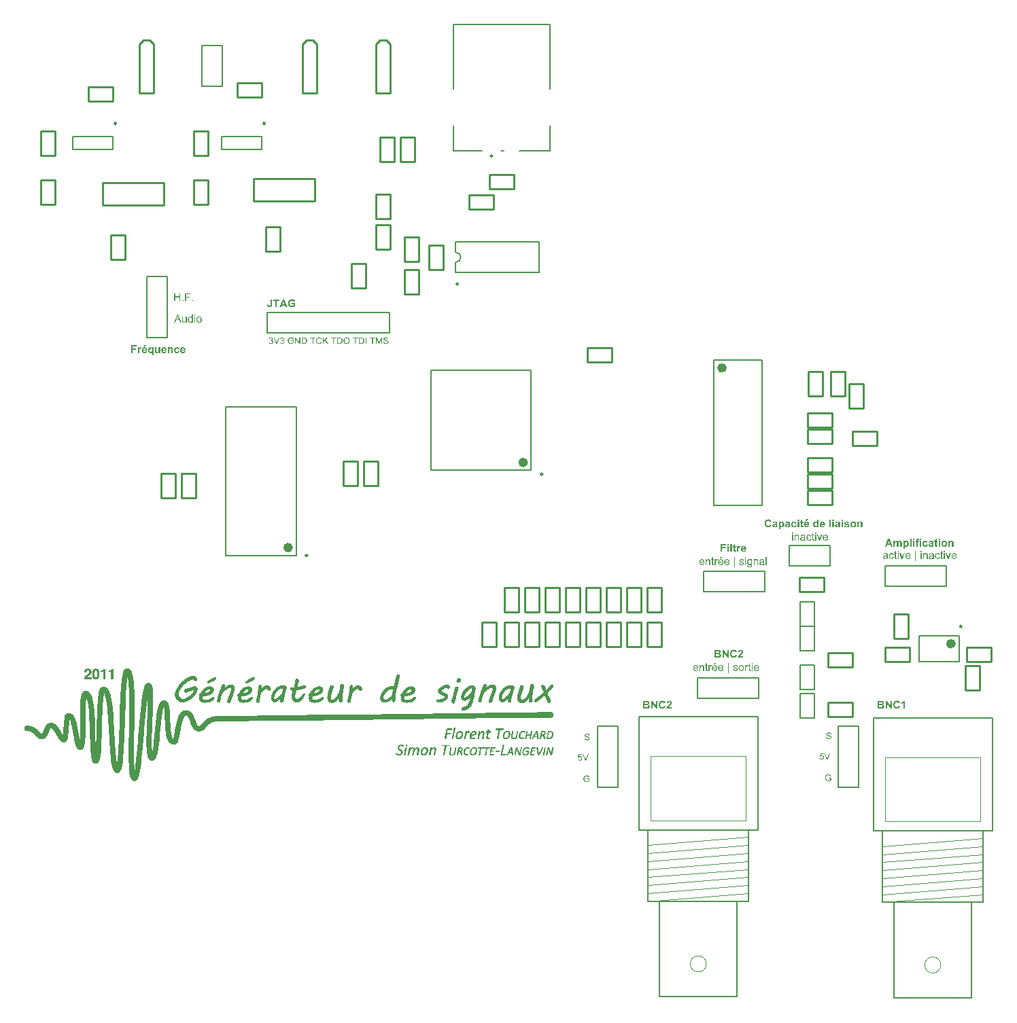
<source format=gto>
%FSLAX25Y25*%
%MOIN*%
G70*
G01*
G75*
G04 Layer_Color=65535*
%ADD10C,0.01200*%
%ADD11C,0.01100*%
%ADD12C,0.00800*%
%ADD13C,0.00800*%
%ADD14C,0.01200*%
%ADD15C,0.01000*%
%ADD16C,0.02000*%
%ADD17R,0.05512X0.04331*%
%ADD18R,0.04331X0.05512*%
%ADD19O,0.02362X0.05906*%
%ADD20R,0.09055X0.02362*%
%ADD21O,0.02756X0.09843*%
%ADD22R,0.07100X0.07900*%
%ADD23O,0.01181X0.07087*%
%ADD24O,0.07087X0.01181*%
%ADD25O,0.07087X0.02165*%
%ADD26R,0.01772X0.08071*%
%ADD27R,0.01772X0.08071*%
%ADD28R,0.12362X0.09055*%
%ADD29R,0.02000X0.02000*%
%ADD30R,0.04724X0.07874*%
%ADD31R,0.05906X0.05906*%
%ADD32C,0.05906*%
%ADD33R,0.05906X0.05906*%
%ADD34C,0.14961*%
%ADD35R,0.06299X0.06299*%
%ADD36C,0.06299*%
%ADD37C,0.12992*%
%ADD38C,0.05000*%
%ADD39C,0.19685*%
%ADD40C,0.04000*%
%ADD41C,0.02362*%
%ADD42C,0.00984*%
%ADD43C,0.00787*%
%ADD44C,0.00098*%
%ADD45C,0.00098*%
G36*
X663386Y437000D02*
X662915D01*
Y439786D01*
X663386D01*
Y437000D01*
D02*
G37*
G36*
X657048Y439842D02*
X657131Y439836D01*
X657226Y439825D01*
X657320Y439808D01*
X657414Y439786D01*
X657503Y439758D01*
X657514Y439753D01*
X657542Y439742D01*
X657581Y439725D01*
X657631Y439703D01*
X657686Y439670D01*
X657742Y439636D01*
X657792Y439592D01*
X657836Y439547D01*
X657842Y439542D01*
X657853Y439525D01*
X657869Y439498D01*
X657892Y439464D01*
X657920Y439414D01*
X657942Y439364D01*
X657964Y439303D01*
X657981Y439231D01*
Y439226D01*
X657986Y439209D01*
X657992Y439176D01*
X657997Y439131D01*
Y439070D01*
X658003Y438998D01*
X658008Y438904D01*
Y438798D01*
Y438166D01*
Y438160D01*
Y438138D01*
Y438104D01*
Y438060D01*
Y438010D01*
Y437949D01*
X658014Y437816D01*
Y437677D01*
X658019Y437538D01*
X658025Y437477D01*
Y437422D01*
X658031Y437372D01*
X658036Y437333D01*
Y437327D01*
X658042Y437305D01*
X658047Y437272D01*
X658064Y437227D01*
X658075Y437178D01*
X658097Y437122D01*
X658125Y437061D01*
X658153Y437000D01*
X657659D01*
X657653Y437006D01*
X657648Y437028D01*
X657636Y437055D01*
X657620Y437100D01*
X657603Y437150D01*
X657592Y437211D01*
X657581Y437278D01*
X657570Y437350D01*
X657564D01*
X657559Y437339D01*
X657525Y437311D01*
X657476Y437272D01*
X657409Y437222D01*
X657326Y437172D01*
X657242Y437117D01*
X657154Y437067D01*
X657059Y437028D01*
X657048Y437022D01*
X657015Y437017D01*
X656965Y437000D01*
X656904Y436983D01*
X656826Y436967D01*
X656737Y436956D01*
X656637Y436944D01*
X656538Y436939D01*
X656493D01*
X656460Y436944D01*
X656421D01*
X656377Y436950D01*
X656277Y436967D01*
X656166Y436994D01*
X656044Y437033D01*
X655933Y437089D01*
X655833Y437161D01*
X655822Y437172D01*
X655794Y437200D01*
X655755Y437250D01*
X655711Y437316D01*
X655666Y437400D01*
X655627Y437494D01*
X655600Y437610D01*
X655594Y437666D01*
X655588Y437733D01*
Y437744D01*
Y437766D01*
X655594Y437805D01*
X655600Y437855D01*
X655611Y437916D01*
X655627Y437977D01*
X655650Y438043D01*
X655677Y438104D01*
X655683Y438110D01*
X655694Y438132D01*
X655716Y438166D01*
X655744Y438204D01*
X655777Y438249D01*
X655822Y438293D01*
X655866Y438338D01*
X655922Y438376D01*
X655927Y438382D01*
X655949Y438393D01*
X655977Y438415D01*
X656021Y438437D01*
X656071Y438460D01*
X656132Y438487D01*
X656193Y438510D01*
X656266Y438532D01*
X656271D01*
X656293Y438537D01*
X656327Y438548D01*
X656371Y438554D01*
X656427Y438565D01*
X656499Y438576D01*
X656582Y438593D01*
X656682Y438604D01*
X656687D01*
X656710Y438610D01*
X656737D01*
X656776Y438615D01*
X656821Y438621D01*
X656876Y438632D01*
X656937Y438637D01*
X657004Y438648D01*
X657137Y438676D01*
X657281Y438704D01*
X657409Y438737D01*
X657470Y438754D01*
X657525Y438770D01*
Y438776D01*
Y438787D01*
X657531Y438820D01*
Y438859D01*
Y438881D01*
Y438893D01*
Y438898D01*
Y438904D01*
Y438937D01*
X657525Y438993D01*
X657514Y439053D01*
X657498Y439120D01*
X657470Y439187D01*
X657437Y439248D01*
X657392Y439298D01*
X657387Y439303D01*
X657359Y439326D01*
X657314Y439348D01*
X657259Y439381D01*
X657181Y439409D01*
X657093Y439436D01*
X656982Y439453D01*
X656854Y439459D01*
X656798D01*
X656743Y439453D01*
X656665Y439442D01*
X656588Y439431D01*
X656504Y439409D01*
X656427Y439381D01*
X656360Y439342D01*
X656354Y439336D01*
X656332Y439320D01*
X656304Y439292D01*
X656271Y439248D01*
X656238Y439192D01*
X656199Y439120D01*
X656166Y439031D01*
X656132Y438931D01*
X655672Y438993D01*
Y438998D01*
X655677Y439004D01*
Y439020D01*
X655683Y439042D01*
X655699Y439092D01*
X655722Y439164D01*
X655749Y439237D01*
X655783Y439314D01*
X655827Y439392D01*
X655877Y439464D01*
X655883Y439470D01*
X655905Y439492D01*
X655938Y439525D01*
X655982Y439570D01*
X656044Y439614D01*
X656116Y439658D01*
X656199Y439708D01*
X656293Y439747D01*
X656299D01*
X656304Y439753D01*
X656321Y439758D01*
X656343Y439764D01*
X656399Y439781D01*
X656476Y439797D01*
X656565Y439814D01*
X656676Y439830D01*
X656793Y439842D01*
X656926Y439847D01*
X656987D01*
X657048Y439842D01*
D02*
G37*
G36*
X665312Y437000D02*
X664863D01*
X663814Y439786D01*
X664313D01*
X664913Y438116D01*
Y438110D01*
X664918Y438104D01*
X664924Y438088D01*
X664929Y438071D01*
X664946Y438016D01*
X664968Y437944D01*
X664996Y437860D01*
X665029Y437766D01*
X665057Y437661D01*
X665090Y437555D01*
X665096Y437566D01*
X665101Y437594D01*
X665118Y437638D01*
X665134Y437705D01*
X665162Y437777D01*
X665190Y437871D01*
X665229Y437971D01*
X665268Y438082D01*
X665884Y439786D01*
X666372D01*
X665312Y437000D01*
D02*
G37*
G36*
X642724D02*
X642274D01*
X641225Y439786D01*
X641725D01*
X642324Y438116D01*
Y438110D01*
X642330Y438104D01*
X642335Y438088D01*
X642341Y438071D01*
X642357Y438016D01*
X642380Y437944D01*
X642407Y437860D01*
X642441Y437766D01*
X642468Y437661D01*
X642502Y437555D01*
X642507Y437566D01*
X642513Y437594D01*
X642529Y437638D01*
X642546Y437705D01*
X642574Y437777D01*
X642601Y437871D01*
X642640Y437971D01*
X642679Y438082D01*
X643295Y439786D01*
X643784D01*
X642724Y437000D01*
D02*
G37*
G36*
X634460Y439842D02*
X634543Y439836D01*
X634637Y439825D01*
X634732Y439808D01*
X634826Y439786D01*
X634915Y439758D01*
X634926Y439753D01*
X634954Y439742D01*
X634993Y439725D01*
X635042Y439703D01*
X635098Y439670D01*
X635153Y439636D01*
X635203Y439592D01*
X635248Y439547D01*
X635253Y439542D01*
X635264Y439525D01*
X635281Y439498D01*
X635303Y439464D01*
X635331Y439414D01*
X635353Y439364D01*
X635375Y439303D01*
X635392Y439231D01*
Y439226D01*
X635398Y439209D01*
X635403Y439176D01*
X635409Y439131D01*
Y439070D01*
X635414Y438998D01*
X635420Y438904D01*
Y438798D01*
Y438166D01*
Y438160D01*
Y438138D01*
Y438104D01*
Y438060D01*
Y438010D01*
Y437949D01*
X635425Y437816D01*
Y437677D01*
X635431Y437538D01*
X635436Y437477D01*
Y437422D01*
X635442Y437372D01*
X635448Y437333D01*
Y437327D01*
X635453Y437305D01*
X635459Y437272D01*
X635475Y437227D01*
X635486Y437178D01*
X635509Y437122D01*
X635536Y437061D01*
X635564Y437000D01*
X635070D01*
X635065Y437006D01*
X635059Y437028D01*
X635048Y437055D01*
X635031Y437100D01*
X635015Y437150D01*
X635004Y437211D01*
X634993Y437278D01*
X634981Y437350D01*
X634976D01*
X634970Y437339D01*
X634937Y437311D01*
X634887Y437272D01*
X634820Y437222D01*
X634737Y437172D01*
X634654Y437117D01*
X634565Y437067D01*
X634471Y437028D01*
X634460Y437022D01*
X634426Y437017D01*
X634376Y437000D01*
X634315Y436983D01*
X634238Y436967D01*
X634149Y436956D01*
X634049Y436944D01*
X633949Y436939D01*
X633905D01*
X633871Y436944D01*
X633833D01*
X633788Y436950D01*
X633688Y436967D01*
X633577Y436994D01*
X633455Y437033D01*
X633344Y437089D01*
X633244Y437161D01*
X633233Y437172D01*
X633205Y437200D01*
X633167Y437250D01*
X633122Y437316D01*
X633078Y437400D01*
X633039Y437494D01*
X633011Y437610D01*
X633006Y437666D01*
X633000Y437733D01*
Y437744D01*
Y437766D01*
X633006Y437805D01*
X633011Y437855D01*
X633022Y437916D01*
X633039Y437977D01*
X633061Y438043D01*
X633089Y438104D01*
X633094Y438110D01*
X633106Y438132D01*
X633128Y438166D01*
X633155Y438204D01*
X633189Y438249D01*
X633233Y438293D01*
X633278Y438338D01*
X633333Y438376D01*
X633339Y438382D01*
X633361Y438393D01*
X633389Y438415D01*
X633433Y438437D01*
X633483Y438460D01*
X633544Y438487D01*
X633605Y438510D01*
X633677Y438532D01*
X633683D01*
X633705Y438537D01*
X633738Y438548D01*
X633782Y438554D01*
X633838Y438565D01*
X633910Y438576D01*
X633993Y438593D01*
X634093Y438604D01*
X634099D01*
X634121Y438610D01*
X634149D01*
X634188Y438615D01*
X634232Y438621D01*
X634288Y438632D01*
X634349Y438637D01*
X634415Y438648D01*
X634548Y438676D01*
X634693Y438704D01*
X634820Y438737D01*
X634881Y438754D01*
X634937Y438770D01*
Y438776D01*
Y438787D01*
X634942Y438820D01*
Y438859D01*
Y438881D01*
Y438893D01*
Y438898D01*
Y438904D01*
Y438937D01*
X634937Y438993D01*
X634926Y439053D01*
X634909Y439120D01*
X634881Y439187D01*
X634848Y439248D01*
X634804Y439298D01*
X634798Y439303D01*
X634770Y439326D01*
X634726Y439348D01*
X634671Y439381D01*
X634593Y439409D01*
X634504Y439436D01*
X634393Y439453D01*
X634265Y439459D01*
X634210D01*
X634154Y439453D01*
X634077Y439442D01*
X633999Y439431D01*
X633916Y439409D01*
X633838Y439381D01*
X633772Y439342D01*
X633766Y439336D01*
X633744Y439320D01*
X633716Y439292D01*
X633683Y439248D01*
X633649Y439192D01*
X633610Y439120D01*
X633577Y439031D01*
X633544Y438931D01*
X633083Y438993D01*
Y438998D01*
X633089Y439004D01*
Y439020D01*
X633094Y439042D01*
X633111Y439092D01*
X633133Y439164D01*
X633161Y439237D01*
X633194Y439314D01*
X633239Y439392D01*
X633289Y439464D01*
X633294Y439470D01*
X633316Y439492D01*
X633350Y439525D01*
X633394Y439570D01*
X633455Y439614D01*
X633527Y439658D01*
X633610Y439708D01*
X633705Y439747D01*
X633710D01*
X633716Y439753D01*
X633733Y439758D01*
X633755Y439764D01*
X633810Y439781D01*
X633888Y439797D01*
X633977Y439814D01*
X634088Y439830D01*
X634204Y439842D01*
X634338Y439847D01*
X634399D01*
X634460Y439842D01*
D02*
G37*
G36*
X661971Y439786D02*
X662448D01*
Y439420D01*
X661971D01*
Y437782D01*
Y437772D01*
Y437749D01*
Y437716D01*
X661977Y437677D01*
X661982Y437588D01*
X661988Y437549D01*
X661993Y437522D01*
X661999Y437511D01*
X662015Y437488D01*
X662038Y437461D01*
X662077Y437433D01*
X662088Y437427D01*
X662115Y437416D01*
X662165Y437405D01*
X662237Y437400D01*
X662293D01*
X662321Y437405D01*
X662360D01*
X662404Y437411D01*
X662448Y437416D01*
X662509Y437000D01*
X662498D01*
X662476Y436994D01*
X662437Y436989D01*
X662387Y436983D01*
X662332Y436972D01*
X662271Y436967D01*
X662149Y436961D01*
X662104D01*
X662060Y436967D01*
X662004Y436972D01*
X661938Y436978D01*
X661871Y436994D01*
X661810Y437011D01*
X661749Y437039D01*
X661743Y437044D01*
X661727Y437055D01*
X661705Y437072D01*
X661671Y437100D01*
X661644Y437128D01*
X661610Y437167D01*
X661577Y437205D01*
X661555Y437255D01*
Y437261D01*
X661544Y437283D01*
X661538Y437322D01*
X661527Y437377D01*
X661516Y437450D01*
X661510Y437494D01*
Y437544D01*
X661505Y437605D01*
X661499Y437666D01*
Y437733D01*
Y437810D01*
Y439420D01*
X661150D01*
Y439786D01*
X661499D01*
Y440474D01*
X661971Y440757D01*
Y439786D01*
D02*
G37*
G36*
X652042Y437000D02*
X651570D01*
Y439786D01*
X652042D01*
Y437000D01*
D02*
G37*
G36*
X640798D02*
X640326D01*
Y439786D01*
X640798D01*
Y437000D01*
D02*
G37*
G36*
X663386Y440302D02*
X662915D01*
Y440841D01*
X663386D01*
Y440302D01*
D02*
G37*
G36*
X652042D02*
X651570D01*
Y440841D01*
X652042D01*
Y440302D01*
D02*
G37*
G36*
X663199Y445842D02*
X663254Y445836D01*
X663315Y445825D01*
X663387Y445814D01*
X663459Y445797D01*
X663543Y445775D01*
X663626Y445747D01*
X663709Y445714D01*
X663798Y445675D01*
X663887Y445625D01*
X663970Y445570D01*
X664053Y445509D01*
X664131Y445436D01*
X664137Y445431D01*
X664148Y445420D01*
X664170Y445392D01*
X664192Y445364D01*
X664225Y445320D01*
X664259Y445275D01*
X664297Y445215D01*
X664336Y445153D01*
X664370Y445081D01*
X664408Y445004D01*
X664442Y444915D01*
X664475Y444826D01*
X664497Y444726D01*
X664519Y444626D01*
X664531Y444515D01*
X664536Y444399D01*
Y444393D01*
Y444371D01*
Y444338D01*
X664531Y444293D01*
X664525Y444238D01*
X664514Y444177D01*
X664503Y444104D01*
X664486Y444032D01*
X664464Y443949D01*
X664436Y443866D01*
X664403Y443777D01*
X664364Y443688D01*
X664314Y443599D01*
X664259Y443516D01*
X664197Y443433D01*
X664125Y443350D01*
X664120Y443344D01*
X664109Y443333D01*
X664086Y443311D01*
X664053Y443283D01*
X664014Y443255D01*
X663965Y443222D01*
X663909Y443183D01*
X663848Y443144D01*
X663776Y443106D01*
X663698Y443067D01*
X663615Y443033D01*
X663520Y443006D01*
X663426Y442978D01*
X663321Y442956D01*
X663215Y442944D01*
X663099Y442939D01*
X663060D01*
X663032Y442944D01*
X662999D01*
X662960Y442950D01*
X662865Y442961D01*
X662749Y442983D01*
X662627Y443011D01*
X662499Y443055D01*
X662366Y443111D01*
X662360D01*
X662349Y443117D01*
X662333Y443128D01*
X662311Y443144D01*
X662250Y443183D01*
X662172Y443239D01*
X662089Y443311D01*
X662000Y443400D01*
X661916Y443500D01*
X661839Y443616D01*
Y443622D01*
X661833Y443633D01*
X661822Y443649D01*
X661811Y443677D01*
X661800Y443710D01*
X661783Y443749D01*
X661767Y443794D01*
X661750Y443844D01*
X661733Y443899D01*
X661717Y443960D01*
X661689Y444099D01*
X661667Y444260D01*
X661661Y444432D01*
Y444437D01*
Y444449D01*
Y444471D01*
X661667Y444493D01*
Y444526D01*
X661672Y444565D01*
X661683Y444660D01*
X661706Y444765D01*
X661739Y444881D01*
X661778Y445009D01*
X661839Y445137D01*
Y445142D01*
X661850Y445153D01*
X661856Y445170D01*
X661872Y445192D01*
X661916Y445253D01*
X661972Y445331D01*
X662044Y445414D01*
X662133Y445503D01*
X662233Y445586D01*
X662349Y445664D01*
X662355D01*
X662366Y445670D01*
X662383Y445681D01*
X662410Y445692D01*
X662438Y445708D01*
X662477Y445719D01*
X662522Y445736D01*
X662566Y445758D01*
X662677Y445792D01*
X662805Y445819D01*
X662943Y445842D01*
X663093Y445847D01*
X663154D01*
X663199Y445842D01*
D02*
G37*
G36*
X659325Y445786D02*
X659830D01*
Y445198D01*
X659325D01*
Y444071D01*
Y444066D01*
Y444055D01*
Y444038D01*
Y444016D01*
Y443960D01*
Y443893D01*
X659330Y443827D01*
Y443760D01*
Y443710D01*
X659336Y443688D01*
Y443677D01*
X659341Y443666D01*
X659352Y443644D01*
X659369Y443616D01*
X659402Y443583D01*
X659413Y443577D01*
X659436Y443566D01*
X659475Y443555D01*
X659524Y443549D01*
X659547D01*
X659569Y443555D01*
X659602Y443561D01*
X659647Y443566D01*
X659696Y443577D01*
X659758Y443594D01*
X659824Y443616D01*
X659891Y443044D01*
X659885D01*
X659880Y443039D01*
X659846Y443028D01*
X659791Y443011D01*
X659719Y442994D01*
X659635Y442972D01*
X659536Y442956D01*
X659424Y442944D01*
X659308Y442939D01*
X659275D01*
X659236Y442944D01*
X659186Y442950D01*
X659130Y442956D01*
X659069Y442967D01*
X659008Y442983D01*
X658947Y443006D01*
X658942Y443011D01*
X658919Y443017D01*
X658892Y443033D01*
X658858Y443050D01*
X658781Y443106D01*
X658742Y443139D01*
X658709Y443178D01*
X658703Y443183D01*
X658698Y443200D01*
X658686Y443222D01*
X658670Y443255D01*
X658653Y443294D01*
X658636Y443344D01*
X658620Y443400D01*
X658609Y443461D01*
Y443466D01*
X658603Y443488D01*
Y443522D01*
X658598Y443577D01*
X658592Y443649D01*
Y443738D01*
X658587Y443788D01*
Y443849D01*
Y443910D01*
Y443982D01*
Y445198D01*
X658248D01*
Y445786D01*
X658587D01*
Y446341D01*
X659325Y446774D01*
Y445786D01*
D02*
G37*
G36*
X659940Y439842D02*
X659973D01*
X660017Y439836D01*
X660123Y439819D01*
X660239Y439792D01*
X660361Y439747D01*
X660484Y439692D01*
X660600Y439614D01*
X660606D01*
X660611Y439603D01*
X660644Y439570D01*
X660695Y439520D01*
X660756Y439447D01*
X660817Y439359D01*
X660878Y439248D01*
X660933Y439120D01*
X660972Y438970D01*
X660511Y438898D01*
Y438904D01*
X660506Y438909D01*
X660500Y438942D01*
X660484Y438993D01*
X660456Y439053D01*
X660428Y439120D01*
X660384Y439192D01*
X660334Y439259D01*
X660278Y439314D01*
X660273Y439320D01*
X660251Y439336D01*
X660212Y439359D01*
X660167Y439387D01*
X660106Y439414D01*
X660040Y439436D01*
X659962Y439453D01*
X659879Y439459D01*
X659845D01*
X659818Y439453D01*
X659757Y439447D01*
X659673Y439425D01*
X659585Y439398D01*
X659485Y439353D01*
X659390Y439287D01*
X659346Y439248D01*
X659302Y439203D01*
Y439198D01*
X659290Y439192D01*
X659279Y439176D01*
X659268Y439153D01*
X659251Y439126D01*
X659229Y439092D01*
X659213Y439053D01*
X659190Y439009D01*
X659168Y438954D01*
X659152Y438893D01*
X659129Y438826D01*
X659113Y438754D01*
X659102Y438676D01*
X659091Y438587D01*
X659079Y438493D01*
Y438393D01*
Y438387D01*
Y438371D01*
Y438338D01*
X659085Y438304D01*
Y438254D01*
X659091Y438204D01*
X659107Y438082D01*
X659129Y437949D01*
X659168Y437810D01*
X659218Y437688D01*
X659251Y437627D01*
X659290Y437577D01*
X659302Y437566D01*
X659329Y437538D01*
X659379Y437500D01*
X659440Y437455D01*
X659523Y437405D01*
X659618Y437366D01*
X659729Y437339D01*
X659790Y437333D01*
X659851Y437327D01*
X659862D01*
X659895Y437333D01*
X659951Y437339D01*
X660012Y437350D01*
X660084Y437366D01*
X660162Y437400D01*
X660239Y437438D01*
X660312Y437494D01*
X660323Y437500D01*
X660339Y437527D01*
X660373Y437566D01*
X660411Y437627D01*
X660450Y437699D01*
X660495Y437788D01*
X660528Y437899D01*
X660550Y438021D01*
X661016Y437960D01*
Y437955D01*
X661011Y437938D01*
X661005Y437916D01*
X661000Y437882D01*
X660989Y437838D01*
X660978Y437794D01*
X660939Y437683D01*
X660889Y437566D01*
X660817Y437438D01*
X660728Y437316D01*
X660678Y437261D01*
X660622Y437205D01*
X660617Y437200D01*
X660606Y437194D01*
X660589Y437183D01*
X660567Y437167D01*
X660539Y437144D01*
X660500Y437122D01*
X660456Y437100D01*
X660411Y437072D01*
X660300Y437022D01*
X660167Y436983D01*
X660023Y436950D01*
X659940Y436944D01*
X659857Y436939D01*
X659801D01*
X659762Y436944D01*
X659712Y436950D01*
X659657Y436961D01*
X659596Y436972D01*
X659529Y436983D01*
X659379Y437028D01*
X659307Y437061D01*
X659229Y437094D01*
X659152Y437139D01*
X659079Y437189D01*
X659007Y437244D01*
X658941Y437311D01*
X658935Y437316D01*
X658924Y437327D01*
X658907Y437350D01*
X658885Y437377D01*
X658863Y437416D01*
X658830Y437466D01*
X658802Y437522D01*
X658769Y437583D01*
X658735Y437655D01*
X658708Y437738D01*
X658674Y437821D01*
X658652Y437921D01*
X658630Y438021D01*
X658613Y438138D01*
X658602Y438254D01*
X658597Y438382D01*
Y438387D01*
Y438404D01*
Y438426D01*
Y438460D01*
X658602Y438498D01*
Y438543D01*
X658608Y438593D01*
X658613Y438648D01*
X658630Y438770D01*
X658658Y438904D01*
X658691Y439037D01*
X658741Y439170D01*
Y439176D01*
X658746Y439187D01*
X658757Y439203D01*
X658769Y439226D01*
X658802Y439287D01*
X658852Y439359D01*
X658919Y439442D01*
X658996Y439525D01*
X659091Y439608D01*
X659196Y439675D01*
X659202D01*
X659213Y439681D01*
X659229Y439692D01*
X659251Y439703D01*
X659279Y439714D01*
X659313Y439731D01*
X659396Y439764D01*
X659490Y439792D01*
X659607Y439819D01*
X659729Y439842D01*
X659862Y439847D01*
X659906D01*
X659940Y439842D01*
D02*
G37*
G36*
X637351D02*
X637385D01*
X637429Y439836D01*
X637534Y439819D01*
X637651Y439792D01*
X637773Y439747D01*
X637895Y439692D01*
X638012Y439614D01*
X638017D01*
X638023Y439603D01*
X638056Y439570D01*
X638106Y439520D01*
X638167Y439447D01*
X638228Y439359D01*
X638289Y439248D01*
X638345Y439120D01*
X638383Y438970D01*
X637923Y438898D01*
Y438904D01*
X637917Y438909D01*
X637912Y438942D01*
X637895Y438993D01*
X637867Y439053D01*
X637840Y439120D01*
X637795Y439192D01*
X637745Y439259D01*
X637690Y439314D01*
X637684Y439320D01*
X637662Y439336D01*
X637623Y439359D01*
X637579Y439387D01*
X637518Y439414D01*
X637451Y439436D01*
X637373Y439453D01*
X637290Y439459D01*
X637257D01*
X637229Y439453D01*
X637168Y439447D01*
X637085Y439425D01*
X636996Y439398D01*
X636896Y439353D01*
X636802Y439287D01*
X636757Y439248D01*
X636713Y439203D01*
Y439198D01*
X636702Y439192D01*
X636691Y439176D01*
X636680Y439153D01*
X636663Y439126D01*
X636641Y439092D01*
X636624Y439053D01*
X636602Y439009D01*
X636580Y438954D01*
X636563Y438893D01*
X636541Y438826D01*
X636524Y438754D01*
X636513Y438676D01*
X636502Y438587D01*
X636491Y438493D01*
Y438393D01*
Y438387D01*
Y438371D01*
Y438338D01*
X636496Y438304D01*
Y438254D01*
X636502Y438204D01*
X636519Y438082D01*
X636541Y437949D01*
X636580Y437810D01*
X636630Y437688D01*
X636663Y437627D01*
X636702Y437577D01*
X636713Y437566D01*
X636741Y437538D01*
X636791Y437500D01*
X636852Y437455D01*
X636935Y437405D01*
X637029Y437366D01*
X637140Y437339D01*
X637201Y437333D01*
X637262Y437327D01*
X637274D01*
X637307Y437333D01*
X637362Y437339D01*
X637423Y437350D01*
X637496Y437366D01*
X637573Y437400D01*
X637651Y437438D01*
X637723Y437494D01*
X637734Y437500D01*
X637751Y437527D01*
X637784Y437566D01*
X637823Y437627D01*
X637862Y437699D01*
X637906Y437788D01*
X637940Y437899D01*
X637962Y438021D01*
X638428Y437960D01*
Y437955D01*
X638422Y437938D01*
X638417Y437916D01*
X638411Y437882D01*
X638400Y437838D01*
X638389Y437794D01*
X638350Y437683D01*
X638300Y437566D01*
X638228Y437438D01*
X638139Y437316D01*
X638089Y437261D01*
X638034Y437205D01*
X638028Y437200D01*
X638017Y437194D01*
X638001Y437183D01*
X637978Y437167D01*
X637951Y437144D01*
X637912Y437122D01*
X637867Y437100D01*
X637823Y437072D01*
X637712Y437022D01*
X637579Y436983D01*
X637434Y436950D01*
X637351Y436944D01*
X637268Y436939D01*
X637212D01*
X637174Y436944D01*
X637124Y436950D01*
X637068Y436961D01*
X637007Y436972D01*
X636940Y436983D01*
X636791Y437028D01*
X636719Y437061D01*
X636641Y437094D01*
X636563Y437139D01*
X636491Y437189D01*
X636419Y437244D01*
X636352Y437311D01*
X636347Y437316D01*
X636336Y437327D01*
X636319Y437350D01*
X636297Y437377D01*
X636274Y437416D01*
X636241Y437466D01*
X636213Y437522D01*
X636180Y437583D01*
X636147Y437655D01*
X636119Y437738D01*
X636086Y437821D01*
X636064Y437921D01*
X636041Y438021D01*
X636025Y438138D01*
X636014Y438254D01*
X636008Y438382D01*
Y438387D01*
Y438404D01*
Y438426D01*
Y438460D01*
X636014Y438498D01*
Y438543D01*
X636019Y438593D01*
X636025Y438648D01*
X636041Y438770D01*
X636069Y438904D01*
X636102Y439037D01*
X636152Y439170D01*
Y439176D01*
X636158Y439187D01*
X636169Y439203D01*
X636180Y439226D01*
X636213Y439287D01*
X636263Y439359D01*
X636330Y439442D01*
X636408Y439525D01*
X636502Y439608D01*
X636608Y439675D01*
X636613D01*
X636624Y439681D01*
X636641Y439692D01*
X636663Y439703D01*
X636691Y439714D01*
X636724Y439731D01*
X636807Y439764D01*
X636902Y439792D01*
X637018Y439819D01*
X637140Y439842D01*
X637274Y439847D01*
X637318D01*
X637351Y439842D01*
D02*
G37*
G36*
X640798Y440302D02*
X640326D01*
Y440841D01*
X640798D01*
Y440302D01*
D02*
G37*
G36*
X654157Y439842D02*
X654218Y439836D01*
X654290Y439825D01*
X654367Y439808D01*
X654451Y439786D01*
X654528Y439753D01*
X654539Y439747D01*
X654562Y439736D01*
X654601Y439719D01*
X654645Y439692D01*
X654701Y439658D01*
X654750Y439614D01*
X654800Y439570D01*
X654845Y439514D01*
X654850Y439509D01*
X654861Y439486D01*
X654878Y439459D01*
X654906Y439420D01*
X654928Y439364D01*
X654950Y439309D01*
X654978Y439242D01*
X654995Y439170D01*
Y439164D01*
X655000Y439142D01*
X655006Y439109D01*
X655011Y439065D01*
Y438998D01*
X655017Y438920D01*
X655022Y438826D01*
Y438709D01*
Y437000D01*
X654551D01*
Y438687D01*
Y438693D01*
Y438698D01*
Y438737D01*
Y438787D01*
X654545Y438848D01*
X654539Y438920D01*
X654528Y438993D01*
X654512Y439059D01*
X654495Y439120D01*
Y439126D01*
X654484Y439142D01*
X654467Y439170D01*
X654451Y439203D01*
X654423Y439237D01*
X654390Y439276D01*
X654345Y439314D01*
X654295Y439348D01*
X654290Y439353D01*
X654273Y439364D01*
X654240Y439375D01*
X654201Y439392D01*
X654157Y439409D01*
X654101Y439425D01*
X654035Y439431D01*
X653968Y439436D01*
X653940D01*
X653918Y439431D01*
X653862Y439425D01*
X653790Y439414D01*
X653713Y439387D01*
X653624Y439353D01*
X653535Y439309D01*
X653452Y439242D01*
X653441Y439231D01*
X653418Y439203D01*
X653402Y439181D01*
X653385Y439153D01*
X653363Y439120D01*
X653346Y439081D01*
X653324Y439037D01*
X653302Y438981D01*
X653285Y438920D01*
X653269Y438854D01*
X653258Y438781D01*
X653246Y438704D01*
X653235Y438610D01*
Y438515D01*
Y437000D01*
X652764D01*
Y439786D01*
X653185D01*
Y439387D01*
X653191Y439392D01*
X653202Y439409D01*
X653219Y439431D01*
X653241Y439459D01*
X653274Y439492D01*
X653313Y439531D01*
X653357Y439575D01*
X653413Y439620D01*
X653468Y439658D01*
X653535Y439703D01*
X653607Y439742D01*
X653685Y439775D01*
X653774Y439803D01*
X653862Y439825D01*
X653962Y439842D01*
X654068Y439847D01*
X654112D01*
X654157Y439842D01*
D02*
G37*
G36*
X347338Y542500D02*
X346900D01*
X345227Y545009D01*
Y542500D01*
X344820D01*
Y545697D01*
X345255D01*
X346932Y543184D01*
Y545697D01*
X347338D01*
Y542500D01*
D02*
G37*
G36*
X387574D02*
X387167D01*
Y545175D01*
X386234Y542500D01*
X385855D01*
X384931Y545221D01*
Y542500D01*
X384525D01*
Y545697D01*
X385158D01*
X385915Y543429D01*
Y543424D01*
X385920Y543415D01*
X385925Y543401D01*
X385934Y543378D01*
X385952Y543322D01*
X385976Y543253D01*
X385999Y543175D01*
X386026Y543096D01*
X386049Y543022D01*
X386068Y542957D01*
X386072Y542967D01*
X386077Y542990D01*
X386091Y543031D01*
X386109Y543087D01*
X386133Y543161D01*
X386165Y543248D01*
X386197Y543350D01*
X386239Y543470D01*
X387006Y545697D01*
X387574D01*
Y542500D01*
D02*
G37*
G36*
X333095Y545706D02*
X333155Y545697D01*
X333229Y545683D01*
X333312Y545660D01*
X333395Y545632D01*
X333478Y545595D01*
X333483D01*
X333488Y545591D01*
X333515Y545577D01*
X333557Y545549D01*
X333603Y545517D01*
X333659Y545471D01*
X333714Y545420D01*
X333769Y545360D01*
X333816Y545291D01*
X333820Y545281D01*
X333834Y545258D01*
X333853Y545217D01*
X333876Y545166D01*
X333899Y545106D01*
X333917Y545036D01*
X333931Y544958D01*
X333936Y544879D01*
Y544870D01*
Y544842D01*
X333931Y544805D01*
X333922Y544755D01*
X333908Y544695D01*
X333885Y544630D01*
X333857Y544565D01*
X333820Y544500D01*
X333816Y544491D01*
X333802Y544473D01*
X333774Y544440D01*
X333737Y544403D01*
X333691Y544362D01*
X333635Y544316D01*
X333571Y544274D01*
X333492Y544233D01*
X333497D01*
X333506Y544228D01*
X333520Y544223D01*
X333539Y544219D01*
X333589Y544200D01*
X333654Y544172D01*
X333728Y544136D01*
X333802Y544089D01*
X333871Y544029D01*
X333936Y543960D01*
X333940Y543951D01*
X333959Y543923D01*
X333987Y543877D01*
X334014Y543817D01*
X334042Y543743D01*
X334070Y543655D01*
X334088Y543553D01*
X334093Y543442D01*
Y543438D01*
Y543424D01*
Y543401D01*
X334088Y543373D01*
X334084Y543336D01*
X334074Y543295D01*
X334065Y543248D01*
X334056Y543198D01*
X334019Y543087D01*
X333991Y543027D01*
X333963Y542971D01*
X333927Y542911D01*
X333885Y542851D01*
X333839Y542791D01*
X333783Y542736D01*
X333779Y542731D01*
X333769Y542722D01*
X333751Y542708D01*
X333728Y542689D01*
X333700Y542666D01*
X333663Y542643D01*
X333622Y542616D01*
X333571Y542592D01*
X333520Y542565D01*
X333460Y542537D01*
X333400Y542514D01*
X333331Y542491D01*
X333257Y542472D01*
X333178Y542458D01*
X333100Y542449D01*
X333012Y542445D01*
X332970D01*
X332943Y542449D01*
X332906Y542454D01*
X332864Y542458D01*
X332818Y542468D01*
X332767Y542477D01*
X332656Y542505D01*
X332540Y542551D01*
X332481Y542579D01*
X332425Y542611D01*
X332370Y542653D01*
X332314Y542694D01*
X332310Y542699D01*
X332300Y542708D01*
X332286Y542722D01*
X332273Y542740D01*
X332249Y542763D01*
X332226Y542796D01*
X332199Y542828D01*
X332171Y542870D01*
X332143Y542916D01*
X332116Y542962D01*
X332065Y543073D01*
X332023Y543202D01*
X332009Y543271D01*
X332000Y543345D01*
X332393Y543396D01*
Y543392D01*
X332397Y543382D01*
X332402Y543364D01*
X332407Y543341D01*
X332411Y543313D01*
X332420Y543281D01*
X332443Y543212D01*
X332476Y543128D01*
X332517Y543050D01*
X332564Y542976D01*
X332619Y542911D01*
X332628Y542907D01*
X332647Y542888D01*
X332684Y542865D01*
X332730Y542842D01*
X332785Y542814D01*
X332855Y542791D01*
X332933Y542773D01*
X333016Y542768D01*
X333044D01*
X333063Y542773D01*
X333113Y542777D01*
X333178Y542791D01*
X333252Y542814D01*
X333331Y542846D01*
X333409Y542893D01*
X333483Y542957D01*
X333492Y542967D01*
X333515Y542994D01*
X333543Y543036D01*
X333580Y543091D01*
X333617Y543161D01*
X333645Y543239D01*
X333668Y543332D01*
X333677Y543433D01*
Y543438D01*
Y543447D01*
Y543461D01*
X333672Y543479D01*
X333668Y543530D01*
X333654Y543590D01*
X333635Y543664D01*
X333603Y543738D01*
X333557Y543812D01*
X333497Y543881D01*
X333488Y543891D01*
X333465Y543909D01*
X333428Y543937D01*
X333377Y543969D01*
X333312Y544001D01*
X333233Y544029D01*
X333146Y544048D01*
X333049Y544057D01*
X333007D01*
X332975Y544052D01*
X332933Y544048D01*
X332887Y544038D01*
X332832Y544029D01*
X332771Y544015D01*
X332818Y544362D01*
X332841D01*
X332859Y544357D01*
X332919D01*
X332970Y544367D01*
X333030Y544376D01*
X333100Y544390D01*
X333178Y544413D01*
X333252Y544445D01*
X333331Y544487D01*
X333335D01*
X333340Y544491D01*
X333363Y544510D01*
X333395Y544542D01*
X333432Y544584D01*
X333469Y544644D01*
X333502Y544713D01*
X333525Y544792D01*
X333534Y544838D01*
Y544888D01*
Y544893D01*
Y544898D01*
Y544925D01*
X333525Y544963D01*
X333515Y545013D01*
X333497Y545069D01*
X333474Y545129D01*
X333437Y545189D01*
X333386Y545244D01*
X333381Y545249D01*
X333358Y545267D01*
X333326Y545291D01*
X333284Y545318D01*
X333229Y545341D01*
X333164Y545364D01*
X333090Y545383D01*
X333007Y545388D01*
X332970D01*
X332929Y545378D01*
X332873Y545369D01*
X332813Y545351D01*
X332753Y545327D01*
X332688Y545291D01*
X332628Y545244D01*
X332624Y545240D01*
X332605Y545217D01*
X332577Y545184D01*
X332545Y545138D01*
X332513Y545078D01*
X332481Y545004D01*
X332453Y544916D01*
X332434Y544815D01*
X332042Y544884D01*
Y544888D01*
X332046Y544902D01*
X332051Y544921D01*
X332055Y544949D01*
X332065Y544981D01*
X332079Y545018D01*
X332106Y545106D01*
X332153Y545207D01*
X332208Y545309D01*
X332277Y545406D01*
X332365Y545494D01*
X332370Y545498D01*
X332379Y545503D01*
X332393Y545512D01*
X332411Y545526D01*
X332434Y545545D01*
X332467Y545563D01*
X332499Y545581D01*
X332540Y545605D01*
X332633Y545642D01*
X332739Y545679D01*
X332864Y545702D01*
X332929Y545711D01*
X333044D01*
X333095Y545706D01*
D02*
G37*
G36*
X359697Y544399D02*
X361097Y542500D01*
X360538D01*
X359401Y544112D01*
X358879Y543609D01*
Y542500D01*
X358454D01*
Y545697D01*
X358879D01*
Y544108D01*
X360459Y545697D01*
X361037D01*
X359697Y544399D01*
D02*
G37*
G36*
X379817Y542500D02*
X379392D01*
Y545697D01*
X379817D01*
Y542500D01*
D02*
G37*
G36*
X377410Y545692D02*
X377502Y545688D01*
X377595Y545679D01*
X377687Y545665D01*
X377766Y545651D01*
X377770D01*
X377780Y545646D01*
X377793D01*
X377812Y545637D01*
X377863Y545623D01*
X377927Y545600D01*
X378001Y545568D01*
X378080Y545526D01*
X378158Y545480D01*
X378232Y545420D01*
X378237Y545415D01*
X378242Y545411D01*
X378255Y545397D01*
X378274Y545383D01*
X378320Y545337D01*
X378376Y545272D01*
X378436Y545193D01*
X378500Y545101D01*
X378560Y544995D01*
X378611Y544875D01*
Y544870D01*
X378616Y544861D01*
X378625Y544842D01*
X378630Y544815D01*
X378643Y544782D01*
X378653Y544745D01*
X378662Y544704D01*
X378676Y544653D01*
X378690Y544602D01*
X378699Y544542D01*
X378722Y544413D01*
X378736Y544270D01*
X378741Y544112D01*
Y544108D01*
Y544099D01*
Y544075D01*
Y544052D01*
X378736Y544020D01*
Y543983D01*
X378731Y543895D01*
X378717Y543794D01*
X378704Y543687D01*
X378680Y543576D01*
X378653Y543466D01*
Y543461D01*
X378648Y543452D01*
X378643Y543438D01*
X378639Y543419D01*
X378620Y543369D01*
X378593Y543304D01*
X378565Y543230D01*
X378528Y543156D01*
X378482Y543078D01*
X378436Y543004D01*
X378431Y542994D01*
X378413Y542971D01*
X378385Y542939D01*
X378348Y542897D01*
X378306Y542851D01*
X378255Y542805D01*
X378205Y542754D01*
X378145Y542712D01*
X378135Y542708D01*
X378117Y542694D01*
X378084Y542676D01*
X378038Y542653D01*
X377983Y542625D01*
X377918Y542602D01*
X377844Y542574D01*
X377761Y542551D01*
X377752D01*
X377738Y542546D01*
X377724Y542542D01*
X377678Y542537D01*
X377613Y542528D01*
X377539Y542519D01*
X377452Y542509D01*
X377355Y542505D01*
X377248Y542500D01*
X376098D01*
Y545697D01*
X377327D01*
X377410Y545692D01*
D02*
G37*
G36*
X335992Y542500D02*
X335548D01*
X334310Y545697D01*
X334772D01*
X335604Y543373D01*
Y543369D01*
X335608Y543359D01*
X335613Y543345D01*
X335622Y543327D01*
X335627Y543299D01*
X335636Y543271D01*
X335659Y543202D01*
X335687Y543124D01*
X335715Y543036D01*
X335770Y542851D01*
Y542856D01*
X335774Y542865D01*
X335779Y542879D01*
X335784Y542897D01*
X335798Y542948D01*
X335821Y543017D01*
X335844Y543096D01*
X335872Y543184D01*
X335904Y543276D01*
X335941Y543373D01*
X336809Y545697D01*
X337239D01*
X335992Y542500D01*
D02*
G37*
G36*
X384100Y545318D02*
X383046D01*
Y542500D01*
X382621D01*
Y545318D01*
X381568D01*
Y545697D01*
X384100D01*
Y545318D01*
D02*
G37*
G36*
X645438Y439842D02*
X645482Y439836D01*
X645537Y439825D01*
X645599Y439814D01*
X645671Y439797D01*
X645737Y439781D01*
X645815Y439753D01*
X645887Y439725D01*
X645965Y439686D01*
X646042Y439642D01*
X646120Y439592D01*
X646192Y439531D01*
X646259Y439464D01*
X646265Y439459D01*
X646276Y439447D01*
X646292Y439425D01*
X646314Y439392D01*
X646342Y439353D01*
X646370Y439309D01*
X646403Y439253D01*
X646437Y439187D01*
X646470Y439115D01*
X646503Y439037D01*
X646531Y438948D01*
X646559Y438854D01*
X646581Y438748D01*
X646597Y438637D01*
X646609Y438521D01*
X646614Y438393D01*
Y438387D01*
Y438365D01*
Y438327D01*
X646609Y438271D01*
X644527D01*
Y438265D01*
Y438249D01*
X644533Y438227D01*
Y438193D01*
X644538Y438154D01*
X644550Y438110D01*
X644566Y438010D01*
X644599Y437899D01*
X644644Y437777D01*
X644705Y437666D01*
X644783Y437566D01*
X644788D01*
X644794Y437555D01*
X644827Y437527D01*
X644877Y437488D01*
X644944Y437450D01*
X645032Y437405D01*
X645132Y437366D01*
X645243Y437339D01*
X645304Y437333D01*
X645371Y437327D01*
X645415D01*
X645465Y437333D01*
X645526Y437344D01*
X645593Y437361D01*
X645671Y437383D01*
X645743Y437416D01*
X645815Y437461D01*
X645821Y437466D01*
X645848Y437488D01*
X645882Y437522D01*
X645920Y437566D01*
X645965Y437627D01*
X646015Y437705D01*
X646065Y437794D01*
X646109Y437899D01*
X646597Y437838D01*
Y437832D01*
X646592Y437821D01*
X646586Y437799D01*
X646575Y437766D01*
X646559Y437733D01*
X646542Y437688D01*
X646498Y437594D01*
X646442Y437488D01*
X646364Y437377D01*
X646276Y437272D01*
X646165Y437172D01*
X646159D01*
X646148Y437161D01*
X646131Y437150D01*
X646109Y437133D01*
X646076Y437117D01*
X646042Y437100D01*
X645998Y437078D01*
X645948Y437055D01*
X645893Y437033D01*
X645837Y437011D01*
X645698Y436978D01*
X645543Y436950D01*
X645371Y436939D01*
X645310D01*
X645271Y436944D01*
X645221Y436950D01*
X645160Y436961D01*
X645093Y436972D01*
X645021Y436983D01*
X644866Y437028D01*
X644783Y437061D01*
X644705Y437094D01*
X644622Y437139D01*
X644544Y437189D01*
X644472Y437244D01*
X644400Y437311D01*
X644394Y437316D01*
X644383Y437327D01*
X644366Y437350D01*
X644344Y437383D01*
X644316Y437422D01*
X644289Y437466D01*
X644255Y437522D01*
X644222Y437583D01*
X644189Y437655D01*
X644156Y437733D01*
X644128Y437821D01*
X644100Y437916D01*
X644078Y438016D01*
X644061Y438127D01*
X644050Y438243D01*
X644044Y438365D01*
Y438371D01*
Y438399D01*
Y438432D01*
X644050Y438482D01*
X644056Y438543D01*
X644061Y438610D01*
X644072Y438687D01*
X644089Y438765D01*
X644133Y438942D01*
X644161Y439031D01*
X644194Y439126D01*
X644239Y439215D01*
X644289Y439298D01*
X644344Y439381D01*
X644405Y439459D01*
X644411Y439464D01*
X644422Y439475D01*
X644444Y439492D01*
X644472Y439520D01*
X644505Y439547D01*
X644550Y439581D01*
X644599Y439620D01*
X644661Y439653D01*
X644722Y439692D01*
X644794Y439725D01*
X644872Y439758D01*
X644955Y439786D01*
X645044Y439814D01*
X645138Y439830D01*
X645238Y439842D01*
X645343Y439847D01*
X645399D01*
X645438Y439842D01*
D02*
G37*
G36*
X649234Y435868D02*
X648823D01*
Y440907D01*
X649234D01*
Y435868D01*
D02*
G37*
G36*
X639383Y439786D02*
X639860D01*
Y439420D01*
X639383D01*
Y437782D01*
Y437772D01*
Y437749D01*
Y437716D01*
X639388Y437677D01*
X639394Y437588D01*
X639399Y437549D01*
X639405Y437522D01*
X639410Y437511D01*
X639427Y437488D01*
X639449Y437461D01*
X639488Y437433D01*
X639499Y437427D01*
X639527Y437416D01*
X639577Y437405D01*
X639649Y437400D01*
X639704D01*
X639732Y437405D01*
X639771D01*
X639815Y437411D01*
X639860Y437416D01*
X639921Y437000D01*
X639910D01*
X639888Y436994D01*
X639849Y436989D01*
X639799Y436983D01*
X639743Y436972D01*
X639682Y436967D01*
X639560Y436961D01*
X639516D01*
X639471Y436967D01*
X639416Y436972D01*
X639349Y436978D01*
X639283Y436994D01*
X639222Y437011D01*
X639160Y437039D01*
X639155Y437044D01*
X639138Y437055D01*
X639116Y437072D01*
X639083Y437100D01*
X639055Y437128D01*
X639022Y437167D01*
X638988Y437205D01*
X638966Y437255D01*
Y437261D01*
X638955Y437283D01*
X638950Y437322D01*
X638939Y437377D01*
X638927Y437450D01*
X638922Y437494D01*
Y437544D01*
X638916Y437605D01*
X638911Y437666D01*
Y437733D01*
Y437810D01*
Y439420D01*
X638561D01*
Y439786D01*
X638911D01*
Y440474D01*
X639383Y440757D01*
Y439786D01*
D02*
G37*
G36*
X668026Y439842D02*
X668070Y439836D01*
X668126Y439825D01*
X668187Y439814D01*
X668259Y439797D01*
X668326Y439781D01*
X668403Y439753D01*
X668476Y439725D01*
X668553Y439686D01*
X668631Y439642D01*
X668709Y439592D01*
X668781Y439531D01*
X668848Y439464D01*
X668853Y439459D01*
X668864Y439447D01*
X668881Y439425D01*
X668903Y439392D01*
X668931Y439353D01*
X668958Y439309D01*
X668992Y439253D01*
X669025Y439187D01*
X669058Y439115D01*
X669092Y439037D01*
X669119Y438948D01*
X669147Y438854D01*
X669169Y438748D01*
X669186Y438637D01*
X669197Y438521D01*
X669203Y438393D01*
Y438387D01*
Y438365D01*
Y438327D01*
X669197Y438271D01*
X667116D01*
Y438265D01*
Y438249D01*
X667121Y438227D01*
Y438193D01*
X667127Y438154D01*
X667138Y438110D01*
X667155Y438010D01*
X667188Y437899D01*
X667232Y437777D01*
X667294Y437666D01*
X667371Y437566D01*
X667377D01*
X667382Y437555D01*
X667416Y437527D01*
X667465Y437488D01*
X667532Y437450D01*
X667621Y437405D01*
X667721Y437366D01*
X667832Y437339D01*
X667893Y437333D01*
X667959Y437327D01*
X668004D01*
X668054Y437333D01*
X668115Y437344D01*
X668182Y437361D01*
X668259Y437383D01*
X668331Y437416D01*
X668403Y437461D01*
X668409Y437466D01*
X668437Y437488D01*
X668470Y437522D01*
X668509Y437566D01*
X668553Y437627D01*
X668603Y437705D01*
X668653Y437794D01*
X668698Y437899D01*
X669186Y437838D01*
Y437832D01*
X669180Y437821D01*
X669175Y437799D01*
X669164Y437766D01*
X669147Y437733D01*
X669131Y437688D01*
X669086Y437594D01*
X669031Y437488D01*
X668953Y437377D01*
X668864Y437272D01*
X668753Y437172D01*
X668748D01*
X668736Y437161D01*
X668720Y437150D01*
X668698Y437133D01*
X668664Y437117D01*
X668631Y437100D01*
X668587Y437078D01*
X668537Y437055D01*
X668481Y437033D01*
X668426Y437011D01*
X668287Y436978D01*
X668131Y436950D01*
X667959Y436939D01*
X667898D01*
X667860Y436944D01*
X667810Y436950D01*
X667748Y436961D01*
X667682Y436972D01*
X667610Y436983D01*
X667454Y437028D01*
X667371Y437061D01*
X667294Y437094D01*
X667210Y437139D01*
X667133Y437189D01*
X667060Y437244D01*
X666988Y437311D01*
X666983Y437316D01*
X666972Y437327D01*
X666955Y437350D01*
X666933Y437383D01*
X666905Y437422D01*
X666877Y437466D01*
X666844Y437522D01*
X666811Y437583D01*
X666777Y437655D01*
X666744Y437733D01*
X666716Y437821D01*
X666688Y437916D01*
X666666Y438016D01*
X666650Y438127D01*
X666639Y438243D01*
X666633Y438365D01*
Y438371D01*
Y438399D01*
Y438432D01*
X666639Y438482D01*
X666644Y438543D01*
X666650Y438610D01*
X666661Y438687D01*
X666677Y438765D01*
X666722Y438942D01*
X666749Y439031D01*
X666783Y439126D01*
X666827Y439215D01*
X666877Y439298D01*
X666933Y439381D01*
X666994Y439459D01*
X666999Y439464D01*
X667010Y439475D01*
X667033Y439492D01*
X667060Y439520D01*
X667094Y439547D01*
X667138Y439581D01*
X667188Y439620D01*
X667249Y439653D01*
X667310Y439692D01*
X667382Y439725D01*
X667460Y439758D01*
X667543Y439786D01*
X667632Y439814D01*
X667726Y439830D01*
X667826Y439842D01*
X667932Y439847D01*
X667987D01*
X668026Y439842D01*
D02*
G37*
G36*
X342926Y545748D02*
X342963D01*
X343051Y545739D01*
X343148Y545725D01*
X343250Y545702D01*
X343361Y545674D01*
X343467Y545637D01*
X343472D01*
X343481Y545632D01*
X343495Y545628D01*
X343513Y545618D01*
X343564Y545591D01*
X343629Y545558D01*
X343698Y545512D01*
X343772Y545457D01*
X343841Y545397D01*
X343906Y545323D01*
X343915Y545314D01*
X343934Y545286D01*
X343961Y545244D01*
X343998Y545184D01*
X344035Y545110D01*
X344077Y545018D01*
X344118Y544916D01*
X344151Y544801D01*
X343767Y544699D01*
Y544704D01*
X343762Y544708D01*
X343758Y544722D01*
X343753Y544741D01*
X343739Y544782D01*
X343721Y544838D01*
X343693Y544902D01*
X343661Y544963D01*
X343629Y545027D01*
X343587Y545083D01*
X343582Y545087D01*
X343568Y545106D01*
X343541Y545129D01*
X343508Y545161D01*
X343467Y545198D01*
X343411Y545235D01*
X343351Y545272D01*
X343282Y545304D01*
X343273Y545309D01*
X343250Y545318D01*
X343208Y545332D01*
X343153Y545351D01*
X343088Y545364D01*
X343014Y545378D01*
X342931Y545388D01*
X342843Y545392D01*
X342792D01*
X342769Y545388D01*
X342741D01*
X342672Y545383D01*
X342594Y545369D01*
X342506Y545355D01*
X342423Y545332D01*
X342340Y545300D01*
X342330Y545295D01*
X342303Y545286D01*
X342266Y545263D01*
X342219Y545240D01*
X342164Y545203D01*
X342104Y545166D01*
X342049Y545119D01*
X341998Y545069D01*
X341993Y545064D01*
X341975Y545046D01*
X341951Y545013D01*
X341924Y544976D01*
X341891Y544930D01*
X341859Y544875D01*
X341827Y544815D01*
X341794Y544750D01*
Y544745D01*
X341790Y544736D01*
X341785Y544722D01*
X341776Y544699D01*
X341767Y544671D01*
X341757Y544639D01*
X341744Y544602D01*
X341734Y544560D01*
X341711Y544463D01*
X341693Y544353D01*
X341679Y544237D01*
X341674Y544108D01*
Y544103D01*
Y544089D01*
Y544066D01*
X341679Y544038D01*
Y544001D01*
X341684Y543955D01*
X341688Y543909D01*
X341693Y543858D01*
X341711Y543743D01*
X341734Y543623D01*
X341771Y543503D01*
X341817Y543387D01*
Y543382D01*
X341827Y543373D01*
X341831Y543359D01*
X341845Y543341D01*
X341878Y543290D01*
X341928Y543225D01*
X341988Y543156D01*
X342062Y543087D01*
X342150Y543022D01*
X342247Y542962D01*
X342252D01*
X342261Y542957D01*
X342275Y542948D01*
X342298Y542939D01*
X342321Y542930D01*
X342353Y542920D01*
X342427Y542893D01*
X342520Y542870D01*
X342621Y542846D01*
X342732Y542828D01*
X342848Y542823D01*
X342894D01*
X342922Y542828D01*
X342949D01*
X343019Y542837D01*
X343102Y542846D01*
X343190Y542865D01*
X343287Y542893D01*
X343384Y542925D01*
X343388D01*
X343397Y542930D01*
X343407Y542934D01*
X343425Y542943D01*
X343476Y542967D01*
X343531Y542994D01*
X343596Y543027D01*
X343666Y543064D01*
X343730Y543105D01*
X343786Y543151D01*
Y543752D01*
X342843D01*
Y544131D01*
X344201D01*
Y542943D01*
X344197Y542939D01*
X344188Y542934D01*
X344169Y542920D01*
X344146Y542902D01*
X344118Y542883D01*
X344086Y542860D01*
X344044Y542833D01*
X344003Y542805D01*
X343906Y542745D01*
X343795Y542680D01*
X343679Y542620D01*
X343555Y542569D01*
X343550D01*
X343541Y542565D01*
X343522Y542560D01*
X343499Y542551D01*
X343467Y542542D01*
X343430Y542528D01*
X343388Y542519D01*
X343347Y542509D01*
X343245Y542486D01*
X343130Y542463D01*
X343005Y542449D01*
X342876Y542445D01*
X342829D01*
X342797Y542449D01*
X342755D01*
X342705Y542454D01*
X342649Y542463D01*
X342589Y542468D01*
X342455Y542495D01*
X342312Y542528D01*
X342164Y542579D01*
X342090Y542606D01*
X342016Y542643D01*
X342011Y542648D01*
X341998Y542653D01*
X341979Y542666D01*
X341951Y542680D01*
X341919Y542703D01*
X341887Y542726D01*
X341799Y542791D01*
X341707Y542874D01*
X341610Y542976D01*
X341517Y543091D01*
X341434Y543225D01*
Y543230D01*
X341425Y543244D01*
X341416Y543262D01*
X341402Y543295D01*
X341388Y543327D01*
X341374Y543373D01*
X341355Y543419D01*
X341337Y543475D01*
X341318Y543535D01*
X341300Y543604D01*
X341286Y543674D01*
X341272Y543747D01*
X341249Y543909D01*
X341240Y544080D01*
Y544085D01*
Y544103D01*
Y544126D01*
X341245Y544159D01*
Y544200D01*
X341249Y544251D01*
X341259Y544302D01*
X341263Y544362D01*
X341277Y544426D01*
X341286Y544496D01*
X341323Y544644D01*
X341369Y544796D01*
X341434Y544949D01*
X341439Y544953D01*
X341443Y544967D01*
X341453Y544986D01*
X341471Y545013D01*
X341490Y545050D01*
X341513Y545087D01*
X341577Y545175D01*
X341656Y545277D01*
X341753Y545374D01*
X341864Y545471D01*
X341928Y545512D01*
X341993Y545554D01*
X341998Y545558D01*
X342011Y545563D01*
X342030Y545572D01*
X342058Y545586D01*
X342095Y545600D01*
X342136Y545618D01*
X342182Y545637D01*
X342238Y545655D01*
X342298Y545674D01*
X342363Y545688D01*
X342432Y545706D01*
X342506Y545720D01*
X342668Y545743D01*
X342751Y545752D01*
X342899D01*
X342926Y545748D01*
D02*
G37*
G36*
X338560Y545706D02*
X338620Y545697D01*
X338694Y545683D01*
X338777Y545660D01*
X338861Y545632D01*
X338944Y545595D01*
X338948D01*
X338953Y545591D01*
X338981Y545577D01*
X339022Y545549D01*
X339069Y545517D01*
X339124Y545471D01*
X339179Y545420D01*
X339235Y545360D01*
X339281Y545291D01*
X339286Y545281D01*
X339300Y545258D01*
X339318Y545217D01*
X339341Y545166D01*
X339364Y545106D01*
X339383Y545036D01*
X339397Y544958D01*
X339401Y544879D01*
Y544870D01*
Y544842D01*
X339397Y544805D01*
X339387Y544755D01*
X339373Y544695D01*
X339350Y544630D01*
X339323Y544565D01*
X339286Y544500D01*
X339281Y544491D01*
X339267Y544473D01*
X339240Y544440D01*
X339203Y544403D01*
X339156Y544362D01*
X339101Y544316D01*
X339036Y544274D01*
X338958Y544233D01*
X338962D01*
X338972Y544228D01*
X338985Y544223D01*
X339004Y544219D01*
X339055Y544200D01*
X339119Y544172D01*
X339193Y544136D01*
X339267Y544089D01*
X339337Y544029D01*
X339401Y543960D01*
X339406Y543951D01*
X339424Y543923D01*
X339452Y543877D01*
X339480Y543817D01*
X339508Y543743D01*
X339535Y543655D01*
X339554Y543553D01*
X339558Y543442D01*
Y543438D01*
Y543424D01*
Y543401D01*
X339554Y543373D01*
X339549Y543336D01*
X339540Y543295D01*
X339531Y543248D01*
X339521Y543198D01*
X339484Y543087D01*
X339457Y543027D01*
X339429Y542971D01*
X339392Y542911D01*
X339350Y542851D01*
X339304Y542791D01*
X339249Y542736D01*
X339244Y542731D01*
X339235Y542722D01*
X339216Y542708D01*
X339193Y542689D01*
X339166Y542666D01*
X339129Y542643D01*
X339087Y542616D01*
X339036Y542592D01*
X338985Y542565D01*
X338925Y542537D01*
X338865Y542514D01*
X338796Y542491D01*
X338722Y542472D01*
X338644Y542458D01*
X338565Y542449D01*
X338477Y542445D01*
X338436D01*
X338408Y542449D01*
X338371Y542454D01*
X338329Y542458D01*
X338283Y542468D01*
X338232Y542477D01*
X338122Y542505D01*
X338006Y542551D01*
X337946Y542579D01*
X337891Y542611D01*
X337835Y542653D01*
X337780Y542694D01*
X337775Y542699D01*
X337766Y542708D01*
X337752Y542722D01*
X337738Y542740D01*
X337715Y542763D01*
X337692Y542796D01*
X337664Y542828D01*
X337636Y542870D01*
X337609Y542916D01*
X337581Y542962D01*
X337530Y543073D01*
X337489Y543202D01*
X337475Y543271D01*
X337466Y543345D01*
X337858Y543396D01*
Y543392D01*
X337863Y543382D01*
X337867Y543364D01*
X337872Y543341D01*
X337877Y543313D01*
X337886Y543281D01*
X337909Y543212D01*
X337941Y543128D01*
X337983Y543050D01*
X338029Y542976D01*
X338085Y542911D01*
X338094Y542907D01*
X338112Y542888D01*
X338149Y542865D01*
X338195Y542842D01*
X338251Y542814D01*
X338320Y542791D01*
X338399Y542773D01*
X338482Y542768D01*
X338510D01*
X338528Y542773D01*
X338579Y542777D01*
X338644Y542791D01*
X338718Y542814D01*
X338796Y542846D01*
X338875Y542893D01*
X338948Y542957D01*
X338958Y542967D01*
X338981Y542994D01*
X339008Y543036D01*
X339046Y543091D01*
X339083Y543161D01*
X339110Y543239D01*
X339133Y543332D01*
X339142Y543433D01*
Y543438D01*
Y543447D01*
Y543461D01*
X339138Y543479D01*
X339133Y543530D01*
X339119Y543590D01*
X339101Y543664D01*
X339069Y543738D01*
X339022Y543812D01*
X338962Y543881D01*
X338953Y543891D01*
X338930Y543909D01*
X338893Y543937D01*
X338842Y543969D01*
X338777Y544001D01*
X338699Y544029D01*
X338611Y544048D01*
X338514Y544057D01*
X338473D01*
X338440Y544052D01*
X338399Y544048D01*
X338352Y544038D01*
X338297Y544029D01*
X338237Y544015D01*
X338283Y544362D01*
X338306D01*
X338325Y544357D01*
X338385D01*
X338436Y544367D01*
X338496Y544376D01*
X338565Y544390D01*
X338644Y544413D01*
X338718Y544445D01*
X338796Y544487D01*
X338801D01*
X338805Y544491D01*
X338828Y544510D01*
X338861Y544542D01*
X338898Y544584D01*
X338935Y544644D01*
X338967Y544713D01*
X338990Y544792D01*
X338999Y544838D01*
Y544888D01*
Y544893D01*
Y544898D01*
Y544925D01*
X338990Y544963D01*
X338981Y545013D01*
X338962Y545069D01*
X338939Y545129D01*
X338902Y545189D01*
X338851Y545244D01*
X338847Y545249D01*
X338824Y545267D01*
X338791Y545291D01*
X338750Y545318D01*
X338694Y545341D01*
X338630Y545364D01*
X338556Y545383D01*
X338473Y545388D01*
X338436D01*
X338394Y545378D01*
X338339Y545369D01*
X338279Y545351D01*
X338218Y545327D01*
X338154Y545291D01*
X338094Y545244D01*
X338089Y545240D01*
X338071Y545217D01*
X338043Y545184D01*
X338011Y545138D01*
X337978Y545078D01*
X337946Y545004D01*
X337918Y544916D01*
X337900Y544815D01*
X337507Y544884D01*
Y544888D01*
X337512Y544902D01*
X337516Y544921D01*
X337521Y544949D01*
X337530Y544981D01*
X337544Y545018D01*
X337572Y545106D01*
X337618Y545207D01*
X337673Y545309D01*
X337743Y545406D01*
X337830Y545494D01*
X337835Y545498D01*
X337844Y545503D01*
X337858Y545512D01*
X337877Y545526D01*
X337900Y545545D01*
X337932Y545563D01*
X337964Y545581D01*
X338006Y545605D01*
X338098Y545642D01*
X338205Y545679D01*
X338329Y545702D01*
X338394Y545711D01*
X338510D01*
X338560Y545706D01*
D02*
G37*
G36*
X389454Y545748D02*
X389487D01*
X389574Y545739D01*
X389671Y545725D01*
X389773Y545702D01*
X389884Y545674D01*
X389986Y545637D01*
X389990D01*
X390000Y545632D01*
X390013Y545623D01*
X390032Y545614D01*
X390078Y545591D01*
X390138Y545549D01*
X390207Y545503D01*
X390277Y545443D01*
X390341Y545374D01*
X390401Y545295D01*
Y545291D01*
X390406Y545286D01*
X390415Y545272D01*
X390424Y545258D01*
X390448Y545212D01*
X390475Y545152D01*
X390508Y545078D01*
X390531Y544990D01*
X390554Y544898D01*
X390563Y544796D01*
X390157Y544764D01*
Y544768D01*
Y544778D01*
X390152Y544792D01*
X390147Y544815D01*
X390134Y544865D01*
X390115Y544935D01*
X390087Y545009D01*
X390046Y545083D01*
X389995Y545152D01*
X389930Y545217D01*
X389921Y545221D01*
X389898Y545240D01*
X389852Y545267D01*
X389792Y545295D01*
X389713Y545323D01*
X389621Y545351D01*
X389505Y545369D01*
X389376Y545374D01*
X389311D01*
X389283Y545369D01*
X389246Y545364D01*
X389163Y545355D01*
X389071Y545337D01*
X388979Y545314D01*
X388891Y545277D01*
X388854Y545254D01*
X388817Y545230D01*
X388808Y545226D01*
X388789Y545207D01*
X388761Y545175D01*
X388734Y545138D01*
X388701Y545087D01*
X388673Y545032D01*
X388655Y544967D01*
X388646Y544893D01*
Y544884D01*
Y544865D01*
X388650Y544833D01*
X388660Y544796D01*
X388673Y544750D01*
X388697Y544704D01*
X388724Y544658D01*
X388766Y544611D01*
X388771Y544607D01*
X388794Y544593D01*
X388812Y544579D01*
X388831Y544570D01*
X388858Y544556D01*
X388891Y544537D01*
X388932Y544524D01*
X388979Y544505D01*
X389029Y544487D01*
X389089Y544463D01*
X389154Y544445D01*
X389228Y544422D01*
X389311Y544403D01*
X389404Y544380D01*
X389408D01*
X389427Y544376D01*
X389454Y544371D01*
X389487Y544362D01*
X389528Y544353D01*
X389579Y544339D01*
X389630Y544325D01*
X389685Y544311D01*
X389805Y544279D01*
X389921Y544246D01*
X389976Y544228D01*
X390027Y544209D01*
X390073Y544196D01*
X390110Y544177D01*
X390115D01*
X390124Y544172D01*
X390138Y544163D01*
X390157Y544154D01*
X390207Y544126D01*
X390267Y544089D01*
X390337Y544038D01*
X390406Y543983D01*
X390471Y543918D01*
X390526Y543849D01*
X390531Y543840D01*
X390549Y543817D01*
X390568Y543775D01*
X390596Y543720D01*
X390619Y543655D01*
X390642Y543576D01*
X390655Y543489D01*
X390660Y543396D01*
Y543392D01*
Y543387D01*
Y543373D01*
Y543355D01*
X390651Y543304D01*
X390642Y543239D01*
X390623Y543165D01*
X390600Y543087D01*
X390563Y543004D01*
X390512Y542916D01*
Y542911D01*
X390508Y542907D01*
X390485Y542879D01*
X390452Y542837D01*
X390406Y542791D01*
X390346Y542736D01*
X390272Y542676D01*
X390189Y542620D01*
X390092Y542569D01*
X390087D01*
X390078Y542565D01*
X390064Y542560D01*
X390046Y542551D01*
X390018Y542542D01*
X389986Y542528D01*
X389912Y542509D01*
X389824Y542486D01*
X389718Y542463D01*
X389602Y542449D01*
X389477Y542445D01*
X389404D01*
X389367Y542449D01*
X389325D01*
X389279Y542454D01*
X389223Y542458D01*
X389108Y542477D01*
X388988Y542495D01*
X388868Y542528D01*
X388752Y542569D01*
X388748D01*
X388738Y542574D01*
X388724Y542583D01*
X388706Y542592D01*
X388650Y542620D01*
X388586Y542662D01*
X388512Y542717D01*
X388433Y542782D01*
X388359Y542860D01*
X388290Y542948D01*
Y542953D01*
X388281Y542962D01*
X388276Y542976D01*
X388262Y542994D01*
X388253Y543017D01*
X388239Y543045D01*
X388207Y543115D01*
X388175Y543202D01*
X388147Y543299D01*
X388128Y543410D01*
X388119Y543526D01*
X388516Y543563D01*
Y543558D01*
Y543553D01*
X388521Y543539D01*
Y543521D01*
X388530Y543479D01*
X388544Y543419D01*
X388563Y543359D01*
X388581Y543290D01*
X388614Y543225D01*
X388646Y543165D01*
X388650Y543161D01*
X388664Y543142D01*
X388687Y543110D01*
X388724Y543078D01*
X388771Y543036D01*
X388821Y542994D01*
X388891Y542953D01*
X388965Y542916D01*
X388969D01*
X388974Y542911D01*
X388988Y542907D01*
X389002Y542902D01*
X389048Y542888D01*
X389108Y542870D01*
X389182Y542851D01*
X389265Y542837D01*
X389357Y542828D01*
X389459Y542823D01*
X389500D01*
X389547Y542828D01*
X389602Y542833D01*
X389667Y542842D01*
X389741Y542851D01*
X389815Y542870D01*
X389884Y542893D01*
X389893Y542897D01*
X389916Y542907D01*
X389949Y542925D01*
X389990Y542943D01*
X390032Y542976D01*
X390078Y543008D01*
X390124Y543045D01*
X390161Y543091D01*
X390166Y543096D01*
X390175Y543115D01*
X390189Y543138D01*
X390207Y543175D01*
X390226Y543212D01*
X390240Y543258D01*
X390249Y543308D01*
X390254Y543364D01*
Y543369D01*
Y543392D01*
X390249Y543419D01*
X390244Y543456D01*
X390230Y543493D01*
X390217Y543539D01*
X390194Y543586D01*
X390161Y543627D01*
X390157Y543632D01*
X390143Y543646D01*
X390124Y543664D01*
X390092Y543692D01*
X390055Y543720D01*
X390004Y543752D01*
X389944Y543784D01*
X389875Y543812D01*
X389870Y543817D01*
X389847Y543821D01*
X389810Y543835D01*
X389787Y543840D01*
X389755Y543849D01*
X389722Y543863D01*
X389681Y543872D01*
X389634Y543886D01*
X389579Y543900D01*
X389524Y543914D01*
X389459Y543932D01*
X389385Y543951D01*
X389306Y543969D01*
X389302D01*
X389288Y543974D01*
X389265Y543978D01*
X389237Y543988D01*
X389200Y543997D01*
X389159Y544006D01*
X389066Y544034D01*
X388965Y544066D01*
X388858Y544099D01*
X388766Y544131D01*
X388724Y544149D01*
X388687Y544168D01*
X388683D01*
X388678Y544172D01*
X388650Y544191D01*
X388609Y544214D01*
X388563Y544251D01*
X388507Y544293D01*
X388452Y544343D01*
X388396Y544403D01*
X388350Y544468D01*
X388346Y544477D01*
X388332Y544500D01*
X388313Y544537D01*
X388295Y544584D01*
X388276Y544644D01*
X388258Y544713D01*
X388244Y544787D01*
X388239Y544865D01*
Y544870D01*
Y544875D01*
Y544888D01*
Y544907D01*
X388248Y544953D01*
X388258Y545013D01*
X388272Y545083D01*
X388295Y545161D01*
X388327Y545240D01*
X388373Y545318D01*
Y545323D01*
X388378Y545327D01*
X388401Y545355D01*
X388433Y545392D01*
X388475Y545438D01*
X388530Y545489D01*
X388600Y545545D01*
X388683Y545595D01*
X388775Y545642D01*
X388780D01*
X388789Y545646D01*
X388803Y545651D01*
X388821Y545660D01*
X388844Y545669D01*
X388877Y545679D01*
X388946Y545697D01*
X389034Y545716D01*
X389136Y545734D01*
X389242Y545748D01*
X389362Y545752D01*
X389422D01*
X389454Y545748D01*
D02*
G37*
G36*
X356708D02*
X356749Y545743D01*
X356800Y545739D01*
X356851Y545734D01*
X356911Y545720D01*
X357036Y545692D01*
X357174Y545651D01*
X357244Y545623D01*
X357308Y545591D01*
X357373Y545549D01*
X357438Y545508D01*
X357442Y545503D01*
X357452Y545498D01*
X357470Y545484D01*
X357493Y545461D01*
X357516Y545438D01*
X357549Y545406D01*
X357581Y545369D01*
X357618Y545332D01*
X357655Y545286D01*
X357692Y545230D01*
X357733Y545175D01*
X357770Y545115D01*
X357803Y545046D01*
X357840Y544976D01*
X357867Y544902D01*
X357895Y544819D01*
X357479Y544722D01*
Y544727D01*
X357475Y544736D01*
X357465Y544755D01*
X357456Y544778D01*
X357447Y544805D01*
X357433Y544842D01*
X357396Y544916D01*
X357350Y544999D01*
X357295Y545083D01*
X357225Y545161D01*
X357151Y545230D01*
X357142Y545240D01*
X357114Y545258D01*
X357068Y545281D01*
X357008Y545314D01*
X356929Y545341D01*
X356842Y545369D01*
X356735Y545388D01*
X356620Y545392D01*
X356583D01*
X356560Y545388D01*
X356528D01*
X356491Y545383D01*
X356403Y545369D01*
X356306Y545351D01*
X356204Y545318D01*
X356098Y545272D01*
X356001Y545212D01*
X355996D01*
X355992Y545203D01*
X355959Y545180D01*
X355918Y545143D01*
X355867Y545087D01*
X355807Y545018D01*
X355751Y544939D01*
X355701Y544842D01*
X355654Y544736D01*
Y544732D01*
X355650Y544722D01*
X355645Y544708D01*
X355641Y544685D01*
X355631Y544658D01*
X355622Y544625D01*
X355608Y544547D01*
X355590Y544454D01*
X355571Y544353D01*
X355562Y544242D01*
X355557Y544122D01*
Y544117D01*
Y544103D01*
Y544080D01*
Y544052D01*
X355562Y544020D01*
Y543978D01*
X355567Y543932D01*
X355571Y543881D01*
X355585Y543771D01*
X355608Y543650D01*
X355636Y543530D01*
X355673Y543410D01*
Y543405D01*
X355678Y543396D01*
X355687Y543382D01*
X355696Y543359D01*
X355724Y543304D01*
X355765Y543239D01*
X355816Y543165D01*
X355881Y543087D01*
X355955Y543017D01*
X356043Y542953D01*
X356047D01*
X356056Y542948D01*
X356070Y542939D01*
X356089Y542930D01*
X356112Y542920D01*
X356139Y542907D01*
X356204Y542879D01*
X356287Y542851D01*
X356380Y542828D01*
X356481Y542809D01*
X356588Y542805D01*
X356620D01*
X356648Y542809D01*
X356680D01*
X356712Y542814D01*
X356796Y542833D01*
X356893Y542856D01*
X356990Y542893D01*
X357091Y542943D01*
X357142Y542971D01*
X357188Y543008D01*
X357193Y543013D01*
X357197Y543017D01*
X357211Y543031D01*
X357230Y543045D01*
X357248Y543068D01*
X357271Y543096D01*
X357299Y543124D01*
X357322Y543161D01*
X357350Y543202D01*
X357382Y543248D01*
X357410Y543295D01*
X357438Y543350D01*
X357461Y543410D01*
X357484Y543475D01*
X357507Y543544D01*
X357525Y543618D01*
X357950Y543512D01*
Y543507D01*
X357946Y543489D01*
X357937Y543461D01*
X357923Y543424D01*
X357909Y543382D01*
X357891Y543332D01*
X357867Y543276D01*
X357840Y543216D01*
X357775Y543087D01*
X357692Y542957D01*
X357641Y542893D01*
X357590Y542828D01*
X357535Y542773D01*
X357470Y542717D01*
X357465Y542712D01*
X357456Y542703D01*
X357433Y542694D01*
X357410Y542676D01*
X357373Y542653D01*
X357336Y542629D01*
X357285Y542606D01*
X357234Y542583D01*
X357174Y542555D01*
X357110Y542532D01*
X357040Y542509D01*
X356966Y542486D01*
X356888Y542468D01*
X356805Y542458D01*
X356717Y542449D01*
X356625Y542445D01*
X356574D01*
X356537Y542449D01*
X356495D01*
X356444Y542454D01*
X356389Y542463D01*
X356324Y542472D01*
X356190Y542495D01*
X356052Y542532D01*
X355913Y542583D01*
X355848Y542616D01*
X355784Y542653D01*
X355779Y542657D01*
X355770Y542662D01*
X355751Y542676D01*
X355733Y542694D01*
X355705Y542712D01*
X355673Y542740D01*
X355636Y542773D01*
X355599Y542809D01*
X355562Y542851D01*
X355520Y542893D01*
X355437Y542999D01*
X355359Y543124D01*
X355289Y543262D01*
Y543267D01*
X355280Y543281D01*
X355276Y543304D01*
X355262Y543332D01*
X355253Y543369D01*
X355239Y543415D01*
X355220Y543466D01*
X355206Y543521D01*
X355192Y543581D01*
X355174Y543650D01*
X355151Y543794D01*
X355132Y543955D01*
X355123Y544122D01*
Y544126D01*
Y544145D01*
Y544172D01*
X355128Y544205D01*
Y544251D01*
X355132Y544297D01*
X355137Y544357D01*
X355146Y544417D01*
X355169Y544551D01*
X355202Y544699D01*
X355248Y544847D01*
X355312Y544990D01*
X355317Y544995D01*
X355322Y545009D01*
X355331Y545027D01*
X355349Y545050D01*
X355368Y545083D01*
X355391Y545119D01*
X355451Y545203D01*
X355530Y545295D01*
X355622Y545388D01*
X355728Y545480D01*
X355853Y545558D01*
X355858Y545563D01*
X355872Y545568D01*
X355890Y545577D01*
X355913Y545591D01*
X355950Y545605D01*
X355987Y545618D01*
X356033Y545637D01*
X356084Y545655D01*
X356139Y545674D01*
X356200Y545692D01*
X356329Y545720D01*
X356477Y545743D01*
X356629Y545752D01*
X356675D01*
X356708Y545748D01*
D02*
G37*
G36*
X637852Y443000D02*
X637014D01*
X636681Y443871D01*
X635138D01*
X634821Y443000D01*
X634000D01*
X635487Y446841D01*
X636309D01*
X637852Y443000D01*
D02*
G37*
G36*
X576061Y434000D02*
X575590D01*
Y437841D01*
X576061D01*
Y434000D01*
D02*
G37*
G36*
X573913Y436842D02*
X573997Y436836D01*
X574091Y436825D01*
X574186Y436808D01*
X574280Y436786D01*
X574369Y436758D01*
X574380Y436753D01*
X574407Y436742D01*
X574446Y436725D01*
X574496Y436703D01*
X574552Y436669D01*
X574607Y436636D01*
X574657Y436592D01*
X574702Y436548D01*
X574707Y436542D01*
X574718Y436525D01*
X574735Y436497D01*
X574757Y436464D01*
X574785Y436414D01*
X574807Y436364D01*
X574829Y436303D01*
X574846Y436231D01*
Y436226D01*
X574852Y436209D01*
X574857Y436176D01*
X574863Y436131D01*
Y436070D01*
X574868Y435998D01*
X574874Y435904D01*
Y435798D01*
Y435166D01*
Y435160D01*
Y435138D01*
Y435104D01*
Y435060D01*
Y435010D01*
Y434949D01*
X574879Y434816D01*
Y434677D01*
X574885Y434538D01*
X574890Y434477D01*
Y434422D01*
X574896Y434372D01*
X574901Y434333D01*
Y434328D01*
X574907Y434305D01*
X574913Y434272D01*
X574929Y434228D01*
X574940Y434178D01*
X574962Y434122D01*
X574990Y434061D01*
X575018Y434000D01*
X574524D01*
X574518Y434006D01*
X574513Y434028D01*
X574502Y434056D01*
X574485Y434100D01*
X574469Y434150D01*
X574457Y434211D01*
X574446Y434277D01*
X574435Y434350D01*
X574430D01*
X574424Y434339D01*
X574391Y434311D01*
X574341Y434272D01*
X574274Y434222D01*
X574191Y434172D01*
X574108Y434117D01*
X574019Y434067D01*
X573925Y434028D01*
X573913Y434022D01*
X573880Y434017D01*
X573830Y434000D01*
X573769Y433983D01*
X573692Y433967D01*
X573603Y433956D01*
X573503Y433945D01*
X573403Y433939D01*
X573358D01*
X573325Y433945D01*
X573286D01*
X573242Y433950D01*
X573142Y433967D01*
X573031Y433994D01*
X572909Y434033D01*
X572798Y434089D01*
X572698Y434161D01*
X572687Y434172D01*
X572659Y434200D01*
X572620Y434250D01*
X572576Y434316D01*
X572532Y434400D01*
X572493Y434494D01*
X572465Y434611D01*
X572459Y434666D01*
X572454Y434733D01*
Y434744D01*
Y434766D01*
X572459Y434805D01*
X572465Y434855D01*
X572476Y434916D01*
X572493Y434977D01*
X572515Y435043D01*
X572543Y435104D01*
X572548Y435110D01*
X572559Y435132D01*
X572581Y435166D01*
X572609Y435204D01*
X572643Y435249D01*
X572687Y435293D01*
X572731Y435338D01*
X572787Y435376D01*
X572792Y435382D01*
X572815Y435393D01*
X572842Y435415D01*
X572887Y435437D01*
X572937Y435460D01*
X572998Y435487D01*
X573059Y435510D01*
X573131Y435532D01*
X573137D01*
X573159Y435537D01*
X573192Y435548D01*
X573236Y435554D01*
X573292Y435565D01*
X573364Y435576D01*
X573447Y435593D01*
X573547Y435604D01*
X573553D01*
X573575Y435609D01*
X573603D01*
X573642Y435615D01*
X573686Y435621D01*
X573741Y435632D01*
X573803Y435637D01*
X573869Y435648D01*
X574002Y435676D01*
X574147Y435704D01*
X574274Y435737D01*
X574335Y435754D01*
X574391Y435770D01*
Y435776D01*
Y435787D01*
X574396Y435820D01*
Y435859D01*
Y435882D01*
Y435893D01*
Y435898D01*
Y435904D01*
Y435937D01*
X574391Y435992D01*
X574380Y436054D01*
X574363Y436120D01*
X574335Y436187D01*
X574302Y436248D01*
X574258Y436298D01*
X574252Y436303D01*
X574224Y436326D01*
X574180Y436348D01*
X574124Y436381D01*
X574047Y436409D01*
X573958Y436436D01*
X573847Y436453D01*
X573719Y436459D01*
X573664D01*
X573608Y436453D01*
X573531Y436442D01*
X573453Y436431D01*
X573370Y436409D01*
X573292Y436381D01*
X573225Y436342D01*
X573220Y436337D01*
X573198Y436320D01*
X573170Y436292D01*
X573137Y436248D01*
X573103Y436192D01*
X573064Y436120D01*
X573031Y436031D01*
X572998Y435931D01*
X572537Y435992D01*
Y435998D01*
X572543Y436003D01*
Y436020D01*
X572548Y436042D01*
X572565Y436092D01*
X572587Y436165D01*
X572615Y436237D01*
X572648Y436314D01*
X572692Y436392D01*
X572743Y436464D01*
X572748Y436470D01*
X572770Y436492D01*
X572803Y436525D01*
X572848Y436570D01*
X572909Y436614D01*
X572981Y436658D01*
X573064Y436708D01*
X573159Y436747D01*
X573164D01*
X573170Y436753D01*
X573186Y436758D01*
X573209Y436764D01*
X573264Y436781D01*
X573342Y436797D01*
X573431Y436814D01*
X573542Y436831D01*
X573658Y436842D01*
X573791Y436847D01*
X573852D01*
X573913Y436842D01*
D02*
G37*
G36*
X551736D02*
X551797Y436831D01*
X551869Y436808D01*
X551947Y436781D01*
X552035Y436742D01*
X552130Y436692D01*
X551958Y436259D01*
X551952Y436264D01*
X551930Y436275D01*
X551897Y436292D01*
X551852Y436309D01*
X551802Y436326D01*
X551741Y436342D01*
X551680Y436353D01*
X551619Y436359D01*
X551591D01*
X551564Y436353D01*
X551525Y436348D01*
X551486Y436337D01*
X551436Y436320D01*
X551386Y436298D01*
X551342Y436264D01*
X551336Y436259D01*
X551319Y436248D01*
X551303Y436226D01*
X551275Y436198D01*
X551247Y436159D01*
X551220Y436115D01*
X551192Y436065D01*
X551170Y436003D01*
X551164Y435992D01*
X551159Y435959D01*
X551147Y435909D01*
X551131Y435843D01*
X551114Y435759D01*
X551103Y435665D01*
X551097Y435565D01*
X551092Y435454D01*
Y434000D01*
X550620D01*
Y436786D01*
X551048D01*
Y436364D01*
X551053Y436370D01*
X551075Y436409D01*
X551103Y436459D01*
X551147Y436520D01*
X551192Y436581D01*
X551242Y436647D01*
X551292Y436703D01*
X551342Y436747D01*
X551347Y436753D01*
X551364Y436764D01*
X551397Y436781D01*
X551431Y436797D01*
X551475Y436814D01*
X551530Y436831D01*
X551586Y436842D01*
X551647Y436847D01*
X551686D01*
X551736Y436842D01*
D02*
G37*
G36*
X563790D02*
X563873Y436836D01*
X563962Y436825D01*
X564057Y436803D01*
X564157Y436781D01*
X564251Y436747D01*
X564256D01*
X564262Y436742D01*
X564290Y436731D01*
X564334Y436708D01*
X564390Y436681D01*
X564451Y436642D01*
X564512Y436597D01*
X564567Y436548D01*
X564617Y436492D01*
X564623Y436486D01*
X564634Y436464D01*
X564656Y436425D01*
X564684Y436381D01*
X564712Y436314D01*
X564739Y436242D01*
X564761Y436159D01*
X564784Y436065D01*
X564323Y436003D01*
Y436015D01*
X564318Y436037D01*
X564306Y436076D01*
X564290Y436126D01*
X564262Y436176D01*
X564229Y436231D01*
X564190Y436287D01*
X564134Y436337D01*
X564129Y436342D01*
X564107Y436353D01*
X564073Y436375D01*
X564023Y436398D01*
X563968Y436420D01*
X563896Y436442D01*
X563807Y436453D01*
X563713Y436459D01*
X563657D01*
X563602Y436453D01*
X563529Y436447D01*
X563457Y436431D01*
X563380Y436414D01*
X563307Y436386D01*
X563246Y436348D01*
X563241Y436342D01*
X563224Y436331D01*
X563202Y436309D01*
X563180Y436275D01*
X563152Y436242D01*
X563130Y436198D01*
X563113Y436148D01*
X563108Y436098D01*
Y436092D01*
Y436081D01*
X563113Y436065D01*
Y436042D01*
X563130Y435987D01*
X563163Y435931D01*
X563169Y435926D01*
X563174Y435920D01*
X563185Y435904D01*
X563207Y435887D01*
X563230Y435870D01*
X563263Y435848D01*
X563302Y435831D01*
X563346Y435809D01*
X563352D01*
X563363Y435804D01*
X563385Y435798D01*
X563424Y435781D01*
X563480Y435765D01*
X563552Y435748D01*
X563596Y435732D01*
X563646Y435720D01*
X563701Y435704D01*
X563763Y435687D01*
X563768D01*
X563785Y435682D01*
X563812Y435676D01*
X563846Y435665D01*
X563885Y435654D01*
X563935Y435643D01*
X564040Y435609D01*
X564157Y435576D01*
X564273Y435537D01*
X564379Y435499D01*
X564423Y435482D01*
X564462Y435465D01*
X564473Y435460D01*
X564495Y435449D01*
X564528Y435432D01*
X564578Y435404D01*
X564628Y435371D01*
X564678Y435326D01*
X564728Y435277D01*
X564773Y435221D01*
X564778Y435215D01*
X564789Y435193D01*
X564812Y435160D01*
X564834Y435110D01*
X564850Y435049D01*
X564873Y434982D01*
X564884Y434905D01*
X564889Y434816D01*
Y434805D01*
Y434777D01*
X564884Y434733D01*
X564873Y434672D01*
X564856Y434605D01*
X564828Y434533D01*
X564795Y434449D01*
X564750Y434372D01*
X564745Y434361D01*
X564723Y434339D01*
X564695Y434300D01*
X564651Y434255D01*
X564590Y434205D01*
X564523Y434150D01*
X564445Y434100D01*
X564351Y434050D01*
X564345D01*
X564340Y434044D01*
X564306Y434033D01*
X564251Y434017D01*
X564179Y433994D01*
X564090Y433972D01*
X563990Y433956D01*
X563885Y433945D01*
X563763Y433939D01*
X563713D01*
X563674Y433945D01*
X563629D01*
X563574Y433950D01*
X563518Y433956D01*
X563457Y433967D01*
X563324Y433994D01*
X563185Y434033D01*
X563052Y434089D01*
X562991Y434122D01*
X562936Y434161D01*
X562930Y434166D01*
X562924Y434172D01*
X562891Y434205D01*
X562841Y434255D01*
X562786Y434333D01*
X562725Y434427D01*
X562664Y434538D01*
X562614Y434677D01*
X562575Y434832D01*
X563041Y434905D01*
Y434899D01*
Y434894D01*
X563052Y434860D01*
X563063Y434805D01*
X563086Y434744D01*
X563113Y434677D01*
X563146Y434605D01*
X563197Y434533D01*
X563258Y434472D01*
X563269Y434466D01*
X563291Y434449D01*
X563335Y434427D01*
X563391Y434400D01*
X563463Y434372D01*
X563546Y434350D01*
X563646Y434333D01*
X563763Y434328D01*
X563818D01*
X563873Y434333D01*
X563946Y434344D01*
X564023Y434361D01*
X564107Y434383D01*
X564179Y434411D01*
X564245Y434455D01*
X564251Y434461D01*
X564273Y434477D01*
X564295Y434505D01*
X564329Y434544D01*
X564356Y434588D01*
X564384Y434644D01*
X564401Y434699D01*
X564406Y434766D01*
Y434771D01*
Y434794D01*
X564401Y434821D01*
X564390Y434860D01*
X564373Y434899D01*
X564345Y434938D01*
X564312Y434982D01*
X564262Y435016D01*
X564256Y435021D01*
X564240Y435027D01*
X564212Y435043D01*
X564168Y435060D01*
X564101Y435082D01*
X564062Y435099D01*
X564018Y435110D01*
X563968Y435127D01*
X563912Y435143D01*
X563851Y435160D01*
X563779Y435177D01*
X563774D01*
X563757Y435182D01*
X563729Y435188D01*
X563696Y435199D01*
X563652Y435210D01*
X563602Y435227D01*
X563496Y435254D01*
X563374Y435293D01*
X563258Y435326D01*
X563146Y435365D01*
X563097Y435388D01*
X563058Y435404D01*
X563047Y435410D01*
X563024Y435421D01*
X562991Y435443D01*
X562947Y435471D01*
X562897Y435510D01*
X562847Y435554D01*
X562797Y435604D01*
X562752Y435665D01*
X562747Y435671D01*
X562736Y435693D01*
X562719Y435732D01*
X562703Y435776D01*
X562686Y435831D01*
X562669Y435898D01*
X562658Y435965D01*
X562652Y436042D01*
Y436054D01*
Y436076D01*
X562658Y436109D01*
X562664Y436159D01*
X562675Y436209D01*
X562686Y436270D01*
X562708Y436326D01*
X562736Y436386D01*
X562741Y436392D01*
X562752Y436414D01*
X562769Y436442D01*
X562797Y436481D01*
X562830Y436520D01*
X562869Y436570D01*
X562913Y436614D01*
X562969Y436653D01*
X562974Y436658D01*
X562991Y436664D01*
X563013Y436681D01*
X563047Y436697D01*
X563091Y436720D01*
X563141Y436742D01*
X563202Y436764D01*
X563269Y436786D01*
X563280Y436792D01*
X563302Y436797D01*
X563341Y436808D01*
X563391Y436819D01*
X563452Y436831D01*
X563518Y436836D01*
X563596Y436847D01*
X563729D01*
X563790Y436842D01*
D02*
G37*
G36*
X556631D02*
X556675Y436836D01*
X556731Y436825D01*
X556792Y436814D01*
X556864Y436797D01*
X556930Y436781D01*
X557008Y436753D01*
X557080Y436725D01*
X557158Y436686D01*
X557236Y436642D01*
X557313Y436592D01*
X557386Y436531D01*
X557452Y436464D01*
X557458Y436459D01*
X557469Y436447D01*
X557485Y436425D01*
X557508Y436392D01*
X557536Y436353D01*
X557563Y436309D01*
X557596Y436253D01*
X557630Y436187D01*
X557663Y436115D01*
X557696Y436037D01*
X557724Y435948D01*
X557752Y435854D01*
X557774Y435748D01*
X557791Y435637D01*
X557802Y435521D01*
X557807Y435393D01*
Y435388D01*
Y435365D01*
Y435326D01*
X557802Y435271D01*
X555721D01*
Y435265D01*
Y435249D01*
X555726Y435227D01*
Y435193D01*
X555732Y435154D01*
X555743Y435110D01*
X555759Y435010D01*
X555793Y434899D01*
X555837Y434777D01*
X555898Y434666D01*
X555976Y434566D01*
X555981D01*
X555987Y434555D01*
X556020Y434527D01*
X556070Y434488D01*
X556137Y434449D01*
X556226Y434405D01*
X556326Y434366D01*
X556436Y434339D01*
X556498Y434333D01*
X556564Y434328D01*
X556609D01*
X556659Y434333D01*
X556720Y434344D01*
X556786Y434361D01*
X556864Y434383D01*
X556936Y434416D01*
X557008Y434461D01*
X557014Y434466D01*
X557042Y434488D01*
X557075Y434522D01*
X557114Y434566D01*
X557158Y434627D01*
X557208Y434705D01*
X557258Y434794D01*
X557302Y434899D01*
X557791Y434838D01*
Y434832D01*
X557785Y434821D01*
X557780Y434799D01*
X557768Y434766D01*
X557752Y434733D01*
X557735Y434688D01*
X557691Y434594D01*
X557635Y434488D01*
X557558Y434377D01*
X557469Y434272D01*
X557358Y434172D01*
X557352D01*
X557341Y434161D01*
X557325Y434150D01*
X557302Y434133D01*
X557269Y434117D01*
X557236Y434100D01*
X557191Y434078D01*
X557141Y434056D01*
X557086Y434033D01*
X557030Y434011D01*
X556892Y433978D01*
X556736Y433950D01*
X556564Y433939D01*
X556503D01*
X556464Y433945D01*
X556414Y433950D01*
X556353Y433961D01*
X556287Y433972D01*
X556215Y433983D01*
X556059Y434028D01*
X555976Y434061D01*
X555898Y434094D01*
X555815Y434139D01*
X555737Y434189D01*
X555665Y434244D01*
X555593Y434311D01*
X555587Y434316D01*
X555576Y434328D01*
X555560Y434350D01*
X555537Y434383D01*
X555510Y434422D01*
X555482Y434466D01*
X555449Y434522D01*
X555415Y434583D01*
X555382Y434655D01*
X555349Y434733D01*
X555321Y434821D01*
X555293Y434916D01*
X555271Y435016D01*
X555254Y435127D01*
X555243Y435243D01*
X555238Y435365D01*
Y435371D01*
Y435399D01*
Y435432D01*
X555243Y435482D01*
X555249Y435543D01*
X555254Y435609D01*
X555266Y435687D01*
X555282Y435765D01*
X555327Y435943D01*
X555354Y436031D01*
X555388Y436126D01*
X555432Y436214D01*
X555482Y436298D01*
X555537Y436381D01*
X555598Y436459D01*
X555604Y436464D01*
X555615Y436475D01*
X555637Y436492D01*
X555665Y436520D01*
X555698Y436548D01*
X555743Y436581D01*
X555793Y436620D01*
X555854Y436653D01*
X555915Y436692D01*
X555987Y436725D01*
X556065Y436758D01*
X556148Y436786D01*
X556237Y436814D01*
X556331Y436831D01*
X556431Y436842D01*
X556536Y436847D01*
X556592D01*
X556631Y436842D01*
D02*
G37*
G36*
X553645D02*
X553689Y436836D01*
X553745Y436825D01*
X553806Y436814D01*
X553878Y436797D01*
X553945Y436781D01*
X554022Y436753D01*
X554094Y436725D01*
X554172Y436686D01*
X554250Y436642D01*
X554327Y436592D01*
X554400Y436531D01*
X554466Y436464D01*
X554472Y436459D01*
X554483Y436447D01*
X554500Y436425D01*
X554522Y436392D01*
X554550Y436353D01*
X554577Y436309D01*
X554611Y436253D01*
X554644Y436187D01*
X554677Y436115D01*
X554710Y436037D01*
X554738Y435948D01*
X554766Y435854D01*
X554788Y435748D01*
X554805Y435637D01*
X554816Y435521D01*
X554821Y435393D01*
Y435388D01*
Y435365D01*
Y435326D01*
X554816Y435271D01*
X552735D01*
Y435265D01*
Y435249D01*
X552740Y435227D01*
Y435193D01*
X552746Y435154D01*
X552757Y435110D01*
X552774Y435010D01*
X552807Y434899D01*
X552851Y434777D01*
X552912Y434666D01*
X552990Y434566D01*
X552996D01*
X553001Y434555D01*
X553034Y434527D01*
X553084Y434488D01*
X553151Y434449D01*
X553240Y434405D01*
X553340Y434366D01*
X553451Y434339D01*
X553512Y434333D01*
X553578Y434328D01*
X553623D01*
X553673Y434333D01*
X553734Y434344D01*
X553800Y434361D01*
X553878Y434383D01*
X553950Y434416D01*
X554022Y434461D01*
X554028Y434466D01*
X554056Y434488D01*
X554089Y434522D01*
X554128Y434566D01*
X554172Y434627D01*
X554222Y434705D01*
X554272Y434794D01*
X554316Y434899D01*
X554805Y434838D01*
Y434832D01*
X554799Y434821D01*
X554794Y434799D01*
X554783Y434766D01*
X554766Y434733D01*
X554749Y434688D01*
X554705Y434594D01*
X554649Y434488D01*
X554572Y434377D01*
X554483Y434272D01*
X554372Y434172D01*
X554366D01*
X554355Y434161D01*
X554339Y434150D01*
X554316Y434133D01*
X554283Y434117D01*
X554250Y434100D01*
X554206Y434078D01*
X554155Y434056D01*
X554100Y434033D01*
X554044Y434011D01*
X553906Y433978D01*
X553750Y433950D01*
X553578Y433939D01*
X553517D01*
X553478Y433945D01*
X553428Y433950D01*
X553367Y433961D01*
X553301Y433972D01*
X553229Y433983D01*
X553073Y434028D01*
X552990Y434061D01*
X552912Y434094D01*
X552829Y434139D01*
X552751Y434189D01*
X552679Y434244D01*
X552607Y434311D01*
X552601Y434316D01*
X552590Y434328D01*
X552574Y434350D01*
X552552Y434383D01*
X552524Y434422D01*
X552496Y434466D01*
X552463Y434522D01*
X552429Y434583D01*
X552396Y434655D01*
X552363Y434733D01*
X552335Y434821D01*
X552307Y434916D01*
X552285Y435016D01*
X552269Y435127D01*
X552257Y435243D01*
X552252Y435365D01*
Y435371D01*
Y435399D01*
Y435432D01*
X552257Y435482D01*
X552263Y435543D01*
X552269Y435609D01*
X552280Y435687D01*
X552296Y435765D01*
X552341Y435943D01*
X552368Y436031D01*
X552402Y436126D01*
X552446Y436214D01*
X552496Y436298D01*
X552552Y436381D01*
X552613Y436459D01*
X552618Y436464D01*
X552629Y436475D01*
X552652Y436492D01*
X552679Y436520D01*
X552712Y436548D01*
X552757Y436581D01*
X552807Y436620D01*
X552868Y436653D01*
X552929Y436692D01*
X553001Y436725D01*
X553079Y436758D01*
X553162Y436786D01*
X553251Y436814D01*
X553345Y436831D01*
X553445Y436842D01*
X553551Y436847D01*
X553606D01*
X553645Y436842D01*
D02*
G37*
G36*
X565921Y434000D02*
X565450D01*
Y436786D01*
X565921D01*
Y434000D01*
D02*
G37*
G36*
X549682Y436786D02*
X550160D01*
Y436420D01*
X549682D01*
Y434783D01*
Y434771D01*
Y434749D01*
Y434716D01*
X549688Y434677D01*
X549693Y434588D01*
X549699Y434549D01*
X549704Y434522D01*
X549710Y434511D01*
X549727Y434488D01*
X549749Y434461D01*
X549788Y434433D01*
X549799Y434427D01*
X549826Y434416D01*
X549876Y434405D01*
X549949Y434400D01*
X550004D01*
X550032Y434405D01*
X550071D01*
X550115Y434411D01*
X550160Y434416D01*
X550221Y434000D01*
X550210D01*
X550187Y433994D01*
X550148Y433989D01*
X550098Y433983D01*
X550043Y433972D01*
X549982Y433967D01*
X549860Y433961D01*
X549815D01*
X549771Y433967D01*
X549716Y433972D01*
X549649Y433978D01*
X549582Y433994D01*
X549521Y434011D01*
X549460Y434039D01*
X549455Y434044D01*
X549438Y434056D01*
X549416Y434072D01*
X549382Y434100D01*
X549355Y434128D01*
X549322Y434166D01*
X549288Y434205D01*
X549266Y434255D01*
Y434261D01*
X549255Y434283D01*
X549249Y434322D01*
X549238Y434377D01*
X549227Y434449D01*
X549222Y434494D01*
Y434544D01*
X549216Y434605D01*
X549211Y434666D01*
Y434733D01*
Y434810D01*
Y436420D01*
X548861D01*
Y436786D01*
X549211D01*
Y437474D01*
X549682Y437757D01*
Y436786D01*
D02*
G37*
G36*
X564794Y443342D02*
X564844Y443336D01*
X564905Y443325D01*
X564972Y443314D01*
X565044Y443297D01*
X565122Y443275D01*
X565199Y443247D01*
X565283Y443214D01*
X565366Y443169D01*
X565444Y443125D01*
X565521Y443070D01*
X565599Y443003D01*
X565666Y442931D01*
X565671Y442925D01*
X565682Y442914D01*
X565699Y442886D01*
X565721Y442853D01*
X565749Y442809D01*
X565777Y442759D01*
X565810Y442692D01*
X565843Y442620D01*
X565876Y442537D01*
X565910Y442443D01*
X565938Y442343D01*
X565965Y442226D01*
X565987Y442104D01*
X566004Y441971D01*
X566015Y441832D01*
Y441677D01*
X564173D01*
Y441671D01*
Y441660D01*
Y441643D01*
X564178Y441621D01*
X564184Y441566D01*
X564195Y441488D01*
X564217Y441410D01*
X564250Y441321D01*
X564289Y441238D01*
X564345Y441166D01*
X564350Y441160D01*
X564378Y441138D01*
X564411Y441111D01*
X564461Y441077D01*
X564522Y441044D01*
X564600Y441016D01*
X564683Y440994D01*
X564772Y440988D01*
X564800D01*
X564833Y440994D01*
X564872Y441000D01*
X564916Y441011D01*
X564966Y441027D01*
X565016Y441049D01*
X565061Y441083D01*
X565066Y441088D01*
X565083Y441099D01*
X565105Y441122D01*
X565127Y441155D01*
X565161Y441199D01*
X565188Y441249D01*
X565216Y441316D01*
X565244Y441388D01*
X565976Y441266D01*
Y441260D01*
X565971Y441249D01*
X565960Y441227D01*
X565949Y441199D01*
X565932Y441166D01*
X565915Y441127D01*
X565865Y441038D01*
X565804Y440939D01*
X565727Y440833D01*
X565632Y440739D01*
X565527Y440650D01*
X565521D01*
X565516Y440639D01*
X565493Y440633D01*
X565471Y440617D01*
X565444Y440600D01*
X565405Y440583D01*
X565366Y440567D01*
X565316Y440544D01*
X565205Y440506D01*
X565077Y440472D01*
X564927Y440450D01*
X564767Y440439D01*
X564733D01*
X564700Y440445D01*
X564650D01*
X564589Y440456D01*
X564517Y440467D01*
X564439Y440478D01*
X564361Y440500D01*
X564272Y440522D01*
X564184Y440555D01*
X564095Y440594D01*
X564006Y440639D01*
X563917Y440694D01*
X563834Y440755D01*
X563762Y440828D01*
X563690Y440911D01*
X563684Y440916D01*
X563679Y440927D01*
X563668Y440949D01*
X563645Y440977D01*
X563629Y441016D01*
X563607Y441060D01*
X563579Y441111D01*
X563557Y441172D01*
X563529Y441238D01*
X563507Y441310D01*
X563479Y441388D01*
X563462Y441477D01*
X563446Y441566D01*
X563429Y441660D01*
X563423Y441765D01*
X563418Y441871D01*
Y441876D01*
Y441899D01*
Y441937D01*
X563423Y441987D01*
X563429Y442043D01*
X563435Y442109D01*
X563446Y442182D01*
X563462Y442265D01*
X563507Y442437D01*
X563534Y442526D01*
X563568Y442620D01*
X563612Y442709D01*
X563662Y442792D01*
X563718Y442875D01*
X563779Y442953D01*
X563784Y442959D01*
X563795Y442970D01*
X563818Y442992D01*
X563845Y443014D01*
X563878Y443042D01*
X563923Y443075D01*
X563973Y443114D01*
X564028Y443153D01*
X564089Y443186D01*
X564161Y443225D01*
X564234Y443258D01*
X564317Y443286D01*
X564400Y443308D01*
X564495Y443330D01*
X564589Y443342D01*
X564689Y443347D01*
X564750D01*
X564794Y443342D01*
D02*
G37*
G36*
X560532Y443286D02*
X561037D01*
Y442698D01*
X560532D01*
Y441571D01*
Y441566D01*
Y441554D01*
Y441538D01*
Y441516D01*
Y441460D01*
Y441394D01*
X560537Y441327D01*
Y441260D01*
Y441210D01*
X560543Y441188D01*
Y441177D01*
X560548Y441166D01*
X560560Y441144D01*
X560576Y441116D01*
X560610Y441083D01*
X560621Y441077D01*
X560643Y441066D01*
X560682Y441055D01*
X560732Y441049D01*
X560754D01*
X560776Y441055D01*
X560809Y441060D01*
X560854Y441066D01*
X560904Y441077D01*
X560965Y441094D01*
X561031Y441116D01*
X561098Y440544D01*
X561092D01*
X561087Y440539D01*
X561054Y440528D01*
X560998Y440511D01*
X560926Y440494D01*
X560843Y440472D01*
X560743Y440456D01*
X560632Y440445D01*
X560515Y440439D01*
X560482D01*
X560443Y440445D01*
X560393Y440450D01*
X560338Y440456D01*
X560277Y440467D01*
X560216Y440483D01*
X560154Y440506D01*
X560149Y440511D01*
X560127Y440517D01*
X560099Y440533D01*
X560066Y440550D01*
X559988Y440605D01*
X559949Y440639D01*
X559916Y440678D01*
X559910Y440683D01*
X559905Y440700D01*
X559894Y440722D01*
X559877Y440755D01*
X559860Y440794D01*
X559844Y440844D01*
X559827Y440900D01*
X559816Y440961D01*
Y440966D01*
X559810Y440988D01*
Y441022D01*
X559805Y441077D01*
X559799Y441149D01*
Y441238D01*
X559794Y441288D01*
Y441349D01*
Y441410D01*
Y441482D01*
Y442698D01*
X559455D01*
Y443286D01*
X559794D01*
Y443841D01*
X560532Y444274D01*
Y443286D01*
D02*
G37*
G36*
X557507Y440500D02*
X556769D01*
Y443286D01*
X557507D01*
Y440500D01*
D02*
G37*
G36*
X556136Y443691D02*
X554277D01*
Y442781D01*
X555881D01*
Y442132D01*
X554277D01*
Y440500D01*
X553500D01*
Y444341D01*
X556136D01*
Y443691D01*
D02*
G37*
G36*
X571022Y436842D02*
X571083Y436836D01*
X571155Y436825D01*
X571233Y436808D01*
X571316Y436786D01*
X571394Y436753D01*
X571405Y436747D01*
X571427Y436736D01*
X571466Y436720D01*
X571510Y436692D01*
X571566Y436658D01*
X571616Y436614D01*
X571666Y436570D01*
X571710Y436514D01*
X571716Y436509D01*
X571727Y436486D01*
X571743Y436459D01*
X571771Y436420D01*
X571793Y436364D01*
X571816Y436309D01*
X571843Y436242D01*
X571860Y436170D01*
Y436165D01*
X571866Y436142D01*
X571871Y436109D01*
X571877Y436065D01*
Y435998D01*
X571882Y435920D01*
X571888Y435826D01*
Y435709D01*
Y434000D01*
X571416D01*
Y435687D01*
Y435693D01*
Y435698D01*
Y435737D01*
Y435787D01*
X571411Y435848D01*
X571405Y435920D01*
X571394Y435992D01*
X571377Y436059D01*
X571360Y436120D01*
Y436126D01*
X571349Y436142D01*
X571333Y436170D01*
X571316Y436203D01*
X571288Y436237D01*
X571255Y436275D01*
X571211Y436314D01*
X571161Y436348D01*
X571155Y436353D01*
X571138Y436364D01*
X571105Y436375D01*
X571066Y436392D01*
X571022Y436409D01*
X570966Y436425D01*
X570900Y436431D01*
X570833Y436436D01*
X570806D01*
X570783Y436431D01*
X570728Y436425D01*
X570656Y436414D01*
X570578Y436386D01*
X570489Y436353D01*
X570400Y436309D01*
X570317Y436242D01*
X570306Y436231D01*
X570284Y436203D01*
X570267Y436181D01*
X570251Y436153D01*
X570228Y436120D01*
X570212Y436081D01*
X570190Y436037D01*
X570167Y435981D01*
X570151Y435920D01*
X570134Y435854D01*
X570123Y435781D01*
X570112Y435704D01*
X570101Y435609D01*
Y435515D01*
Y434000D01*
X569629D01*
Y436786D01*
X570051D01*
Y436386D01*
X570056Y436392D01*
X570067Y436409D01*
X570084Y436431D01*
X570106Y436459D01*
X570140Y436492D01*
X570178Y436531D01*
X570223Y436575D01*
X570278Y436620D01*
X570334Y436658D01*
X570400Y436703D01*
X570472Y436742D01*
X570550Y436775D01*
X570639Y436803D01*
X570728Y436825D01*
X570828Y436842D01*
X570933Y436847D01*
X570977D01*
X571022Y436842D01*
D02*
G37*
G36*
X547540D02*
X547601Y436836D01*
X547673Y436825D01*
X547751Y436808D01*
X547834Y436786D01*
X547912Y436753D01*
X547923Y436747D01*
X547945Y436736D01*
X547984Y436720D01*
X548028Y436692D01*
X548084Y436658D01*
X548134Y436614D01*
X548184Y436570D01*
X548228Y436514D01*
X548234Y436509D01*
X548245Y436486D01*
X548261Y436459D01*
X548289Y436420D01*
X548311Y436364D01*
X548334Y436309D01*
X548361Y436242D01*
X548378Y436170D01*
Y436165D01*
X548384Y436142D01*
X548389Y436109D01*
X548395Y436065D01*
Y435998D01*
X548400Y435920D01*
X548406Y435826D01*
Y435709D01*
Y434000D01*
X547934D01*
Y435687D01*
Y435693D01*
Y435698D01*
Y435737D01*
Y435787D01*
X547928Y435848D01*
X547923Y435920D01*
X547912Y435992D01*
X547895Y436059D01*
X547878Y436120D01*
Y436126D01*
X547867Y436142D01*
X547851Y436170D01*
X547834Y436203D01*
X547806Y436237D01*
X547773Y436275D01*
X547729Y436314D01*
X547679Y436348D01*
X547673Y436353D01*
X547656Y436364D01*
X547623Y436375D01*
X547584Y436392D01*
X547540Y436409D01*
X547484Y436425D01*
X547418Y436431D01*
X547351Y436436D01*
X547323D01*
X547301Y436431D01*
X547246Y436425D01*
X547174Y436414D01*
X547096Y436386D01*
X547007Y436353D01*
X546918Y436309D01*
X546835Y436242D01*
X546824Y436231D01*
X546802Y436203D01*
X546785Y436181D01*
X546769Y436153D01*
X546746Y436120D01*
X546730Y436081D01*
X546707Y436037D01*
X546685Y435981D01*
X546668Y435920D01*
X546652Y435854D01*
X546641Y435781D01*
X546630Y435704D01*
X546619Y435609D01*
Y435515D01*
Y434000D01*
X546147D01*
Y436786D01*
X546569D01*
Y436386D01*
X546574Y436392D01*
X546585Y436409D01*
X546602Y436431D01*
X546624Y436459D01*
X546657Y436492D01*
X546696Y436531D01*
X546741Y436575D01*
X546796Y436620D01*
X546852Y436658D01*
X546918Y436703D01*
X546990Y436742D01*
X547068Y436775D01*
X547157Y436803D01*
X547246Y436825D01*
X547346Y436842D01*
X547451Y436847D01*
X547496D01*
X547540Y436842D01*
D02*
G37*
G36*
X565921Y437302D02*
X565450D01*
Y437841D01*
X565921D01*
Y437302D01*
D02*
G37*
G36*
X553556Y437130D02*
X553168D01*
X553512Y437863D01*
X554133D01*
X553556Y437130D01*
D02*
G37*
G36*
X653841Y445842D02*
X653886D01*
X653936Y445836D01*
X653991Y445830D01*
X654052Y445819D01*
X654180Y445792D01*
X654313Y445753D01*
X654446Y445697D01*
X654568Y445625D01*
X654574D01*
X654579Y445614D01*
X654596Y445603D01*
X654618Y445586D01*
X654668Y445536D01*
X654735Y445464D01*
X654807Y445370D01*
X654879Y445259D01*
X654946Y445126D01*
X655001Y444970D01*
X654274Y444837D01*
Y444848D01*
X654269Y444870D01*
X654257Y444909D01*
X654241Y444959D01*
X654213Y445009D01*
X654185Y445065D01*
X654146Y445115D01*
X654102Y445159D01*
X654097Y445164D01*
X654080Y445176D01*
X654052Y445192D01*
X654013Y445215D01*
X653963Y445237D01*
X653908Y445253D01*
X653841Y445264D01*
X653769Y445270D01*
X653758D01*
X653725Y445264D01*
X653675Y445259D01*
X653608Y445248D01*
X653542Y445220D01*
X653469Y445187D01*
X653397Y445142D01*
X653331Y445076D01*
X653325Y445065D01*
X653308Y445037D01*
X653281Y444992D01*
X653253Y444926D01*
X653220Y444837D01*
X653209Y444787D01*
X653197Y444732D01*
X653186Y444665D01*
X653175Y444598D01*
X653170Y444521D01*
Y444443D01*
Y444437D01*
Y444421D01*
Y444393D01*
X653175Y444360D01*
Y444321D01*
X653181Y444277D01*
X653192Y444166D01*
X653209Y444049D01*
X653242Y443932D01*
X653281Y443827D01*
X653308Y443783D01*
X653336Y443738D01*
X653342Y443727D01*
X653370Y443705D01*
X653403Y443677D01*
X653453Y443638D01*
X653519Y443599D01*
X653591Y443572D01*
X653680Y443549D01*
X653780Y443538D01*
X653814D01*
X653852Y443544D01*
X653902Y443555D01*
X653958Y443566D01*
X654013Y443588D01*
X654069Y443616D01*
X654124Y443655D01*
X654130Y443660D01*
X654146Y443677D01*
X654169Y443705D01*
X654202Y443749D01*
X654235Y443805D01*
X654263Y443877D01*
X654296Y443966D01*
X654319Y444066D01*
X655040Y443944D01*
Y443938D01*
X655034Y443921D01*
X655029Y443893D01*
X655018Y443860D01*
X655001Y443821D01*
X654985Y443772D01*
X654940Y443660D01*
X654885Y443538D01*
X654807Y443416D01*
X654713Y443294D01*
X654657Y443239D01*
X654602Y443189D01*
X654596D01*
X654585Y443178D01*
X654568Y443166D01*
X654546Y443150D01*
X654513Y443133D01*
X654474Y443111D01*
X654430Y443089D01*
X654374Y443067D01*
X654319Y443039D01*
X654252Y443017D01*
X654185Y442994D01*
X654108Y442978D01*
X654024Y442961D01*
X653936Y442950D01*
X653847Y442944D01*
X653747Y442939D01*
X653686D01*
X653647Y442944D01*
X653597Y442950D01*
X653536Y442961D01*
X653469Y442972D01*
X653397Y442989D01*
X653320Y443006D01*
X653242Y443033D01*
X653159Y443061D01*
X653081Y443100D01*
X652998Y443144D01*
X652920Y443194D01*
X652848Y443255D01*
X652776Y443322D01*
X652770Y443328D01*
X652759Y443339D01*
X652742Y443361D01*
X652720Y443394D01*
X652692Y443433D01*
X652659Y443477D01*
X652631Y443533D01*
X652598Y443599D01*
X652559Y443672D01*
X652531Y443749D01*
X652498Y443838D01*
X652470Y443932D01*
X652448Y444038D01*
X652431Y444143D01*
X652420Y444265D01*
X652415Y444387D01*
Y444393D01*
Y444415D01*
Y444454D01*
X652420Y444498D01*
X652426Y444560D01*
X652431Y444626D01*
X652443Y444698D01*
X652459Y444781D01*
X652504Y444954D01*
X652531Y445042D01*
X652565Y445131D01*
X652609Y445220D01*
X652659Y445303D01*
X652715Y445381D01*
X652776Y445459D01*
X652781Y445464D01*
X652792Y445475D01*
X652814Y445492D01*
X652842Y445520D01*
X652881Y445547D01*
X652925Y445581D01*
X652976Y445620D01*
X653036Y445653D01*
X653103Y445692D01*
X653175Y445725D01*
X653259Y445758D01*
X653347Y445786D01*
X653436Y445814D01*
X653542Y445830D01*
X653647Y445842D01*
X653758Y445847D01*
X653808D01*
X653841Y445842D01*
D02*
G37*
G36*
X661073Y443000D02*
X660335D01*
Y445786D01*
X661073D01*
Y443000D01*
D02*
G37*
G36*
X666789Y445842D02*
X666851Y445836D01*
X666917Y445825D01*
X666989Y445808D01*
X667067Y445786D01*
X667145Y445758D01*
X667156Y445753D01*
X667178Y445742D01*
X667217Y445725D01*
X667261Y445697D01*
X667311Y445664D01*
X667361Y445625D01*
X667411Y445581D01*
X667455Y445531D01*
X667461Y445525D01*
X667472Y445509D01*
X667489Y445481D01*
X667511Y445442D01*
X667539Y445398D01*
X667561Y445342D01*
X667583Y445287D01*
X667600Y445220D01*
Y445215D01*
X667605Y445187D01*
X667616Y445148D01*
X667622Y445092D01*
X667633Y445026D01*
X667639Y444937D01*
X667644Y444843D01*
Y444726D01*
Y443000D01*
X666906D01*
Y444415D01*
Y444421D01*
Y444437D01*
Y444460D01*
Y444487D01*
Y444526D01*
Y444565D01*
X666900Y444660D01*
X666895Y444754D01*
X666884Y444854D01*
X666873Y444937D01*
X666867Y444970D01*
X666856Y444998D01*
Y445004D01*
X666845Y445020D01*
X666834Y445042D01*
X666817Y445076D01*
X666767Y445142D01*
X666740Y445176D01*
X666701Y445203D01*
X666695Y445209D01*
X666684Y445215D01*
X666662Y445226D01*
X666628Y445242D01*
X666590Y445259D01*
X666551Y445270D01*
X666501Y445275D01*
X666445Y445281D01*
X666412D01*
X666379Y445275D01*
X666334Y445270D01*
X666279Y445253D01*
X666223Y445237D01*
X666162Y445209D01*
X666101Y445176D01*
X666096Y445170D01*
X666079Y445159D01*
X666051Y445131D01*
X666018Y445103D01*
X665985Y445059D01*
X665951Y445015D01*
X665918Y444954D01*
X665896Y444893D01*
Y444887D01*
X665885Y444859D01*
X665879Y444815D01*
X665868Y444748D01*
X665863Y444709D01*
X665857Y444660D01*
X665851Y444609D01*
Y444548D01*
X665846Y444487D01*
X665840Y444415D01*
Y444338D01*
Y444254D01*
Y443000D01*
X665102D01*
Y445786D01*
X665785D01*
Y445375D01*
X665790Y445381D01*
X665801Y445398D01*
X665824Y445420D01*
X665851Y445447D01*
X665885Y445486D01*
X665929Y445525D01*
X665979Y445570D01*
X666035Y445614D01*
X666096Y445653D01*
X666168Y445697D01*
X666240Y445736D01*
X666323Y445775D01*
X666412Y445803D01*
X666501Y445825D01*
X666601Y445842D01*
X666701Y445847D01*
X666740D01*
X666789Y445842D01*
D02*
G37*
G36*
X644651D02*
X644689Y445836D01*
X644739Y445825D01*
X644795Y445814D01*
X644850Y445797D01*
X644917Y445781D01*
X644978Y445753D01*
X645050Y445725D01*
X645117Y445686D01*
X645189Y445642D01*
X645255Y445592D01*
X645322Y445531D01*
X645389Y445464D01*
X645394Y445459D01*
X645405Y445447D01*
X645422Y445425D01*
X645444Y445392D01*
X645466Y445359D01*
X645494Y445309D01*
X645527Y445253D01*
X645561Y445192D01*
X645588Y445120D01*
X645622Y445042D01*
X645649Y444954D01*
X645677Y444859D01*
X645694Y444754D01*
X645711Y444648D01*
X645722Y444526D01*
X645727Y444404D01*
Y444399D01*
Y444376D01*
Y444338D01*
X645722Y444288D01*
X645716Y444232D01*
X645711Y444166D01*
X645699Y444088D01*
X645683Y444010D01*
X645644Y443832D01*
X645616Y443744D01*
X645583Y443655D01*
X645544Y443566D01*
X645494Y443483D01*
X645444Y443400D01*
X645383Y443322D01*
X645377Y443316D01*
X645366Y443305D01*
X645350Y443289D01*
X645322Y443261D01*
X645289Y443233D01*
X645250Y443200D01*
X645205Y443166D01*
X645155Y443133D01*
X645094Y443094D01*
X645033Y443061D01*
X644895Y443000D01*
X644817Y442972D01*
X644734Y442956D01*
X644651Y442944D01*
X644562Y442939D01*
X644523D01*
X644478Y442944D01*
X644423Y442950D01*
X644356Y442961D01*
X644284Y442978D01*
X644212Y443000D01*
X644140Y443028D01*
X644134Y443033D01*
X644106Y443044D01*
X644073Y443072D01*
X644023Y443106D01*
X643962Y443144D01*
X643901Y443200D01*
X643829Y443266D01*
X643751Y443344D01*
Y441934D01*
X643013D01*
Y445786D01*
X643701D01*
Y445375D01*
X643707Y445387D01*
X643724Y445409D01*
X643757Y445447D01*
X643796Y445498D01*
X643846Y445553D01*
X643912Y445609D01*
X643979Y445664D01*
X644062Y445714D01*
X644073Y445719D01*
X644101Y445736D01*
X644151Y445758D01*
X644212Y445781D01*
X644284Y445803D01*
X644373Y445825D01*
X644467Y445842D01*
X644567Y445847D01*
X644612D01*
X644651Y445842D01*
D02*
G37*
G36*
X648541Y443000D02*
X647803D01*
Y445786D01*
X648541D01*
Y443000D01*
D02*
G37*
G36*
X647048D02*
X646310D01*
Y446841D01*
X647048D01*
Y443000D01*
D02*
G37*
G36*
X656772Y445842D02*
X656816D01*
X656927Y445830D01*
X657044Y445819D01*
X657166Y445797D01*
X657282Y445764D01*
X657332Y445747D01*
X657382Y445725D01*
X657388D01*
X657393Y445719D01*
X657421Y445703D01*
X657465Y445681D01*
X657515Y445647D01*
X657576Y445603D01*
X657632Y445553D01*
X657682Y445492D01*
X657726Y445431D01*
X657732Y445420D01*
X657743Y445398D01*
X657760Y445348D01*
X657765Y445320D01*
X657776Y445281D01*
X657787Y445242D01*
X657793Y445192D01*
X657804Y445137D01*
X657809Y445076D01*
X657815Y445009D01*
X657821Y444937D01*
X657826Y444859D01*
Y444770D01*
X657815Y443910D01*
Y443905D01*
Y443893D01*
Y443877D01*
Y443849D01*
Y443783D01*
X657821Y443705D01*
Y443616D01*
X657832Y443527D01*
X657837Y443438D01*
X657848Y443366D01*
Y443361D01*
X657854Y443339D01*
X657865Y443300D01*
X657876Y443255D01*
X657898Y443200D01*
X657921Y443139D01*
X657948Y443072D01*
X657981Y443000D01*
X657255D01*
Y443006D01*
X657249Y443011D01*
X657243Y443033D01*
X657232Y443055D01*
X657221Y443083D01*
X657210Y443122D01*
X657199Y443166D01*
X657182Y443216D01*
Y443222D01*
X657177Y443227D01*
X657171Y443250D01*
X657160Y443278D01*
X657155Y443300D01*
X657143Y443294D01*
X657121Y443272D01*
X657082Y443239D01*
X657032Y443200D01*
X656972Y443155D01*
X656905Y443106D01*
X656827Y443067D01*
X656749Y443028D01*
X656738Y443022D01*
X656711Y443017D01*
X656666Y443000D01*
X656611Y442983D01*
X656544Y442967D01*
X656466Y442956D01*
X656378Y442944D01*
X656289Y442939D01*
X656250D01*
X656217Y442944D01*
X656183D01*
X656139Y442950D01*
X656045Y442967D01*
X655934Y442994D01*
X655823Y443033D01*
X655712Y443089D01*
X655612Y443166D01*
Y443172D01*
X655601Y443178D01*
X655573Y443211D01*
X655534Y443261D01*
X655490Y443328D01*
X655445Y443411D01*
X655406Y443511D01*
X655379Y443627D01*
X655373Y443688D01*
X655368Y443755D01*
Y443766D01*
Y443794D01*
X655373Y443838D01*
X655384Y443893D01*
X655395Y443960D01*
X655412Y444027D01*
X655440Y444099D01*
X655478Y444171D01*
X655484Y444182D01*
X655501Y444204D01*
X655523Y444238D01*
X655562Y444277D01*
X655601Y444321D01*
X655656Y444371D01*
X655717Y444415D01*
X655789Y444454D01*
X655800Y444460D01*
X655828Y444471D01*
X655872Y444487D01*
X655939Y444515D01*
X656022Y444543D01*
X656122Y444571D01*
X656244Y444598D01*
X656378Y444626D01*
X656383D01*
X656400Y444632D01*
X656427Y444637D01*
X656461Y444643D01*
X656505Y444648D01*
X656555Y444660D01*
X656666Y444687D01*
X656783Y444715D01*
X656905Y444743D01*
X657010Y444776D01*
X657060Y444793D01*
X657099Y444809D01*
Y444881D01*
Y444893D01*
Y444915D01*
X657093Y444954D01*
X657088Y445004D01*
X657071Y445053D01*
X657055Y445103D01*
X657027Y445148D01*
X656988Y445187D01*
X656983Y445192D01*
X656966Y445203D01*
X656938Y445215D01*
X656899Y445237D01*
X656844Y445253D01*
X656777Y445264D01*
X656694Y445275D01*
X656594Y445281D01*
X656561D01*
X656528Y445275D01*
X656483Y445270D01*
X656433Y445259D01*
X656378Y445248D01*
X656328Y445226D01*
X656283Y445198D01*
X656278Y445192D01*
X656267Y445181D01*
X656244Y445164D01*
X656222Y445137D01*
X656189Y445098D01*
X656161Y445048D01*
X656133Y444992D01*
X656106Y444926D01*
X655445Y445048D01*
Y445053D01*
X655451Y445065D01*
X655456Y445087D01*
X655467Y445115D01*
X655478Y445148D01*
X655495Y445187D01*
X655534Y445275D01*
X655589Y445370D01*
X655656Y445470D01*
X655734Y445564D01*
X655828Y445647D01*
X655834D01*
X655839Y445658D01*
X655856Y445664D01*
X655878Y445681D01*
X655911Y445692D01*
X655945Y445708D01*
X655989Y445731D01*
X656034Y445747D01*
X656089Y445764D01*
X656150Y445786D01*
X656217Y445803D01*
X656294Y445814D01*
X656372Y445830D01*
X656461Y445836D01*
X656550Y445847D01*
X656733D01*
X656772Y445842D01*
D02*
G37*
G36*
X651821Y443000D02*
X651083D01*
Y445786D01*
X651821D01*
Y443000D01*
D02*
G37*
G36*
X560427Y432868D02*
X560016D01*
Y437907D01*
X560427D01*
Y432868D01*
D02*
G37*
G36*
X650356Y446907D02*
X650434Y446902D01*
X650528Y446890D01*
X650633Y446874D01*
X650744Y446852D01*
X650861Y446818D01*
X650761Y446302D01*
X650756D01*
X650733Y446308D01*
X650694Y446319D01*
X650650Y446324D01*
X650600Y446336D01*
X650545Y446341D01*
X650422Y446347D01*
X650395D01*
X650367Y446341D01*
X650334Y446336D01*
X650256Y446313D01*
X650223Y446297D01*
X650189Y446269D01*
Y446263D01*
X650178Y446252D01*
X650167Y446236D01*
X650156Y446202D01*
X650145Y446164D01*
X650134Y446114D01*
X650128Y446053D01*
X650123Y445980D01*
Y445786D01*
X650672D01*
Y445209D01*
X650123D01*
Y443000D01*
X649385D01*
Y445209D01*
X648974D01*
Y445786D01*
X649385D01*
Y445991D01*
Y445997D01*
Y446008D01*
Y446025D01*
Y446053D01*
X649390Y446114D01*
X649396Y446191D01*
X649401Y446275D01*
X649418Y446363D01*
X649435Y446447D01*
X649457Y446519D01*
X649462Y446524D01*
X649473Y446547D01*
X649490Y446580D01*
X649518Y446619D01*
X649557Y446663D01*
X649601Y446713D01*
X649662Y446757D01*
X649729Y446802D01*
X649740Y446807D01*
X649768Y446818D01*
X649812Y446835D01*
X649867Y446857D01*
X649945Y446879D01*
X650028Y446896D01*
X650128Y446907D01*
X650239Y446913D01*
X650295D01*
X650356Y446907D01*
D02*
G37*
G36*
X544393Y436842D02*
X544437Y436836D01*
X544493Y436825D01*
X544554Y436814D01*
X544626Y436797D01*
X544693Y436781D01*
X544770Y436753D01*
X544843Y436725D01*
X544920Y436686D01*
X544998Y436642D01*
X545076Y436592D01*
X545148Y436531D01*
X545215Y436464D01*
X545220Y436459D01*
X545231Y436447D01*
X545248Y436425D01*
X545270Y436392D01*
X545298Y436353D01*
X545326Y436309D01*
X545359Y436253D01*
X545392Y436187D01*
X545425Y436115D01*
X545459Y436037D01*
X545486Y435948D01*
X545514Y435854D01*
X545536Y435748D01*
X545553Y435637D01*
X545564Y435521D01*
X545570Y435393D01*
Y435388D01*
Y435365D01*
Y435326D01*
X545564Y435271D01*
X543483D01*
Y435265D01*
Y435249D01*
X543488Y435227D01*
Y435193D01*
X543494Y435154D01*
X543505Y435110D01*
X543522Y435010D01*
X543555Y434899D01*
X543599Y434777D01*
X543660Y434666D01*
X543738Y434566D01*
X543744D01*
X543749Y434555D01*
X543783Y434527D01*
X543832Y434488D01*
X543899Y434449D01*
X543988Y434405D01*
X544088Y434366D01*
X544199Y434339D01*
X544260Y434333D01*
X544326Y434328D01*
X544371D01*
X544421Y434333D01*
X544482Y434344D01*
X544548Y434361D01*
X544626Y434383D01*
X544698Y434416D01*
X544770Y434461D01*
X544776Y434466D01*
X544804Y434488D01*
X544837Y434522D01*
X544876Y434566D01*
X544920Y434627D01*
X544970Y434705D01*
X545020Y434794D01*
X545065Y434899D01*
X545553Y434838D01*
Y434832D01*
X545547Y434821D01*
X545542Y434799D01*
X545531Y434766D01*
X545514Y434733D01*
X545498Y434688D01*
X545453Y434594D01*
X545398Y434488D01*
X545320Y434377D01*
X545231Y434272D01*
X545120Y434172D01*
X545115D01*
X545103Y434161D01*
X545087Y434150D01*
X545065Y434133D01*
X545031Y434117D01*
X544998Y434100D01*
X544954Y434078D01*
X544904Y434056D01*
X544848Y434033D01*
X544793Y434011D01*
X544654Y433978D01*
X544498Y433950D01*
X544326Y433939D01*
X544265D01*
X544227Y433945D01*
X544177Y433950D01*
X544115Y433961D01*
X544049Y433972D01*
X543977Y433983D01*
X543821Y434028D01*
X543738Y434061D01*
X543660Y434094D01*
X543577Y434139D01*
X543500Y434189D01*
X543427Y434244D01*
X543355Y434311D01*
X543350Y434316D01*
X543339Y434328D01*
X543322Y434350D01*
X543300Y434383D01*
X543272Y434422D01*
X543244Y434466D01*
X543211Y434522D01*
X543178Y434583D01*
X543144Y434655D01*
X543111Y434733D01*
X543083Y434821D01*
X543055Y434916D01*
X543033Y435016D01*
X543017Y435127D01*
X543006Y435243D01*
X543000Y435365D01*
Y435371D01*
Y435399D01*
Y435432D01*
X543006Y435482D01*
X543011Y435543D01*
X543017Y435609D01*
X543028Y435687D01*
X543044Y435765D01*
X543089Y435943D01*
X543117Y436031D01*
X543150Y436126D01*
X543194Y436214D01*
X543244Y436298D01*
X543300Y436381D01*
X543361Y436459D01*
X543366Y436464D01*
X543377Y436475D01*
X543400Y436492D01*
X543427Y436520D01*
X543461Y436548D01*
X543505Y436581D01*
X543555Y436620D01*
X543616Y436653D01*
X543677Y436692D01*
X543749Y436725D01*
X543827Y436758D01*
X543910Y436786D01*
X543999Y436814D01*
X544093Y436831D01*
X544193Y436842D01*
X544299Y436847D01*
X544354D01*
X544393Y436842D01*
D02*
G37*
G36*
X567747D02*
X567786Y436836D01*
X567836Y436825D01*
X567892Y436814D01*
X567953Y436797D01*
X568014Y436775D01*
X568081Y436747D01*
X568147Y436714D01*
X568219Y436675D01*
X568286Y436631D01*
X568352Y436575D01*
X568419Y436514D01*
X568480Y436442D01*
Y436786D01*
X568913D01*
Y434377D01*
Y434372D01*
Y434350D01*
Y434316D01*
Y434272D01*
X568907Y434222D01*
Y434161D01*
X568902Y434094D01*
X568896Y434022D01*
X568880Y433872D01*
X568857Y433717D01*
X568841Y433645D01*
X568824Y433578D01*
X568802Y433517D01*
X568780Y433462D01*
Y433456D01*
X568774Y433451D01*
X568752Y433417D01*
X568724Y433367D01*
X568680Y433306D01*
X568619Y433240D01*
X568547Y433168D01*
X568458Y433095D01*
X568358Y433034D01*
X568352D01*
X568347Y433029D01*
X568330Y433018D01*
X568308Y433012D01*
X568280Y432995D01*
X568247Y432984D01*
X568164Y432957D01*
X568064Y432923D01*
X567942Y432901D01*
X567803Y432879D01*
X567653Y432873D01*
X567603D01*
X567570Y432879D01*
X567525D01*
X567481Y432885D01*
X567426Y432890D01*
X567365Y432901D01*
X567237Y432929D01*
X567104Y432968D01*
X566970Y433023D01*
X566848Y433101D01*
X566843Y433107D01*
X566837Y433112D01*
X566798Y433145D01*
X566754Y433195D01*
X566699Y433267D01*
X566643Y433362D01*
X566593Y433478D01*
X566576Y433545D01*
X566565Y433617D01*
X566554Y433689D01*
Y433773D01*
X567015Y433711D01*
Y433700D01*
X567020Y433678D01*
X567031Y433639D01*
X567043Y433589D01*
X567065Y433539D01*
X567093Y433489D01*
X567126Y433439D01*
X567170Y433401D01*
X567181Y433395D01*
X567204Y433378D01*
X567242Y433356D01*
X567298Y433334D01*
X567365Y433306D01*
X567448Y433284D01*
X567548Y433267D01*
X567653Y433262D01*
X567709D01*
X567764Y433267D01*
X567842Y433279D01*
X567919Y433295D01*
X568003Y433317D01*
X568086Y433351D01*
X568158Y433395D01*
X568164Y433401D01*
X568186Y433417D01*
X568219Y433451D01*
X568258Y433489D01*
X568297Y433545D01*
X568336Y433606D01*
X568375Y433678D01*
X568402Y433761D01*
Y433767D01*
X568408Y433789D01*
X568413Y433834D01*
X568419Y433889D01*
X568425Y433928D01*
Y433972D01*
X568430Y434022D01*
Y434078D01*
Y434139D01*
X568436Y434211D01*
Y434283D01*
Y434366D01*
X568430Y434361D01*
X568419Y434350D01*
X568402Y434333D01*
X568380Y434311D01*
X568352Y434283D01*
X568314Y434250D01*
X568269Y434216D01*
X568225Y434183D01*
X568108Y434117D01*
X567981Y434056D01*
X567908Y434033D01*
X567831Y434017D01*
X567747Y434006D01*
X567664Y434000D01*
X567636D01*
X567609Y434006D01*
X567570D01*
X567520Y434011D01*
X567464Y434022D01*
X567403Y434033D01*
X567337Y434050D01*
X567265Y434072D01*
X567193Y434100D01*
X567120Y434133D01*
X567043Y434172D01*
X566970Y434222D01*
X566898Y434277D01*
X566832Y434339D01*
X566771Y434411D01*
X566765Y434416D01*
X566760Y434427D01*
X566743Y434455D01*
X566721Y434483D01*
X566699Y434527D01*
X566671Y434572D01*
X566643Y434627D01*
X566615Y434694D01*
X566587Y434760D01*
X566560Y434838D01*
X566532Y434916D01*
X566510Y435005D01*
X566471Y435193D01*
X566465Y435299D01*
X566460Y435404D01*
Y435410D01*
Y435421D01*
Y435443D01*
Y435471D01*
X566465Y435510D01*
Y435548D01*
X566476Y435648D01*
X566493Y435759D01*
X566521Y435882D01*
X566554Y436009D01*
X566604Y436137D01*
Y436142D01*
X566610Y436153D01*
X566621Y436170D01*
X566632Y436192D01*
X566665Y436253D01*
X566710Y436331D01*
X566771Y436414D01*
X566843Y436497D01*
X566926Y436586D01*
X567020Y436658D01*
X567026D01*
X567031Y436664D01*
X567048Y436675D01*
X567070Y436686D01*
X567126Y436720D01*
X567204Y436753D01*
X567298Y436786D01*
X567409Y436819D01*
X567531Y436842D01*
X567664Y436847D01*
X567714D01*
X567747Y436842D01*
D02*
G37*
G36*
X648541Y446158D02*
X647803D01*
Y446841D01*
X648541D01*
Y446158D01*
D02*
G37*
G36*
X641493Y445842D02*
X641565Y445830D01*
X641648Y445814D01*
X641731Y445792D01*
X641820Y445764D01*
X641903Y445719D01*
X641914Y445714D01*
X641936Y445697D01*
X641975Y445670D01*
X642025Y445631D01*
X642075Y445575D01*
X642131Y445514D01*
X642181Y445442D01*
X642225Y445353D01*
X642231Y445348D01*
X642236Y445320D01*
X642247Y445275D01*
X642264Y445215D01*
X642281Y445137D01*
X642292Y445037D01*
X642297Y444915D01*
X642303Y444776D01*
Y443000D01*
X641565D01*
Y444587D01*
Y444593D01*
Y444604D01*
Y444626D01*
Y444654D01*
X641559Y444726D01*
X641553Y444809D01*
X641548Y444898D01*
X641531Y444987D01*
X641515Y445065D01*
X641498Y445092D01*
X641487Y445120D01*
X641481Y445126D01*
X641465Y445148D01*
X641443Y445170D01*
X641409Y445203D01*
X641365Y445231D01*
X641309Y445259D01*
X641243Y445275D01*
X641171Y445281D01*
X641143D01*
X641115Y445275D01*
X641076Y445270D01*
X641032Y445259D01*
X640982Y445242D01*
X640926Y445220D01*
X640876Y445187D01*
X640871Y445181D01*
X640854Y445170D01*
X640832Y445148D01*
X640804Y445115D01*
X640771Y445076D01*
X640738Y445031D01*
X640710Y444976D01*
X640682Y444909D01*
Y444898D01*
X640671Y444876D01*
X640665Y444832D01*
X640654Y444770D01*
X640643Y444687D01*
X640638Y444587D01*
X640627Y444471D01*
Y444332D01*
Y443000D01*
X639889D01*
Y444521D01*
Y444526D01*
Y444537D01*
Y444560D01*
Y444587D01*
Y444654D01*
X639883Y444737D01*
X639878Y444826D01*
X639872Y444909D01*
X639861Y444987D01*
X639850Y445020D01*
X639844Y445042D01*
Y445048D01*
X639839Y445065D01*
X639827Y445087D01*
X639816Y445109D01*
X639778Y445170D01*
X639750Y445198D01*
X639722Y445220D01*
X639716Y445226D01*
X639705Y445231D01*
X639689Y445242D01*
X639667Y445253D01*
X639633Y445264D01*
X639594Y445270D01*
X639550Y445281D01*
X639472D01*
X639439Y445275D01*
X639400Y445270D01*
X639350Y445259D01*
X639300Y445242D01*
X639250Y445220D01*
X639195Y445187D01*
X639189Y445181D01*
X639173Y445170D01*
X639150Y445148D01*
X639123Y445120D01*
X639089Y445081D01*
X639056Y445037D01*
X639028Y444981D01*
X639001Y444920D01*
Y444915D01*
X638989Y444887D01*
X638984Y444843D01*
X638973Y444787D01*
X638962Y444704D01*
X638956Y444609D01*
X638945Y444487D01*
Y444349D01*
Y443000D01*
X638207D01*
Y445786D01*
X638884D01*
Y445403D01*
X638890Y445409D01*
X638901Y445420D01*
X638923Y445442D01*
X638951Y445475D01*
X638984Y445509D01*
X639023Y445542D01*
X639073Y445586D01*
X639128Y445625D01*
X639189Y445664D01*
X639256Y445708D01*
X639400Y445781D01*
X639483Y445808D01*
X639567Y445830D01*
X639655Y445842D01*
X639750Y445847D01*
X639794D01*
X639844Y445842D01*
X639905Y445836D01*
X639977Y445819D01*
X640055Y445803D01*
X640133Y445775D01*
X640210Y445736D01*
X640222Y445731D01*
X640244Y445714D01*
X640283Y445692D01*
X640327Y445653D01*
X640377Y445603D01*
X640432Y445547D01*
X640488Y445475D01*
X640538Y445398D01*
X640549Y445409D01*
X640571Y445436D01*
X640604Y445475D01*
X640654Y445525D01*
X640716Y445581D01*
X640782Y445636D01*
X640854Y445692D01*
X640932Y445736D01*
X640943Y445742D01*
X640971Y445753D01*
X641015Y445769D01*
X641071Y445792D01*
X641137Y445814D01*
X641215Y445830D01*
X641298Y445842D01*
X641387Y445847D01*
X641437D01*
X641493Y445842D01*
D02*
G37*
G36*
X661073Y446158D02*
X660335D01*
Y446841D01*
X661073D01*
Y446158D01*
D02*
G37*
G36*
X651821D02*
X651083D01*
Y446841D01*
X651821D01*
Y446158D01*
D02*
G37*
G36*
X643837Y363500D02*
X643098D01*
Y366281D01*
X643093Y366275D01*
X643082Y366264D01*
X643060Y366247D01*
X643026Y366219D01*
X642987Y366186D01*
X642943Y366153D01*
X642888Y366114D01*
X642827Y366070D01*
X642760Y366025D01*
X642688Y365981D01*
X642610Y365931D01*
X642527Y365886D01*
X642349Y365803D01*
X642149Y365726D01*
Y366392D01*
X642155D01*
X642161Y366397D01*
X642177Y366403D01*
X642199Y366408D01*
X642255Y366436D01*
X642333Y366469D01*
X642427Y366514D01*
X642532Y366575D01*
X642649Y366652D01*
X642771Y366741D01*
X642777Y366747D01*
X642788Y366752D01*
X642804Y366769D01*
X642827Y366791D01*
X642888Y366847D01*
X642954Y366919D01*
X643032Y367008D01*
X643110Y367119D01*
X643182Y367235D01*
X643237Y367363D01*
X643837D01*
Y363500D01*
D02*
G37*
G36*
X632287Y367335D02*
X632398Y367330D01*
X632509Y367324D01*
X632615Y367313D01*
X632709Y367302D01*
X632720D01*
X632748Y367296D01*
X632787Y367285D01*
X632842Y367268D01*
X632903Y367246D01*
X632970Y367218D01*
X633042Y367185D01*
X633109Y367141D01*
X633114Y367135D01*
X633136Y367119D01*
X633170Y367091D01*
X633214Y367057D01*
X633258Y367008D01*
X633308Y366952D01*
X633358Y366891D01*
X633403Y366819D01*
X633408Y366808D01*
X633419Y366786D01*
X633441Y366741D01*
X633464Y366686D01*
X633486Y366619D01*
X633508Y366547D01*
X633519Y366458D01*
X633525Y366369D01*
Y366364D01*
Y366358D01*
Y366325D01*
X633519Y366275D01*
X633508Y366208D01*
X633486Y366131D01*
X633464Y366047D01*
X633425Y365964D01*
X633375Y365875D01*
X633369Y365864D01*
X633347Y365837D01*
X633314Y365798D01*
X633275Y365748D01*
X633219Y365698D01*
X633153Y365637D01*
X633075Y365587D01*
X632986Y365537D01*
X632992D01*
X633003Y365531D01*
X633020Y365526D01*
X633042Y365520D01*
X633109Y365493D01*
X633186Y365454D01*
X633269Y365409D01*
X633364Y365348D01*
X633447Y365276D01*
X633525Y365187D01*
X633530Y365176D01*
X633553Y365143D01*
X633586Y365093D01*
X633619Y365026D01*
X633652Y364937D01*
X633686Y364843D01*
X633708Y364732D01*
X633713Y364610D01*
Y364604D01*
Y364599D01*
Y364566D01*
X633708Y364516D01*
X633697Y364449D01*
X633686Y364371D01*
X633664Y364282D01*
X633630Y364194D01*
X633591Y364099D01*
X633586Y364088D01*
X633569Y364061D01*
X633541Y364016D01*
X633502Y363961D01*
X633458Y363894D01*
X633397Y363833D01*
X633336Y363766D01*
X633258Y363705D01*
X633247Y363700D01*
X633219Y363683D01*
X633175Y363655D01*
X633114Y363628D01*
X633036Y363594D01*
X632947Y363567D01*
X632848Y363539D01*
X632737Y363522D01*
X632715D01*
X632692Y363517D01*
X632637D01*
X632598Y363511D01*
X632492D01*
X632426Y363506D01*
X632259D01*
X632165Y363500D01*
X630500D01*
Y367341D01*
X632187D01*
X632287Y367335D01*
D02*
G37*
G36*
X640018Y367407D02*
X640079Y367402D01*
X640146Y367390D01*
X640224Y367379D01*
X640307Y367363D01*
X640396Y367341D01*
X640490Y367313D01*
X640584Y367280D01*
X640684Y367235D01*
X640779Y367191D01*
X640867Y367135D01*
X640962Y367069D01*
X641045Y366997D01*
X641051D01*
X641056Y366985D01*
X641073Y366969D01*
X641089Y366952D01*
X641112Y366924D01*
X641134Y366891D01*
X641195Y366813D01*
X641256Y366714D01*
X641323Y366591D01*
X641384Y366453D01*
X641439Y366292D01*
X640673Y366108D01*
Y366114D01*
X640668Y366120D01*
Y366136D01*
X640657Y366158D01*
X640640Y366208D01*
X640612Y366275D01*
X640573Y366353D01*
X640523Y366430D01*
X640457Y366508D01*
X640385Y366575D01*
X640373Y366580D01*
X640346Y366602D01*
X640301Y366630D01*
X640240Y366664D01*
X640163Y366697D01*
X640074Y366724D01*
X639974Y366747D01*
X639863Y366752D01*
X639824D01*
X639791Y366747D01*
X639757Y366741D01*
X639713Y366736D01*
X639619Y366714D01*
X639508Y366675D01*
X639391Y366619D01*
X639330Y366586D01*
X639275Y366547D01*
X639219Y366497D01*
X639169Y366441D01*
Y366436D01*
X639158Y366425D01*
X639147Y366408D01*
X639130Y366381D01*
X639108Y366347D01*
X639086Y366308D01*
X639064Y366258D01*
X639041Y366203D01*
X639014Y366136D01*
X638991Y366064D01*
X638969Y365981D01*
X638947Y365892D01*
X638931Y365792D01*
X638919Y365687D01*
X638914Y365570D01*
X638908Y365442D01*
Y365437D01*
Y365409D01*
Y365370D01*
X638914Y365326D01*
Y365265D01*
X638925Y365193D01*
X638931Y365121D01*
X638942Y365037D01*
X638975Y364865D01*
X639019Y364693D01*
X639047Y364610D01*
X639086Y364532D01*
X639125Y364460D01*
X639169Y364399D01*
X639175Y364394D01*
X639180Y364388D01*
X639197Y364371D01*
X639219Y364349D01*
X639275Y364305D01*
X639352Y364249D01*
X639447Y364188D01*
X639563Y364144D01*
X639696Y364105D01*
X639769Y364099D01*
X639846Y364094D01*
X639874D01*
X639896Y364099D01*
X639957Y364105D01*
X640029Y364116D01*
X640107Y364144D01*
X640196Y364177D01*
X640285Y364222D01*
X640373Y364288D01*
X640385Y364299D01*
X640412Y364327D01*
X640451Y364371D01*
X640496Y364438D01*
X640551Y364527D01*
X640601Y364632D01*
X640651Y364760D01*
X640695Y364910D01*
X641450Y364677D01*
Y364671D01*
X641445Y364649D01*
X641433Y364616D01*
X641417Y364571D01*
X641395Y364521D01*
X641372Y364460D01*
X641345Y364394D01*
X641311Y364321D01*
X641234Y364172D01*
X641134Y364016D01*
X641012Y363866D01*
X640945Y363800D01*
X640873Y363739D01*
X640867Y363733D01*
X640856Y363728D01*
X640834Y363711D01*
X640801Y363689D01*
X640762Y363667D01*
X640712Y363644D01*
X640657Y363617D01*
X640595Y363589D01*
X640523Y363556D01*
X640446Y363528D01*
X640362Y363506D01*
X640274Y363483D01*
X640179Y363461D01*
X640074Y363444D01*
X639968Y363439D01*
X639852Y363433D01*
X639818D01*
X639780Y363439D01*
X639724Y363444D01*
X639663Y363450D01*
X639585Y363461D01*
X639502Y363478D01*
X639408Y363500D01*
X639313Y363528D01*
X639214Y363561D01*
X639108Y363605D01*
X639003Y363655D01*
X638897Y363711D01*
X638792Y363783D01*
X638692Y363861D01*
X638597Y363955D01*
X638592Y363961D01*
X638575Y363977D01*
X638553Y364011D01*
X638520Y364049D01*
X638486Y364105D01*
X638442Y364166D01*
X638398Y364244D01*
X638353Y364333D01*
X638309Y364427D01*
X638265Y364532D01*
X638220Y364654D01*
X638187Y364782D01*
X638153Y364915D01*
X638131Y365065D01*
X638115Y365220D01*
X638109Y365387D01*
Y365392D01*
Y365398D01*
Y365431D01*
X638115Y365481D01*
Y365548D01*
X638126Y365626D01*
X638137Y365720D01*
X638148Y365820D01*
X638170Y365936D01*
X638198Y366053D01*
X638231Y366175D01*
X638270Y366297D01*
X638320Y366425D01*
X638376Y366547D01*
X638442Y366664D01*
X638514Y366775D01*
X638603Y366880D01*
X638609Y366885D01*
X638625Y366902D01*
X638653Y366930D01*
X638692Y366963D01*
X638742Y367002D01*
X638803Y367046D01*
X638869Y367096D01*
X638953Y367146D01*
X639041Y367196D01*
X639136Y367246D01*
X639247Y367291D01*
X639358Y367330D01*
X639486Y367363D01*
X639613Y367390D01*
X639757Y367407D01*
X639902Y367413D01*
X639968D01*
X640018Y367407D01*
D02*
G37*
G36*
X637426Y363500D02*
X636649D01*
X635090Y366031D01*
Y363500D01*
X634374D01*
Y367341D01*
X635123D01*
X636711Y364754D01*
Y367341D01*
X637426D01*
Y363500D01*
D02*
G37*
G36*
X293470Y566886D02*
X291383D01*
Y565698D01*
X293187D01*
Y565243D01*
X291383D01*
Y563500D01*
X290872D01*
Y567341D01*
X293470D01*
Y566886D01*
D02*
G37*
G36*
X289968Y563500D02*
X289429D01*
Y564038D01*
X289968D01*
Y563500D01*
D02*
G37*
G36*
X288508D02*
X287998D01*
Y565309D01*
X286011D01*
Y563500D01*
X285500D01*
Y567341D01*
X286011D01*
Y565764D01*
X287998D01*
Y567341D01*
X288508D01*
Y563500D01*
D02*
G37*
G36*
X294741D02*
X294202D01*
Y564038D01*
X294741D01*
Y563500D01*
D02*
G37*
G36*
X563315Y392357D02*
X563365Y392352D01*
X563420Y392346D01*
X563482Y392335D01*
X563548Y392324D01*
X563692Y392285D01*
X563837Y392230D01*
X563914Y392196D01*
X563981Y392158D01*
X564053Y392108D01*
X564114Y392052D01*
X564120Y392046D01*
X564131Y392041D01*
X564142Y392019D01*
X564164Y391997D01*
X564192Y391969D01*
X564220Y391930D01*
X564247Y391891D01*
X564281Y391841D01*
X564336Y391730D01*
X564392Y391602D01*
X564414Y391530D01*
X564425Y391453D01*
X564436Y391369D01*
X564442Y391286D01*
Y391275D01*
Y391242D01*
X564436Y391192D01*
X564431Y391131D01*
X564419Y391053D01*
X564403Y390970D01*
X564381Y390881D01*
X564347Y390792D01*
X564342Y390781D01*
X564331Y390753D01*
X564308Y390703D01*
X564275Y390642D01*
X564236Y390570D01*
X564186Y390487D01*
X564125Y390398D01*
X564053Y390304D01*
X564047Y390298D01*
X564025Y390270D01*
X563992Y390232D01*
X563942Y390176D01*
X563875Y390109D01*
X563792Y390021D01*
X563692Y389926D01*
X563570Y389810D01*
X563565Y389804D01*
X563554Y389799D01*
X563537Y389782D01*
X563515Y389760D01*
X563454Y389704D01*
X563381Y389638D01*
X563309Y389566D01*
X563237Y389493D01*
X563171Y389432D01*
X563148Y389405D01*
X563126Y389383D01*
X563121Y389377D01*
X563110Y389366D01*
X563093Y389344D01*
X563071Y389316D01*
X563021Y389255D01*
X562976Y389183D01*
X564442D01*
Y388500D01*
X561861D01*
Y388506D01*
Y388517D01*
X561866Y388539D01*
X561872Y388567D01*
X561877Y388600D01*
X561883Y388639D01*
X561905Y388739D01*
X561939Y388850D01*
X561983Y388972D01*
X562039Y389105D01*
X562111Y389233D01*
Y389238D01*
X562122Y389249D01*
X562133Y389271D01*
X562155Y389294D01*
X562177Y389333D01*
X562211Y389371D01*
X562249Y389421D01*
X562294Y389477D01*
X562344Y389543D01*
X562405Y389610D01*
X562471Y389688D01*
X562549Y389771D01*
X562632Y389854D01*
X562727Y389949D01*
X562827Y390049D01*
X562938Y390154D01*
X562943Y390160D01*
X562960Y390176D01*
X562982Y390198D01*
X563015Y390232D01*
X563060Y390265D01*
X563104Y390309D01*
X563204Y390409D01*
X563304Y390515D01*
X563404Y390620D01*
X563448Y390665D01*
X563493Y390714D01*
X563526Y390753D01*
X563548Y390787D01*
X563554Y390798D01*
X563570Y390826D01*
X563598Y390870D01*
X563626Y390931D01*
X563654Y390998D01*
X563681Y391075D01*
X563698Y391153D01*
X563703Y391236D01*
Y391242D01*
Y391247D01*
Y391275D01*
X563698Y391325D01*
X563687Y391381D01*
X563670Y391441D01*
X563648Y391503D01*
X563615Y391564D01*
X563570Y391619D01*
X563565Y391625D01*
X563548Y391641D01*
X563515Y391664D01*
X563476Y391686D01*
X563420Y391708D01*
X563359Y391730D01*
X563287Y391747D01*
X563204Y391752D01*
X563165D01*
X563121Y391747D01*
X563071Y391736D01*
X563010Y391719D01*
X562949Y391691D01*
X562888Y391658D01*
X562832Y391614D01*
X562827Y391608D01*
X562810Y391586D01*
X562788Y391552D01*
X562766Y391503D01*
X562738Y391441D01*
X562715Y391358D01*
X562693Y391264D01*
X562682Y391153D01*
X561950Y391225D01*
Y391231D01*
X561955Y391253D01*
Y391281D01*
X561966Y391325D01*
X561972Y391375D01*
X561988Y391430D01*
X562005Y391491D01*
X562022Y391564D01*
X562077Y391702D01*
X562144Y391847D01*
X562188Y391919D01*
X562238Y391985D01*
X562294Y392041D01*
X562355Y392096D01*
X562360Y392102D01*
X562371Y392108D01*
X562388Y392119D01*
X562416Y392141D01*
X562449Y392158D01*
X562494Y392180D01*
X562538Y392207D01*
X562594Y392230D01*
X562654Y392257D01*
X562721Y392280D01*
X562865Y392324D01*
X563037Y392352D01*
X563126Y392357D01*
X563221Y392363D01*
X563276D01*
X563315Y392357D01*
D02*
G37*
G36*
X552287Y392335D02*
X552398Y392330D01*
X552509Y392324D01*
X552614Y392313D01*
X552709Y392302D01*
X552720D01*
X552748Y392296D01*
X552787Y392285D01*
X552842Y392268D01*
X552903Y392246D01*
X552970Y392218D01*
X553042Y392185D01*
X553109Y392141D01*
X553114Y392135D01*
X553136Y392119D01*
X553169Y392091D01*
X553214Y392057D01*
X553258Y392008D01*
X553308Y391952D01*
X553358Y391891D01*
X553403Y391819D01*
X553408Y391808D01*
X553419Y391786D01*
X553441Y391741D01*
X553464Y391686D01*
X553486Y391619D01*
X553508Y391547D01*
X553519Y391458D01*
X553525Y391369D01*
Y391364D01*
Y391358D01*
Y391325D01*
X553519Y391275D01*
X553508Y391208D01*
X553486Y391131D01*
X553464Y391047D01*
X553425Y390964D01*
X553375Y390875D01*
X553369Y390864D01*
X553347Y390837D01*
X553314Y390798D01*
X553275Y390748D01*
X553220Y390698D01*
X553153Y390637D01*
X553075Y390587D01*
X552986Y390537D01*
X552992D01*
X553003Y390531D01*
X553020Y390526D01*
X553042Y390520D01*
X553109Y390493D01*
X553186Y390454D01*
X553269Y390409D01*
X553364Y390348D01*
X553447Y390276D01*
X553525Y390187D01*
X553530Y390176D01*
X553552Y390143D01*
X553586Y390093D01*
X553619Y390026D01*
X553652Y389937D01*
X553686Y389843D01*
X553708Y389732D01*
X553714Y389610D01*
Y389604D01*
Y389599D01*
Y389566D01*
X553708Y389516D01*
X553697Y389449D01*
X553686Y389371D01*
X553663Y389282D01*
X553630Y389194D01*
X553591Y389099D01*
X553586Y389088D01*
X553569Y389061D01*
X553541Y389016D01*
X553503Y388961D01*
X553458Y388894D01*
X553397Y388833D01*
X553336Y388766D01*
X553258Y388705D01*
X553247Y388700D01*
X553220Y388683D01*
X553175Y388655D01*
X553114Y388628D01*
X553036Y388594D01*
X552948Y388567D01*
X552848Y388539D01*
X552737Y388522D01*
X552714D01*
X552692Y388517D01*
X552637D01*
X552598Y388511D01*
X552493D01*
X552426Y388506D01*
X552259D01*
X552165Y388500D01*
X550500D01*
Y392341D01*
X552187D01*
X552287Y392335D01*
D02*
G37*
G36*
X560018Y392407D02*
X560079Y392402D01*
X560146Y392390D01*
X560224Y392379D01*
X560307Y392363D01*
X560396Y392341D01*
X560490Y392313D01*
X560584Y392280D01*
X560684Y392235D01*
X560779Y392191D01*
X560867Y392135D01*
X560962Y392069D01*
X561045Y391997D01*
X561051D01*
X561056Y391985D01*
X561073Y391969D01*
X561089Y391952D01*
X561112Y391924D01*
X561134Y391891D01*
X561195Y391813D01*
X561256Y391714D01*
X561322Y391591D01*
X561384Y391453D01*
X561439Y391292D01*
X560673Y391108D01*
Y391114D01*
X560668Y391120D01*
Y391136D01*
X560656Y391158D01*
X560640Y391208D01*
X560612Y391275D01*
X560573Y391353D01*
X560523Y391430D01*
X560457Y391508D01*
X560385Y391575D01*
X560373Y391580D01*
X560346Y391602D01*
X560301Y391630D01*
X560240Y391664D01*
X560163Y391697D01*
X560074Y391724D01*
X559974Y391747D01*
X559863Y391752D01*
X559824D01*
X559791Y391747D01*
X559757Y391741D01*
X559713Y391736D01*
X559619Y391714D01*
X559508Y391675D01*
X559391Y391619D01*
X559330Y391586D01*
X559274Y391547D01*
X559219Y391497D01*
X559169Y391441D01*
Y391436D01*
X559158Y391425D01*
X559147Y391408D01*
X559130Y391381D01*
X559108Y391347D01*
X559086Y391308D01*
X559064Y391258D01*
X559041Y391203D01*
X559014Y391136D01*
X558991Y391064D01*
X558969Y390981D01*
X558947Y390892D01*
X558930Y390792D01*
X558919Y390687D01*
X558914Y390570D01*
X558908Y390442D01*
Y390437D01*
Y390409D01*
Y390370D01*
X558914Y390326D01*
Y390265D01*
X558925Y390193D01*
X558930Y390121D01*
X558942Y390037D01*
X558975Y389865D01*
X559019Y389693D01*
X559047Y389610D01*
X559086Y389532D01*
X559125Y389460D01*
X559169Y389399D01*
X559175Y389394D01*
X559180Y389388D01*
X559197Y389371D01*
X559219Y389349D01*
X559274Y389305D01*
X559352Y389249D01*
X559447Y389188D01*
X559563Y389144D01*
X559696Y389105D01*
X559768Y389099D01*
X559846Y389094D01*
X559874D01*
X559896Y389099D01*
X559957Y389105D01*
X560029Y389116D01*
X560107Y389144D01*
X560196Y389177D01*
X560285Y389222D01*
X560373Y389288D01*
X560385Y389299D01*
X560412Y389327D01*
X560451Y389371D01*
X560496Y389438D01*
X560551Y389527D01*
X560601Y389632D01*
X560651Y389760D01*
X560695Y389910D01*
X561450Y389677D01*
Y389671D01*
X561445Y389649D01*
X561434Y389616D01*
X561417Y389571D01*
X561395Y389521D01*
X561373Y389460D01*
X561345Y389394D01*
X561311Y389321D01*
X561234Y389172D01*
X561134Y389016D01*
X561012Y388866D01*
X560945Y388800D01*
X560873Y388739D01*
X560867Y388733D01*
X560856Y388728D01*
X560834Y388711D01*
X560801Y388689D01*
X560762Y388667D01*
X560712Y388644D01*
X560656Y388617D01*
X560595Y388589D01*
X560523Y388556D01*
X560446Y388528D01*
X560362Y388506D01*
X560274Y388483D01*
X560179Y388461D01*
X560074Y388444D01*
X559968Y388439D01*
X559852Y388433D01*
X559819D01*
X559780Y388439D01*
X559724Y388444D01*
X559663Y388450D01*
X559585Y388461D01*
X559502Y388478D01*
X559408Y388500D01*
X559313Y388528D01*
X559213Y388561D01*
X559108Y388605D01*
X559003Y388655D01*
X558897Y388711D01*
X558792Y388783D01*
X558692Y388861D01*
X558598Y388955D01*
X558592Y388961D01*
X558575Y388977D01*
X558553Y389011D01*
X558520Y389049D01*
X558486Y389105D01*
X558442Y389166D01*
X558398Y389244D01*
X558353Y389333D01*
X558309Y389427D01*
X558264Y389532D01*
X558220Y389654D01*
X558187Y389782D01*
X558153Y389915D01*
X558131Y390065D01*
X558115Y390220D01*
X558109Y390387D01*
Y390392D01*
Y390398D01*
Y390431D01*
X558115Y390481D01*
Y390548D01*
X558126Y390626D01*
X558137Y390720D01*
X558148Y390820D01*
X558170Y390936D01*
X558198Y391053D01*
X558231Y391175D01*
X558270Y391297D01*
X558320Y391425D01*
X558376Y391547D01*
X558442Y391664D01*
X558514Y391775D01*
X558603Y391880D01*
X558609Y391885D01*
X558625Y391902D01*
X558653Y391930D01*
X558692Y391963D01*
X558742Y392002D01*
X558803Y392046D01*
X558869Y392096D01*
X558953Y392146D01*
X559041Y392196D01*
X559136Y392246D01*
X559247Y392291D01*
X559358Y392330D01*
X559485Y392363D01*
X559613Y392390D01*
X559757Y392407D01*
X559902Y392413D01*
X559968D01*
X560018Y392407D01*
D02*
G37*
G36*
X557426Y388500D02*
X556649D01*
X555090Y391031D01*
Y388500D01*
X554374D01*
Y392341D01*
X555123D01*
X556710Y389754D01*
Y392341D01*
X557426D01*
Y388500D01*
D02*
G37*
G36*
X528315Y367357D02*
X528365Y367352D01*
X528420Y367346D01*
X528481Y367335D01*
X528548Y367324D01*
X528692Y367285D01*
X528837Y367230D01*
X528914Y367196D01*
X528981Y367158D01*
X529053Y367108D01*
X529114Y367052D01*
X529120Y367046D01*
X529131Y367041D01*
X529142Y367019D01*
X529164Y366997D01*
X529192Y366969D01*
X529220Y366930D01*
X529247Y366891D01*
X529281Y366841D01*
X529336Y366730D01*
X529392Y366602D01*
X529414Y366530D01*
X529425Y366453D01*
X529436Y366369D01*
X529442Y366286D01*
Y366275D01*
Y366242D01*
X529436Y366192D01*
X529430Y366131D01*
X529419Y366053D01*
X529403Y365970D01*
X529381Y365881D01*
X529347Y365792D01*
X529342Y365781D01*
X529331Y365753D01*
X529308Y365703D01*
X529275Y365642D01*
X529236Y365570D01*
X529186Y365487D01*
X529125Y365398D01*
X529053Y365304D01*
X529047Y365298D01*
X529025Y365270D01*
X528992Y365232D01*
X528942Y365176D01*
X528875Y365109D01*
X528792Y365021D01*
X528692Y364926D01*
X528570Y364810D01*
X528565Y364804D01*
X528554Y364799D01*
X528537Y364782D01*
X528515Y364760D01*
X528454Y364704D01*
X528381Y364638D01*
X528309Y364566D01*
X528237Y364493D01*
X528171Y364432D01*
X528148Y364405D01*
X528126Y364383D01*
X528121Y364377D01*
X528110Y364366D01*
X528093Y364344D01*
X528071Y364316D01*
X528021Y364255D01*
X527976Y364183D01*
X529442D01*
Y363500D01*
X526861D01*
Y363506D01*
Y363517D01*
X526866Y363539D01*
X526872Y363567D01*
X526877Y363600D01*
X526883Y363639D01*
X526905Y363739D01*
X526939Y363850D01*
X526983Y363972D01*
X527038Y364105D01*
X527111Y364233D01*
Y364238D01*
X527122Y364249D01*
X527133Y364271D01*
X527155Y364294D01*
X527177Y364333D01*
X527211Y364371D01*
X527249Y364421D01*
X527294Y364477D01*
X527344Y364543D01*
X527405Y364610D01*
X527471Y364688D01*
X527549Y364771D01*
X527632Y364854D01*
X527727Y364949D01*
X527827Y365049D01*
X527938Y365154D01*
X527943Y365160D01*
X527960Y365176D01*
X527982Y365198D01*
X528015Y365232D01*
X528060Y365265D01*
X528104Y365309D01*
X528204Y365409D01*
X528304Y365515D01*
X528404Y365620D01*
X528448Y365665D01*
X528493Y365714D01*
X528526Y365753D01*
X528548Y365787D01*
X528554Y365798D01*
X528570Y365826D01*
X528598Y365870D01*
X528626Y365931D01*
X528653Y365998D01*
X528681Y366075D01*
X528698Y366153D01*
X528703Y366236D01*
Y366242D01*
Y366247D01*
Y366275D01*
X528698Y366325D01*
X528687Y366381D01*
X528670Y366441D01*
X528648Y366503D01*
X528615Y366564D01*
X528570Y366619D01*
X528565Y366625D01*
X528548Y366641D01*
X528515Y366664D01*
X528476Y366686D01*
X528420Y366708D01*
X528359Y366730D01*
X528287Y366747D01*
X528204Y366752D01*
X528165D01*
X528121Y366747D01*
X528071Y366736D01*
X528010Y366719D01*
X527949Y366691D01*
X527888Y366658D01*
X527832Y366614D01*
X527827Y366608D01*
X527810Y366586D01*
X527788Y366552D01*
X527766Y366503D01*
X527738Y366441D01*
X527715Y366358D01*
X527693Y366264D01*
X527682Y366153D01*
X526950Y366225D01*
Y366231D01*
X526955Y366253D01*
Y366281D01*
X526966Y366325D01*
X526972Y366375D01*
X526989Y366430D01*
X527005Y366491D01*
X527022Y366564D01*
X527077Y366702D01*
X527144Y366847D01*
X527188Y366919D01*
X527238Y366985D01*
X527294Y367041D01*
X527355Y367096D01*
X527360Y367102D01*
X527372Y367108D01*
X527388Y367119D01*
X527416Y367141D01*
X527449Y367158D01*
X527493Y367180D01*
X527538Y367207D01*
X527594Y367230D01*
X527655Y367257D01*
X527721Y367280D01*
X527865Y367324D01*
X528037Y367352D01*
X528126Y367357D01*
X528221Y367363D01*
X528276D01*
X528315Y367357D01*
D02*
G37*
G36*
X517287Y367335D02*
X517398Y367330D01*
X517509Y367324D01*
X517615Y367313D01*
X517709Y367302D01*
X517720D01*
X517748Y367296D01*
X517787Y367285D01*
X517842Y367268D01*
X517903Y367246D01*
X517970Y367218D01*
X518042Y367185D01*
X518109Y367141D01*
X518114Y367135D01*
X518136Y367119D01*
X518169Y367091D01*
X518214Y367057D01*
X518258Y367008D01*
X518308Y366952D01*
X518358Y366891D01*
X518403Y366819D01*
X518408Y366808D01*
X518419Y366786D01*
X518441Y366741D01*
X518464Y366686D01*
X518486Y366619D01*
X518508Y366547D01*
X518519Y366458D01*
X518525Y366369D01*
Y366364D01*
Y366358D01*
Y366325D01*
X518519Y366275D01*
X518508Y366208D01*
X518486Y366131D01*
X518464Y366047D01*
X518425Y365964D01*
X518375Y365875D01*
X518369Y365864D01*
X518347Y365837D01*
X518314Y365798D01*
X518275Y365748D01*
X518220Y365698D01*
X518153Y365637D01*
X518075Y365587D01*
X517986Y365537D01*
X517992D01*
X518003Y365531D01*
X518020Y365526D01*
X518042Y365520D01*
X518109Y365493D01*
X518186Y365454D01*
X518269Y365409D01*
X518364Y365348D01*
X518447Y365276D01*
X518525Y365187D01*
X518530Y365176D01*
X518552Y365143D01*
X518586Y365093D01*
X518619Y365026D01*
X518652Y364937D01*
X518686Y364843D01*
X518708Y364732D01*
X518714Y364610D01*
Y364604D01*
Y364599D01*
Y364566D01*
X518708Y364516D01*
X518697Y364449D01*
X518686Y364371D01*
X518664Y364282D01*
X518630Y364194D01*
X518591Y364099D01*
X518586Y364088D01*
X518569Y364061D01*
X518541Y364016D01*
X518503Y363961D01*
X518458Y363894D01*
X518397Y363833D01*
X518336Y363766D01*
X518258Y363705D01*
X518247Y363700D01*
X518220Y363683D01*
X518175Y363655D01*
X518114Y363628D01*
X518036Y363594D01*
X517947Y363567D01*
X517848Y363539D01*
X517737Y363522D01*
X517715D01*
X517692Y363517D01*
X517637D01*
X517598Y363511D01*
X517492D01*
X517426Y363506D01*
X517259D01*
X517165Y363500D01*
X515500D01*
Y367341D01*
X517187D01*
X517287Y367335D01*
D02*
G37*
G36*
X525018Y367407D02*
X525079Y367402D01*
X525146Y367390D01*
X525224Y367379D01*
X525307Y367363D01*
X525396Y367341D01*
X525490Y367313D01*
X525584Y367280D01*
X525684Y367235D01*
X525779Y367191D01*
X525867Y367135D01*
X525962Y367069D01*
X526045Y366997D01*
X526051D01*
X526056Y366985D01*
X526073Y366969D01*
X526089Y366952D01*
X526112Y366924D01*
X526134Y366891D01*
X526195Y366813D01*
X526256Y366714D01*
X526323Y366591D01*
X526384Y366453D01*
X526439Y366292D01*
X525673Y366108D01*
Y366114D01*
X525668Y366120D01*
Y366136D01*
X525657Y366158D01*
X525640Y366208D01*
X525612Y366275D01*
X525573Y366353D01*
X525523Y366430D01*
X525457Y366508D01*
X525385Y366575D01*
X525373Y366580D01*
X525346Y366602D01*
X525301Y366630D01*
X525240Y366664D01*
X525163Y366697D01*
X525074Y366724D01*
X524974Y366747D01*
X524863Y366752D01*
X524824D01*
X524791Y366747D01*
X524757Y366741D01*
X524713Y366736D01*
X524619Y366714D01*
X524508Y366675D01*
X524391Y366619D01*
X524330Y366586D01*
X524274Y366547D01*
X524219Y366497D01*
X524169Y366441D01*
Y366436D01*
X524158Y366425D01*
X524147Y366408D01*
X524130Y366381D01*
X524108Y366347D01*
X524086Y366308D01*
X524064Y366258D01*
X524041Y366203D01*
X524014Y366136D01*
X523991Y366064D01*
X523969Y365981D01*
X523947Y365892D01*
X523931Y365792D01*
X523919Y365687D01*
X523914Y365570D01*
X523908Y365442D01*
Y365437D01*
Y365409D01*
Y365370D01*
X523914Y365326D01*
Y365265D01*
X523925Y365193D01*
X523931Y365121D01*
X523942Y365037D01*
X523975Y364865D01*
X524019Y364693D01*
X524047Y364610D01*
X524086Y364532D01*
X524125Y364460D01*
X524169Y364399D01*
X524175Y364394D01*
X524180Y364388D01*
X524197Y364371D01*
X524219Y364349D01*
X524274Y364305D01*
X524352Y364249D01*
X524447Y364188D01*
X524563Y364144D01*
X524696Y364105D01*
X524768Y364099D01*
X524846Y364094D01*
X524874D01*
X524896Y364099D01*
X524957Y364105D01*
X525029Y364116D01*
X525107Y364144D01*
X525196Y364177D01*
X525285Y364222D01*
X525373Y364288D01*
X525385Y364299D01*
X525412Y364327D01*
X525451Y364371D01*
X525496Y364438D01*
X525551Y364527D01*
X525601Y364632D01*
X525651Y364760D01*
X525695Y364910D01*
X526450Y364677D01*
Y364671D01*
X526445Y364649D01*
X526434Y364616D01*
X526417Y364571D01*
X526395Y364521D01*
X526372Y364460D01*
X526345Y364394D01*
X526311Y364321D01*
X526234Y364172D01*
X526134Y364016D01*
X526012Y363866D01*
X525945Y363800D01*
X525873Y363739D01*
X525867Y363733D01*
X525856Y363728D01*
X525834Y363711D01*
X525801Y363689D01*
X525762Y363667D01*
X525712Y363644D01*
X525657Y363617D01*
X525595Y363589D01*
X525523Y363556D01*
X525446Y363528D01*
X525362Y363506D01*
X525274Y363483D01*
X525179Y363461D01*
X525074Y363444D01*
X524968Y363439D01*
X524852Y363433D01*
X524819D01*
X524780Y363439D01*
X524724Y363444D01*
X524663Y363450D01*
X524585Y363461D01*
X524502Y363478D01*
X524408Y363500D01*
X524313Y363528D01*
X524214Y363561D01*
X524108Y363605D01*
X524003Y363655D01*
X523897Y363711D01*
X523792Y363783D01*
X523692Y363861D01*
X523597Y363955D01*
X523592Y363961D01*
X523575Y363977D01*
X523553Y364011D01*
X523520Y364049D01*
X523486Y364105D01*
X523442Y364166D01*
X523398Y364244D01*
X523353Y364333D01*
X523309Y364427D01*
X523265Y364532D01*
X523220Y364654D01*
X523187Y364782D01*
X523153Y364915D01*
X523131Y365065D01*
X523115Y365220D01*
X523109Y365387D01*
Y365392D01*
Y365398D01*
Y365431D01*
X523115Y365481D01*
Y365548D01*
X523126Y365626D01*
X523137Y365720D01*
X523148Y365820D01*
X523170Y365936D01*
X523198Y366053D01*
X523231Y366175D01*
X523270Y366297D01*
X523320Y366425D01*
X523376Y366547D01*
X523442Y366664D01*
X523514Y366775D01*
X523603Y366880D01*
X523609Y366885D01*
X523625Y366902D01*
X523653Y366930D01*
X523692Y366963D01*
X523742Y367002D01*
X523803Y367046D01*
X523869Y367096D01*
X523953Y367146D01*
X524041Y367196D01*
X524136Y367246D01*
X524247Y367291D01*
X524358Y367330D01*
X524485Y367363D01*
X524613Y367390D01*
X524757Y367407D01*
X524902Y367413D01*
X524968D01*
X525018Y367407D01*
D02*
G37*
G36*
X522426Y363500D02*
X521649D01*
X520090Y366031D01*
Y363500D01*
X519374D01*
Y367341D01*
X520123D01*
X521710Y364754D01*
Y367341D01*
X522426D01*
Y363500D01*
D02*
G37*
G36*
X278647Y538000D02*
X277964D01*
Y538416D01*
X277959Y538405D01*
X277937Y538377D01*
X277903Y538339D01*
X277853Y538289D01*
X277798Y538228D01*
X277726Y538172D01*
X277648Y538111D01*
X277559Y538061D01*
X277548Y538056D01*
X277515Y538044D01*
X277465Y538022D01*
X277398Y538000D01*
X277321Y537978D01*
X277232Y537956D01*
X277137Y537945D01*
X277037Y537939D01*
X276988D01*
X276938Y537945D01*
X276871Y537956D01*
X276788Y537967D01*
X276704Y537989D01*
X276616Y538022D01*
X276532Y538061D01*
X276521Y538067D01*
X276499Y538083D01*
X276455Y538111D01*
X276410Y538150D01*
X276355Y538200D01*
X276305Y538255D01*
X276255Y538328D01*
X276210Y538405D01*
X276205Y538416D01*
X276194Y538444D01*
X276177Y538494D01*
X276161Y538566D01*
X276144Y538655D01*
X276127Y538760D01*
X276116Y538882D01*
X276111Y539021D01*
Y540786D01*
X276849D01*
Y539504D01*
Y539499D01*
Y539476D01*
Y539448D01*
Y539410D01*
Y539365D01*
Y539315D01*
X276854Y539199D01*
X276860Y539071D01*
X276865Y538955D01*
X276871Y538905D01*
X276876Y538855D01*
X276882Y538816D01*
X276888Y538788D01*
Y538783D01*
X276893Y538766D01*
X276904Y538744D01*
X276921Y538710D01*
X276938Y538677D01*
X276965Y538644D01*
X276993Y538611D01*
X277032Y538577D01*
X277037Y538572D01*
X277054Y538566D01*
X277076Y538555D01*
X277110Y538544D01*
X277149Y538527D01*
X277198Y538516D01*
X277248Y538511D01*
X277309Y538505D01*
X277343D01*
X277376Y538511D01*
X277420Y538516D01*
X277476Y538527D01*
X277531Y538549D01*
X277592Y538572D01*
X277648Y538605D01*
X277654Y538611D01*
X277670Y538622D01*
X277698Y538644D01*
X277731Y538677D01*
X277765Y538716D01*
X277798Y538755D01*
X277831Y538805D01*
X277853Y538860D01*
Y538866D01*
X277864Y538894D01*
Y538916D01*
X277870Y538943D01*
X277875Y538971D01*
X277881Y539010D01*
X277887Y539060D01*
X277892Y539110D01*
X277898Y539171D01*
Y539243D01*
X277903Y539321D01*
X277909Y539410D01*
Y539504D01*
Y539609D01*
Y540786D01*
X278647D01*
Y538000D01*
D02*
G37*
G36*
X267136Y541191D02*
X265277D01*
Y540281D01*
X266881D01*
Y539632D01*
X265277D01*
Y538000D01*
X264500D01*
Y541841D01*
X267136D01*
Y541191D01*
D02*
G37*
G36*
X284069Y540842D02*
X284130Y540836D01*
X284197Y540825D01*
X284269Y540808D01*
X284347Y540786D01*
X284424Y540758D01*
X284436Y540753D01*
X284458Y540742D01*
X284497Y540725D01*
X284541Y540697D01*
X284591Y540664D01*
X284641Y540625D01*
X284691Y540581D01*
X284735Y540531D01*
X284741Y540525D01*
X284752Y540509D01*
X284769Y540481D01*
X284791Y540442D01*
X284819Y540398D01*
X284841Y540342D01*
X284863Y540287D01*
X284880Y540220D01*
Y540214D01*
X284885Y540187D01*
X284896Y540148D01*
X284902Y540092D01*
X284913Y540026D01*
X284918Y539937D01*
X284924Y539843D01*
Y539726D01*
Y538000D01*
X284186D01*
Y539415D01*
Y539421D01*
Y539437D01*
Y539460D01*
Y539487D01*
Y539526D01*
Y539565D01*
X284180Y539660D01*
X284175Y539754D01*
X284164Y539854D01*
X284153Y539937D01*
X284147Y539970D01*
X284136Y539998D01*
Y540003D01*
X284125Y540020D01*
X284114Y540042D01*
X284097Y540076D01*
X284047Y540142D01*
X284019Y540176D01*
X283980Y540203D01*
X283975Y540209D01*
X283964Y540214D01*
X283942Y540226D01*
X283908Y540242D01*
X283870Y540259D01*
X283831Y540270D01*
X283781Y540275D01*
X283725Y540281D01*
X283692D01*
X283659Y540275D01*
X283614Y540270D01*
X283559Y540253D01*
X283503Y540237D01*
X283442Y540209D01*
X283381Y540176D01*
X283376Y540170D01*
X283359Y540159D01*
X283331Y540131D01*
X283298Y540103D01*
X283265Y540059D01*
X283231Y540015D01*
X283198Y539954D01*
X283176Y539893D01*
Y539887D01*
X283165Y539859D01*
X283159Y539815D01*
X283148Y539748D01*
X283142Y539709D01*
X283137Y539660D01*
X283131Y539609D01*
Y539548D01*
X283126Y539487D01*
X283120Y539415D01*
Y539338D01*
Y539254D01*
Y538000D01*
X282382D01*
Y540786D01*
X283065D01*
Y540375D01*
X283070Y540381D01*
X283081Y540398D01*
X283104Y540420D01*
X283131Y540448D01*
X283165Y540486D01*
X283209Y540525D01*
X283259Y540570D01*
X283314Y540614D01*
X283376Y540653D01*
X283448Y540697D01*
X283520Y540736D01*
X283603Y540775D01*
X283692Y540803D01*
X283781Y540825D01*
X283881Y540842D01*
X283980Y540847D01*
X284019D01*
X284069Y540842D01*
D02*
G37*
G36*
X286933D02*
X286978D01*
X287027Y540836D01*
X287083Y540831D01*
X287144Y540819D01*
X287272Y540792D01*
X287405Y540753D01*
X287538Y540697D01*
X287660Y540625D01*
X287666D01*
X287671Y540614D01*
X287688Y540603D01*
X287710Y540586D01*
X287760Y540536D01*
X287827Y540464D01*
X287899Y540370D01*
X287971Y540259D01*
X288038Y540126D01*
X288093Y539970D01*
X287366Y539837D01*
Y539848D01*
X287360Y539870D01*
X287349Y539909D01*
X287333Y539959D01*
X287305Y540009D01*
X287277Y540065D01*
X287238Y540114D01*
X287194Y540159D01*
X287188Y540165D01*
X287172Y540176D01*
X287144Y540192D01*
X287105Y540214D01*
X287055Y540237D01*
X287000Y540253D01*
X286933Y540264D01*
X286861Y540270D01*
X286850D01*
X286817Y540264D01*
X286767Y540259D01*
X286700Y540248D01*
X286633Y540220D01*
X286561Y540187D01*
X286489Y540142D01*
X286422Y540076D01*
X286417Y540065D01*
X286400Y540037D01*
X286373Y539993D01*
X286345Y539926D01*
X286312Y539837D01*
X286300Y539787D01*
X286289Y539732D01*
X286278Y539665D01*
X286267Y539598D01*
X286262Y539521D01*
Y539443D01*
Y539437D01*
Y539421D01*
Y539393D01*
X286267Y539360D01*
Y539321D01*
X286273Y539277D01*
X286284Y539165D01*
X286300Y539049D01*
X286334Y538932D01*
X286373Y538827D01*
X286400Y538783D01*
X286428Y538738D01*
X286434Y538727D01*
X286461Y538705D01*
X286495Y538677D01*
X286545Y538638D01*
X286611Y538599D01*
X286683Y538572D01*
X286772Y538549D01*
X286872Y538538D01*
X286905D01*
X286944Y538544D01*
X286994Y538555D01*
X287050Y538566D01*
X287105Y538588D01*
X287161Y538616D01*
X287216Y538655D01*
X287222Y538660D01*
X287238Y538677D01*
X287261Y538705D01*
X287294Y538749D01*
X287327Y538805D01*
X287355Y538877D01*
X287388Y538966D01*
X287410Y539066D01*
X288132Y538943D01*
Y538938D01*
X288126Y538921D01*
X288121Y538894D01*
X288110Y538860D01*
X288093Y538821D01*
X288076Y538771D01*
X288032Y538660D01*
X287977Y538538D01*
X287899Y538416D01*
X287804Y538294D01*
X287749Y538239D01*
X287693Y538189D01*
X287688D01*
X287677Y538178D01*
X287660Y538167D01*
X287638Y538150D01*
X287605Y538133D01*
X287566Y538111D01*
X287521Y538089D01*
X287466Y538067D01*
X287410Y538039D01*
X287344Y538017D01*
X287277Y537994D01*
X287199Y537978D01*
X287116Y537961D01*
X287027Y537950D01*
X286939Y537945D01*
X286839Y537939D01*
X286778D01*
X286739Y537945D01*
X286689Y537950D01*
X286628Y537961D01*
X286561Y537972D01*
X286489Y537989D01*
X286411Y538006D01*
X286334Y538033D01*
X286250Y538061D01*
X286173Y538100D01*
X286089Y538144D01*
X286012Y538194D01*
X285940Y538255D01*
X285868Y538322D01*
X285862Y538328D01*
X285851Y538339D01*
X285834Y538361D01*
X285812Y538394D01*
X285784Y538433D01*
X285751Y538477D01*
X285723Y538533D01*
X285690Y538599D01*
X285651Y538672D01*
X285623Y538749D01*
X285590Y538838D01*
X285562Y538932D01*
X285540Y539038D01*
X285523Y539143D01*
X285512Y539265D01*
X285507Y539388D01*
Y539393D01*
Y539415D01*
Y539454D01*
X285512Y539499D01*
X285518Y539560D01*
X285523Y539626D01*
X285535Y539698D01*
X285551Y539782D01*
X285596Y539954D01*
X285623Y540042D01*
X285657Y540131D01*
X285701Y540220D01*
X285751Y540303D01*
X285806Y540381D01*
X285868Y540459D01*
X285873Y540464D01*
X285884Y540475D01*
X285906Y540492D01*
X285934Y540520D01*
X285973Y540548D01*
X286017Y540581D01*
X286067Y540620D01*
X286128Y540653D01*
X286195Y540692D01*
X286267Y540725D01*
X286350Y540758D01*
X286439Y540786D01*
X286528Y540814D01*
X286633Y540831D01*
X286739Y540842D01*
X286850Y540847D01*
X286900D01*
X286933Y540842D01*
D02*
G37*
G36*
X271021D02*
X271071Y540836D01*
X271132Y540825D01*
X271199Y540814D01*
X271271Y540797D01*
X271349Y540775D01*
X271426Y540747D01*
X271510Y540714D01*
X271593Y540669D01*
X271671Y540625D01*
X271748Y540570D01*
X271826Y540503D01*
X271893Y540431D01*
X271898Y540425D01*
X271909Y540414D01*
X271926Y540386D01*
X271948Y540353D01*
X271976Y540309D01*
X272004Y540259D01*
X272037Y540192D01*
X272070Y540120D01*
X272104Y540037D01*
X272137Y539943D01*
X272165Y539843D01*
X272192Y539726D01*
X272215Y539604D01*
X272231Y539471D01*
X272242Y539332D01*
Y539177D01*
X270400D01*
Y539171D01*
Y539160D01*
Y539143D01*
X270405Y539121D01*
X270411Y539066D01*
X270422Y538988D01*
X270444Y538910D01*
X270477Y538821D01*
X270516Y538738D01*
X270572Y538666D01*
X270577Y538660D01*
X270605Y538638D01*
X270638Y538611D01*
X270688Y538577D01*
X270749Y538544D01*
X270827Y538516D01*
X270910Y538494D01*
X270999Y538488D01*
X271027D01*
X271060Y538494D01*
X271099Y538499D01*
X271143Y538511D01*
X271193Y538527D01*
X271243Y538549D01*
X271288Y538583D01*
X271293Y538588D01*
X271310Y538599D01*
X271332Y538622D01*
X271354Y538655D01*
X271388Y538699D01*
X271415Y538749D01*
X271443Y538816D01*
X271471Y538888D01*
X272203Y538766D01*
Y538760D01*
X272198Y538749D01*
X272187Y538727D01*
X272176Y538699D01*
X272159Y538666D01*
X272142Y538627D01*
X272092Y538538D01*
X272031Y538439D01*
X271954Y538333D01*
X271859Y538239D01*
X271754Y538150D01*
X271748D01*
X271743Y538139D01*
X271721Y538133D01*
X271698Y538117D01*
X271671Y538100D01*
X271632Y538083D01*
X271593Y538067D01*
X271543Y538044D01*
X271432Y538006D01*
X271304Y537972D01*
X271154Y537950D01*
X270993Y537939D01*
X270960D01*
X270927Y537945D01*
X270877D01*
X270816Y537956D01*
X270744Y537967D01*
X270666Y537978D01*
X270588Y538000D01*
X270499Y538022D01*
X270411Y538056D01*
X270322Y538094D01*
X270233Y538139D01*
X270144Y538194D01*
X270061Y538255D01*
X269989Y538328D01*
X269917Y538411D01*
X269911Y538416D01*
X269906Y538427D01*
X269895Y538449D01*
X269872Y538477D01*
X269856Y538516D01*
X269834Y538560D01*
X269806Y538611D01*
X269784Y538672D01*
X269756Y538738D01*
X269734Y538810D01*
X269706Y538888D01*
X269689Y538977D01*
X269673Y539066D01*
X269656Y539160D01*
X269650Y539265D01*
X269645Y539371D01*
Y539376D01*
Y539399D01*
Y539437D01*
X269650Y539487D01*
X269656Y539543D01*
X269661Y539609D01*
X269673Y539682D01*
X269689Y539765D01*
X269734Y539937D01*
X269761Y540026D01*
X269795Y540120D01*
X269839Y540209D01*
X269889Y540292D01*
X269945Y540375D01*
X270006Y540453D01*
X270011Y540459D01*
X270022Y540470D01*
X270044Y540492D01*
X270072Y540514D01*
X270106Y540542D01*
X270150Y540575D01*
X270200Y540614D01*
X270255Y540653D01*
X270316Y540686D01*
X270389Y540725D01*
X270461Y540758D01*
X270544Y540786D01*
X270627Y540808D01*
X270722Y540831D01*
X270816Y540842D01*
X270916Y540847D01*
X270977D01*
X271021Y540842D01*
D02*
G37*
G36*
X273979D02*
X274046Y540831D01*
X274118Y540819D01*
X274196Y540797D01*
X274279Y540764D01*
X274357Y540725D01*
X274368Y540720D01*
X274390Y540703D01*
X274429Y540675D01*
X274479Y540636D01*
X274534Y540586D01*
X274595Y540525D01*
X274662Y540453D01*
X274723Y540370D01*
Y540786D01*
X275400D01*
Y536934D01*
X274662D01*
Y538339D01*
X274657Y538333D01*
X274634Y538311D01*
X274607Y538277D01*
X274562Y538233D01*
X274512Y538189D01*
X274451Y538139D01*
X274379Y538089D01*
X274301Y538044D01*
X274290Y538039D01*
X274262Y538028D01*
X274218Y538011D01*
X274163Y537994D01*
X274090Y537972D01*
X274013Y537956D01*
X273929Y537945D01*
X273835Y537939D01*
X273791D01*
X273757Y537945D01*
X273719Y537950D01*
X273669Y537956D01*
X273563Y537983D01*
X273435Y538028D01*
X273374Y538056D01*
X273308Y538089D01*
X273241Y538128D01*
X273180Y538178D01*
X273119Y538233D01*
X273058Y538294D01*
X273053Y538300D01*
X273041Y538316D01*
X273025Y538339D01*
X273003Y538372D01*
X272975Y538411D01*
X272942Y538466D01*
X272914Y538522D01*
X272881Y538594D01*
X272842Y538666D01*
X272814Y538755D01*
X272781Y538844D01*
X272753Y538943D01*
X272731Y539054D01*
X272714Y539171D01*
X272703Y539293D01*
X272697Y539421D01*
Y539426D01*
Y539448D01*
Y539487D01*
X272703Y539532D01*
X272708Y539587D01*
X272714Y539654D01*
X272725Y539726D01*
X272742Y539804D01*
X272781Y539970D01*
X272808Y540059D01*
X272842Y540148D01*
X272881Y540231D01*
X272925Y540314D01*
X272975Y540398D01*
X273036Y540470D01*
X273041Y540475D01*
X273053Y540486D01*
X273069Y540503D01*
X273097Y540531D01*
X273130Y540559D01*
X273169Y540592D01*
X273214Y540625D01*
X273269Y540658D01*
X273324Y540692D01*
X273391Y540731D01*
X273535Y540786D01*
X273613Y540814D01*
X273696Y540831D01*
X273785Y540842D01*
X273880Y540847D01*
X273924D01*
X273979Y540842D01*
D02*
G37*
G36*
X289819D02*
X289869Y540836D01*
X289930Y540825D01*
X289997Y540814D01*
X290069Y540797D01*
X290146Y540775D01*
X290224Y540747D01*
X290307Y540714D01*
X290391Y540669D01*
X290468Y540625D01*
X290546Y540570D01*
X290624Y540503D01*
X290690Y540431D01*
X290696Y540425D01*
X290707Y540414D01*
X290724Y540386D01*
X290746Y540353D01*
X290774Y540309D01*
X290802Y540259D01*
X290835Y540192D01*
X290868Y540120D01*
X290901Y540037D01*
X290935Y539943D01*
X290962Y539843D01*
X290990Y539726D01*
X291012Y539604D01*
X291029Y539471D01*
X291040Y539332D01*
Y539177D01*
X289197D01*
Y539171D01*
Y539160D01*
Y539143D01*
X289203Y539121D01*
X289209Y539066D01*
X289220Y538988D01*
X289242Y538910D01*
X289275Y538821D01*
X289314Y538738D01*
X289370Y538666D01*
X289375Y538660D01*
X289403Y538638D01*
X289436Y538611D01*
X289486Y538577D01*
X289547Y538544D01*
X289625Y538516D01*
X289708Y538494D01*
X289797Y538488D01*
X289825D01*
X289858Y538494D01*
X289897Y538499D01*
X289941Y538511D01*
X289991Y538527D01*
X290041Y538549D01*
X290086Y538583D01*
X290091Y538588D01*
X290108Y538599D01*
X290130Y538622D01*
X290152Y538655D01*
X290185Y538699D01*
X290213Y538749D01*
X290241Y538816D01*
X290269Y538888D01*
X291001Y538766D01*
Y538760D01*
X290996Y538749D01*
X290985Y538727D01*
X290973Y538699D01*
X290957Y538666D01*
X290940Y538627D01*
X290890Y538538D01*
X290829Y538439D01*
X290752Y538333D01*
X290657Y538239D01*
X290552Y538150D01*
X290546D01*
X290541Y538139D01*
X290518Y538133D01*
X290496Y538117D01*
X290468Y538100D01*
X290430Y538083D01*
X290391Y538067D01*
X290341Y538044D01*
X290230Y538006D01*
X290102Y537972D01*
X289952Y537950D01*
X289791Y537939D01*
X289758D01*
X289725Y537945D01*
X289675D01*
X289614Y537956D01*
X289542Y537967D01*
X289464Y537978D01*
X289386Y538000D01*
X289297Y538022D01*
X289209Y538056D01*
X289120Y538094D01*
X289031Y538139D01*
X288942Y538194D01*
X288859Y538255D01*
X288787Y538328D01*
X288715Y538411D01*
X288709Y538416D01*
X288703Y538427D01*
X288692Y538449D01*
X288670Y538477D01*
X288654Y538516D01*
X288631Y538560D01*
X288604Y538611D01*
X288581Y538672D01*
X288554Y538738D01*
X288531Y538810D01*
X288504Y538888D01*
X288487Y538977D01*
X288470Y539066D01*
X288454Y539160D01*
X288448Y539265D01*
X288443Y539371D01*
Y539376D01*
Y539399D01*
Y539437D01*
X288448Y539487D01*
X288454Y539543D01*
X288459Y539609D01*
X288470Y539682D01*
X288487Y539765D01*
X288531Y539937D01*
X288559Y540026D01*
X288593Y540120D01*
X288637Y540209D01*
X288687Y540292D01*
X288742Y540375D01*
X288804Y540453D01*
X288809Y540459D01*
X288820Y540470D01*
X288842Y540492D01*
X288870Y540514D01*
X288903Y540542D01*
X288948Y540575D01*
X288998Y540614D01*
X289053Y540653D01*
X289114Y540686D01*
X289186Y540725D01*
X289259Y540758D01*
X289342Y540786D01*
X289425Y540808D01*
X289519Y540831D01*
X289614Y540842D01*
X289714Y540847D01*
X289775D01*
X289819Y540842D01*
D02*
G37*
G36*
X280567D02*
X280617Y540836D01*
X280678Y540825D01*
X280745Y540814D01*
X280817Y540797D01*
X280895Y540775D01*
X280972Y540747D01*
X281056Y540714D01*
X281139Y540669D01*
X281217Y540625D01*
X281294Y540570D01*
X281372Y540503D01*
X281439Y540431D01*
X281444Y540425D01*
X281455Y540414D01*
X281472Y540386D01*
X281494Y540353D01*
X281522Y540309D01*
X281550Y540259D01*
X281583Y540192D01*
X281616Y540120D01*
X281649Y540037D01*
X281683Y539943D01*
X281711Y539843D01*
X281738Y539726D01*
X281761Y539604D01*
X281777Y539471D01*
X281788Y539332D01*
Y539177D01*
X279946D01*
Y539171D01*
Y539160D01*
Y539143D01*
X279951Y539121D01*
X279957Y539066D01*
X279968Y538988D01*
X279990Y538910D01*
X280023Y538821D01*
X280062Y538738D01*
X280118Y538666D01*
X280123Y538660D01*
X280151Y538638D01*
X280184Y538611D01*
X280234Y538577D01*
X280295Y538544D01*
X280373Y538516D01*
X280456Y538494D01*
X280545Y538488D01*
X280573D01*
X280606Y538494D01*
X280645Y538499D01*
X280689Y538511D01*
X280739Y538527D01*
X280789Y538549D01*
X280834Y538583D01*
X280839Y538588D01*
X280856Y538599D01*
X280878Y538622D01*
X280900Y538655D01*
X280934Y538699D01*
X280961Y538749D01*
X280989Y538816D01*
X281017Y538888D01*
X281749Y538766D01*
Y538760D01*
X281744Y538749D01*
X281733Y538727D01*
X281722Y538699D01*
X281705Y538666D01*
X281688Y538627D01*
X281638Y538538D01*
X281577Y538439D01*
X281500Y538333D01*
X281405Y538239D01*
X281300Y538150D01*
X281294D01*
X281289Y538139D01*
X281267Y538133D01*
X281244Y538117D01*
X281217Y538100D01*
X281178Y538083D01*
X281139Y538067D01*
X281089Y538044D01*
X280978Y538006D01*
X280850Y537972D01*
X280700Y537950D01*
X280539Y537939D01*
X280506D01*
X280473Y537945D01*
X280423D01*
X280362Y537956D01*
X280290Y537967D01*
X280212Y537978D01*
X280134Y538000D01*
X280046Y538022D01*
X279957Y538056D01*
X279868Y538094D01*
X279779Y538139D01*
X279690Y538194D01*
X279607Y538255D01*
X279535Y538328D01*
X279463Y538411D01*
X279457Y538416D01*
X279452Y538427D01*
X279441Y538449D01*
X279418Y538477D01*
X279402Y538516D01*
X279380Y538560D01*
X279352Y538611D01*
X279330Y538672D01*
X279302Y538738D01*
X279280Y538810D01*
X279252Y538888D01*
X279235Y538977D01*
X279219Y539066D01*
X279202Y539160D01*
X279196Y539265D01*
X279191Y539371D01*
Y539376D01*
Y539399D01*
Y539437D01*
X279196Y539487D01*
X279202Y539543D01*
X279207Y539609D01*
X279219Y539682D01*
X279235Y539765D01*
X279280Y539937D01*
X279307Y540026D01*
X279341Y540120D01*
X279385Y540209D01*
X279435Y540292D01*
X279490Y540375D01*
X279552Y540453D01*
X279557Y540459D01*
X279568Y540470D01*
X279591Y540492D01*
X279618Y540514D01*
X279651Y540542D01*
X279696Y540575D01*
X279746Y540614D01*
X279801Y540653D01*
X279862Y540686D01*
X279935Y540725D01*
X280007Y540758D01*
X280090Y540786D01*
X280173Y540808D01*
X280268Y540831D01*
X280362Y540842D01*
X280462Y540847D01*
X280523D01*
X280567Y540842D01*
D02*
G37*
G36*
X291688Y553000D02*
X291266D01*
Y553405D01*
X291261Y553400D01*
X291250Y553383D01*
X291233Y553361D01*
X291205Y553333D01*
X291172Y553300D01*
X291133Y553255D01*
X291089Y553216D01*
X291033Y553172D01*
X290972Y553128D01*
X290906Y553089D01*
X290834Y553050D01*
X290756Y553011D01*
X290667Y552983D01*
X290578Y552961D01*
X290478Y552945D01*
X290378Y552939D01*
X290340D01*
X290290Y552945D01*
X290229Y552950D01*
X290156Y552961D01*
X290079Y552978D01*
X290001Y553000D01*
X289918Y553033D01*
X289907Y553039D01*
X289884Y553050D01*
X289846Y553072D01*
X289801Y553100D01*
X289746Y553133D01*
X289696Y553172D01*
X289646Y553216D01*
X289601Y553266D01*
X289596Y553272D01*
X289585Y553294D01*
X289568Y553322D01*
X289546Y553366D01*
X289518Y553416D01*
X289496Y553477D01*
X289474Y553544D01*
X289457Y553616D01*
Y553622D01*
X289452Y553644D01*
X289446Y553677D01*
Y553722D01*
X289440Y553788D01*
X289435Y553860D01*
X289429Y553955D01*
Y554060D01*
Y555786D01*
X289901D01*
Y554238D01*
Y554232D01*
Y554221D01*
Y554204D01*
Y554177D01*
Y554115D01*
X289907Y554038D01*
Y553955D01*
X289912Y553871D01*
X289918Y553799D01*
X289929Y553738D01*
Y553733D01*
X289940Y553710D01*
X289951Y553677D01*
X289968Y553633D01*
X289996Y553588D01*
X290029Y553538D01*
X290068Y553494D01*
X290118Y553449D01*
X290123Y553444D01*
X290145Y553433D01*
X290173Y553416D01*
X290217Y553400D01*
X290267Y553377D01*
X290329Y553361D01*
X290395Y553350D01*
X290473Y553344D01*
X290512D01*
X290550Y553350D01*
X290600Y553355D01*
X290662Y553372D01*
X290728Y553389D01*
X290800Y553416D01*
X290872Y553449D01*
X290883Y553455D01*
X290906Y553472D01*
X290939Y553494D01*
X290978Y553527D01*
X291022Y553572D01*
X291067Y553622D01*
X291106Y553677D01*
X291139Y553744D01*
X291144Y553755D01*
X291150Y553777D01*
X291161Y553821D01*
X291178Y553882D01*
X291194Y553960D01*
X291205Y554054D01*
X291211Y554166D01*
X291216Y554293D01*
Y555786D01*
X291688D01*
Y553000D01*
D02*
G37*
G36*
X295884D02*
X295412D01*
Y555786D01*
X295884D01*
Y553000D01*
D02*
G37*
G36*
Y556302D02*
X295412D01*
Y556841D01*
X295884D01*
Y556302D01*
D02*
G37*
G36*
X294663Y553000D02*
X294225D01*
Y553350D01*
X294219Y553344D01*
X294214Y553333D01*
X294197Y553311D01*
X294175Y553283D01*
X294147Y553255D01*
X294114Y553222D01*
X294075Y553183D01*
X294025Y553144D01*
X293975Y553105D01*
X293919Y553067D01*
X293853Y553033D01*
X293781Y553006D01*
X293708Y552978D01*
X293625Y552956D01*
X293536Y552945D01*
X293442Y552939D01*
X293409D01*
X293387Y552945D01*
X293320Y552950D01*
X293242Y552961D01*
X293148Y552983D01*
X293042Y553017D01*
X292937Y553061D01*
X292832Y553122D01*
X292826D01*
X292820Y553133D01*
X292787Y553155D01*
X292737Y553200D01*
X292676Y553255D01*
X292604Y553328D01*
X292532Y553416D01*
X292460Y553516D01*
X292399Y553633D01*
Y553638D01*
X292393Y553649D01*
X292388Y553666D01*
X292376Y553688D01*
X292365Y553722D01*
X292349Y553760D01*
X292338Y553799D01*
X292326Y553849D01*
X292299Y553960D01*
X292271Y554088D01*
X292254Y554232D01*
X292249Y554388D01*
Y554393D01*
Y554404D01*
Y554426D01*
Y554460D01*
X292254Y554493D01*
Y554537D01*
X292266Y554637D01*
X292282Y554754D01*
X292310Y554881D01*
X292343Y555015D01*
X292388Y555142D01*
Y555148D01*
X292393Y555159D01*
X292404Y555176D01*
X292415Y555198D01*
X292449Y555259D01*
X292493Y555337D01*
X292548Y555420D01*
X292621Y555503D01*
X292704Y555592D01*
X292804Y555664D01*
X292809D01*
X292815Y555669D01*
X292832Y555681D01*
X292854Y555692D01*
X292909Y555720D01*
X292987Y555758D01*
X293076Y555792D01*
X293181Y555819D01*
X293298Y555842D01*
X293420Y555847D01*
X293464D01*
X293509Y555842D01*
X293570Y555836D01*
X293642Y555819D01*
X293720Y555803D01*
X293797Y555775D01*
X293869Y555736D01*
X293881Y555731D01*
X293903Y555720D01*
X293936Y555692D01*
X293980Y555664D01*
X294036Y555625D01*
X294086Y555575D01*
X294141Y555525D01*
X294191Y555464D01*
Y556841D01*
X294663D01*
Y553000D01*
D02*
G37*
G36*
X271027Y541147D02*
X270566D01*
X270933Y541929D01*
X271754D01*
X271027Y541147D01*
D02*
G37*
G36*
X269145Y540842D02*
X269206Y540831D01*
X269284Y540814D01*
X269367Y540786D01*
X269451Y540753D01*
X269539Y540703D01*
X269306Y540065D01*
X269301Y540070D01*
X269273Y540081D01*
X269240Y540103D01*
X269195Y540126D01*
X269140Y540148D01*
X269084Y540170D01*
X269023Y540181D01*
X268962Y540187D01*
X268940D01*
X268907Y540181D01*
X268873Y540176D01*
X268834Y540165D01*
X268790Y540148D01*
X268746Y540126D01*
X268701Y540098D01*
X268696Y540092D01*
X268685Y540081D01*
X268663Y540059D01*
X268640Y540026D01*
X268613Y539987D01*
X268585Y539931D01*
X268557Y539865D01*
X268535Y539787D01*
Y539776D01*
X268529Y539759D01*
X268524Y539743D01*
Y539715D01*
X268518Y539682D01*
X268513Y539637D01*
X268507Y539587D01*
X268501Y539532D01*
X268496Y539460D01*
X268491Y539388D01*
Y539299D01*
X268485Y539204D01*
X268479Y539099D01*
Y538982D01*
Y538855D01*
Y538000D01*
X267741D01*
Y540786D01*
X268424D01*
Y540392D01*
X268429Y540398D01*
X268452Y540431D01*
X268485Y540481D01*
X268529Y540542D01*
X268574Y540603D01*
X268629Y540664D01*
X268679Y540720D01*
X268735Y540758D01*
X268740Y540764D01*
X268757Y540775D01*
X268790Y540786D01*
X268829Y540803D01*
X268873Y540819D01*
X268929Y540836D01*
X268984Y540842D01*
X269051Y540847D01*
X269095D01*
X269145Y540842D01*
D02*
G37*
G36*
X289091Y553000D02*
X288514D01*
X288064Y554166D01*
X286455D01*
X286038Y553000D01*
X285500D01*
X286965Y556841D01*
X287520D01*
X289091Y553000D01*
D02*
G37*
G36*
X297827Y555842D02*
X297877Y555836D01*
X297932Y555825D01*
X297993Y555814D01*
X298065Y555803D01*
X298215Y555753D01*
X298293Y555725D01*
X298370Y555686D01*
X298448Y555647D01*
X298526Y555592D01*
X298598Y555536D01*
X298670Y555470D01*
X298676Y555464D01*
X298687Y555453D01*
X298704Y555431D01*
X298726Y555403D01*
X298753Y555364D01*
X298787Y555314D01*
X298820Y555259D01*
X298853Y555198D01*
X298887Y555131D01*
X298920Y555048D01*
X298953Y554965D01*
X298981Y554870D01*
X299003Y554770D01*
X299020Y554665D01*
X299031Y554554D01*
X299037Y554432D01*
Y554426D01*
Y554410D01*
Y554382D01*
Y554343D01*
X299031Y554299D01*
X299025Y554243D01*
Y554188D01*
X299014Y554127D01*
X298998Y553988D01*
X298964Y553849D01*
X298925Y553710D01*
X298870Y553583D01*
Y553577D01*
X298864Y553572D01*
X298853Y553555D01*
X298842Y553533D01*
X298803Y553477D01*
X298753Y553411D01*
X298687Y553333D01*
X298604Y553255D01*
X298509Y553178D01*
X298398Y553105D01*
X298393D01*
X298387Y553100D01*
X298370Y553089D01*
X298343Y553078D01*
X298315Y553067D01*
X298282Y553055D01*
X298198Y553022D01*
X298104Y552994D01*
X297988Y552967D01*
X297865Y552945D01*
X297732Y552939D01*
X297677D01*
X297632Y552945D01*
X297582Y552950D01*
X297527Y552961D01*
X297460Y552972D01*
X297394Y552983D01*
X297244Y553028D01*
X297161Y553061D01*
X297083Y553094D01*
X297005Y553139D01*
X296927Y553189D01*
X296855Y553244D01*
X296783Y553311D01*
X296778Y553316D01*
X296766Y553328D01*
X296750Y553350D01*
X296728Y553383D01*
X296700Y553422D01*
X296672Y553466D01*
X296639Y553522D01*
X296605Y553588D01*
X296572Y553660D01*
X296539Y553744D01*
X296511Y553832D01*
X296483Y553927D01*
X296461Y554032D01*
X296445Y554143D01*
X296433Y554265D01*
X296428Y554393D01*
Y554404D01*
Y554426D01*
X296433Y554465D01*
Y554521D01*
X296439Y554582D01*
X296450Y554660D01*
X296461Y554737D01*
X296483Y554826D01*
X296506Y554915D01*
X296533Y555009D01*
X296567Y555109D01*
X296611Y555203D01*
X296656Y555292D01*
X296717Y555381D01*
X296778Y555464D01*
X296855Y555536D01*
X296861Y555542D01*
X296872Y555548D01*
X296894Y555564D01*
X296922Y555586D01*
X296955Y555609D01*
X297000Y555636D01*
X297044Y555664D01*
X297099Y555692D01*
X297161Y555720D01*
X297227Y555747D01*
X297377Y555797D01*
X297549Y555836D01*
X297638Y555842D01*
X297732Y555847D01*
X297788D01*
X297827Y555842D01*
D02*
G37*
G36*
X557427Y380868D02*
X557016D01*
Y385907D01*
X557427D01*
Y380868D01*
D02*
G37*
G36*
X488082Y351248D02*
X488114D01*
X488202Y351239D01*
X488299Y351225D01*
X488401Y351202D01*
X488512Y351174D01*
X488613Y351137D01*
X488618D01*
X488627Y351132D01*
X488641Y351123D01*
X488659Y351114D01*
X488706Y351091D01*
X488766Y351049D01*
X488835Y351003D01*
X488904Y350943D01*
X488969Y350874D01*
X489029Y350795D01*
Y350791D01*
X489034Y350786D01*
X489043Y350772D01*
X489052Y350758D01*
X489075Y350712D01*
X489103Y350652D01*
X489135Y350578D01*
X489158Y350490D01*
X489182Y350398D01*
X489191Y350296D01*
X488784Y350264D01*
Y350268D01*
Y350278D01*
X488780Y350291D01*
X488775Y350315D01*
X488761Y350365D01*
X488743Y350435D01*
X488715Y350509D01*
X488673Y350583D01*
X488623Y350652D01*
X488558Y350717D01*
X488549Y350721D01*
X488525Y350740D01*
X488479Y350767D01*
X488419Y350795D01*
X488341Y350823D01*
X488248Y350851D01*
X488133Y350869D01*
X488003Y350874D01*
X487939D01*
X487911Y350869D01*
X487874Y350864D01*
X487791Y350855D01*
X487699Y350837D01*
X487606Y350814D01*
X487518Y350777D01*
X487481Y350753D01*
X487444Y350730D01*
X487435Y350726D01*
X487417Y350707D01*
X487389Y350675D01*
X487361Y350638D01*
X487329Y350587D01*
X487301Y350532D01*
X487283Y350467D01*
X487273Y350393D01*
Y350384D01*
Y350365D01*
X487278Y350333D01*
X487287Y350296D01*
X487301Y350250D01*
X487324Y350204D01*
X487352Y350157D01*
X487394Y350111D01*
X487398Y350107D01*
X487421Y350093D01*
X487440Y350079D01*
X487458Y350070D01*
X487486Y350056D01*
X487518Y350037D01*
X487560Y350024D01*
X487606Y350005D01*
X487657Y349987D01*
X487717Y349963D01*
X487782Y349945D01*
X487856Y349922D01*
X487939Y349903D01*
X488031Y349880D01*
X488036D01*
X488054Y349876D01*
X488082Y349871D01*
X488114Y349862D01*
X488156Y349853D01*
X488207Y349839D01*
X488258Y349825D01*
X488313Y349811D01*
X488433Y349779D01*
X488549Y349746D01*
X488604Y349728D01*
X488655Y349709D01*
X488701Y349695D01*
X488738Y349677D01*
X488743D01*
X488752Y349672D01*
X488766Y349663D01*
X488784Y349654D01*
X488835Y349626D01*
X488895Y349589D01*
X488964Y349538D01*
X489034Y349483D01*
X489098Y349418D01*
X489154Y349349D01*
X489158Y349340D01*
X489177Y349317D01*
X489195Y349275D01*
X489223Y349220D01*
X489246Y349155D01*
X489269Y349077D01*
X489283Y348989D01*
X489288Y348896D01*
Y348892D01*
Y348887D01*
Y348873D01*
Y348855D01*
X489279Y348804D01*
X489269Y348739D01*
X489251Y348665D01*
X489228Y348587D01*
X489191Y348504D01*
X489140Y348416D01*
Y348411D01*
X489135Y348407D01*
X489112Y348379D01*
X489080Y348337D01*
X489034Y348291D01*
X488974Y348236D01*
X488900Y348176D01*
X488816Y348120D01*
X488720Y348069D01*
X488715D01*
X488706Y348065D01*
X488692Y348060D01*
X488673Y348051D01*
X488646Y348042D01*
X488613Y348028D01*
X488539Y348009D01*
X488451Y347986D01*
X488345Y347963D01*
X488230Y347949D01*
X488105Y347945D01*
X488031D01*
X487994Y347949D01*
X487953D01*
X487906Y347954D01*
X487851Y347958D01*
X487735Y347977D01*
X487615Y347995D01*
X487495Y348028D01*
X487380Y348069D01*
X487375D01*
X487366Y348074D01*
X487352Y348083D01*
X487333Y348092D01*
X487278Y348120D01*
X487213Y348162D01*
X487140Y348217D01*
X487061Y348282D01*
X486987Y348360D01*
X486918Y348448D01*
Y348453D01*
X486908Y348462D01*
X486904Y348476D01*
X486890Y348494D01*
X486881Y348517D01*
X486867Y348545D01*
X486834Y348615D01*
X486802Y348702D01*
X486774Y348799D01*
X486756Y348910D01*
X486747Y349026D01*
X487144Y349063D01*
Y349058D01*
Y349053D01*
X487149Y349040D01*
Y349021D01*
X487158Y348979D01*
X487172Y348919D01*
X487190Y348859D01*
X487209Y348790D01*
X487241Y348725D01*
X487273Y348665D01*
X487278Y348661D01*
X487292Y348642D01*
X487315Y348610D01*
X487352Y348577D01*
X487398Y348536D01*
X487449Y348494D01*
X487518Y348453D01*
X487592Y348416D01*
X487597D01*
X487602Y348411D01*
X487615Y348407D01*
X487629Y348402D01*
X487675Y348388D01*
X487735Y348370D01*
X487809Y348351D01*
X487892Y348337D01*
X487985Y348328D01*
X488087Y348323D01*
X488128D01*
X488174Y348328D01*
X488230Y348333D01*
X488294Y348342D01*
X488368Y348351D01*
X488442Y348370D01*
X488512Y348393D01*
X488521Y348397D01*
X488544Y348407D01*
X488576Y348425D01*
X488618Y348444D01*
X488659Y348476D01*
X488706Y348508D01*
X488752Y348545D01*
X488789Y348591D01*
X488793Y348596D01*
X488803Y348615D01*
X488816Y348638D01*
X488835Y348675D01*
X488854Y348711D01*
X488867Y348758D01*
X488877Y348809D01*
X488881Y348864D01*
Y348869D01*
Y348892D01*
X488877Y348919D01*
X488872Y348956D01*
X488858Y348993D01*
X488844Y349040D01*
X488821Y349086D01*
X488789Y349127D01*
X488784Y349132D01*
X488770Y349146D01*
X488752Y349164D01*
X488720Y349192D01*
X488683Y349220D01*
X488632Y349252D01*
X488572Y349284D01*
X488502Y349312D01*
X488498Y349317D01*
X488475Y349321D01*
X488438Y349335D01*
X488415Y349340D01*
X488382Y349349D01*
X488350Y349363D01*
X488308Y349372D01*
X488262Y349386D01*
X488207Y349400D01*
X488151Y349414D01*
X488087Y349432D01*
X488013Y349451D01*
X487934Y349469D01*
X487929D01*
X487916Y349474D01*
X487892Y349478D01*
X487865Y349488D01*
X487828Y349497D01*
X487786Y349506D01*
X487694Y349534D01*
X487592Y349566D01*
X487486Y349599D01*
X487394Y349631D01*
X487352Y349649D01*
X487315Y349668D01*
X487310D01*
X487306Y349672D01*
X487278Y349691D01*
X487236Y349714D01*
X487190Y349751D01*
X487135Y349793D01*
X487079Y349843D01*
X487024Y349903D01*
X486978Y349968D01*
X486973Y349977D01*
X486959Y350001D01*
X486941Y350037D01*
X486922Y350084D01*
X486904Y350144D01*
X486885Y350213D01*
X486871Y350287D01*
X486867Y350365D01*
Y350370D01*
Y350375D01*
Y350389D01*
Y350407D01*
X486876Y350453D01*
X486885Y350513D01*
X486899Y350583D01*
X486922Y350661D01*
X486955Y350740D01*
X487001Y350818D01*
Y350823D01*
X487006Y350827D01*
X487029Y350855D01*
X487061Y350892D01*
X487103Y350938D01*
X487158Y350989D01*
X487227Y351045D01*
X487310Y351095D01*
X487403Y351142D01*
X487407D01*
X487417Y351146D01*
X487430Y351151D01*
X487449Y351160D01*
X487472Y351169D01*
X487504Y351179D01*
X487574Y351197D01*
X487662Y351216D01*
X487763Y351234D01*
X487869Y351248D01*
X487990Y351253D01*
X488050D01*
X488082Y351248D01*
D02*
G37*
G36*
X487496Y338000D02*
X487053D01*
X485815Y341197D01*
X486277D01*
X487108Y338873D01*
Y338869D01*
X487113Y338859D01*
X487117Y338845D01*
X487127Y338827D01*
X487131Y338799D01*
X487141Y338772D01*
X487164Y338702D01*
X487191Y338624D01*
X487219Y338536D01*
X487275Y338351D01*
Y338356D01*
X487279Y338365D01*
X487284Y338379D01*
X487288Y338397D01*
X487302Y338448D01*
X487325Y338517D01*
X487349Y338596D01*
X487376Y338684D01*
X487408Y338776D01*
X487445Y338873D01*
X488314Y341197D01*
X488744D01*
X487496Y338000D01*
D02*
G37*
G36*
X603968Y341281D02*
X602688D01*
X602517Y340417D01*
X602522Y340422D01*
X602531Y340426D01*
X602545Y340436D01*
X602568Y340450D01*
X602596Y340463D01*
X602628Y340482D01*
X602702Y340519D01*
X602795Y340556D01*
X602896Y340588D01*
X603007Y340611D01*
X603063Y340621D01*
X603164D01*
X603192Y340616D01*
X603229Y340611D01*
X603270Y340607D01*
X603317Y340598D01*
X603368Y340584D01*
X603478Y340551D01*
X603539Y340528D01*
X603598Y340496D01*
X603659Y340463D01*
X603719Y340426D01*
X603774Y340380D01*
X603829Y340330D01*
X603834Y340325D01*
X603843Y340316D01*
X603857Y340302D01*
X603876Y340279D01*
X603899Y340246D01*
X603922Y340214D01*
X603950Y340172D01*
X603977Y340126D01*
X604001Y340075D01*
X604028Y340020D01*
X604051Y339955D01*
X604074Y339891D01*
X604093Y339821D01*
X604107Y339743D01*
X604116Y339664D01*
X604121Y339581D01*
Y339577D01*
Y339563D01*
Y339540D01*
X604116Y339507D01*
X604111Y339470D01*
X604107Y339429D01*
X604098Y339378D01*
X604088Y339327D01*
X604061Y339207D01*
X604014Y339082D01*
X603987Y339017D01*
X603950Y338957D01*
X603913Y338893D01*
X603866Y338833D01*
X603862Y338828D01*
X603853Y338814D01*
X603834Y338796D01*
X603811Y338773D01*
X603779Y338745D01*
X603742Y338708D01*
X603695Y338676D01*
X603645Y338639D01*
X603589Y338602D01*
X603525Y338569D01*
X603455Y338537D01*
X603381Y338505D01*
X603303Y338481D01*
X603215Y338463D01*
X603123Y338449D01*
X603026Y338445D01*
X602984D01*
X602952Y338449D01*
X602915Y338454D01*
X602873Y338458D01*
X602822Y338463D01*
X602772Y338477D01*
X602656Y338505D01*
X602540Y338546D01*
X602481Y338574D01*
X602420Y338606D01*
X602365Y338643D01*
X602310Y338685D01*
X602305Y338689D01*
X602296Y338694D01*
X602286Y338713D01*
X602268Y338731D01*
X602245Y338754D01*
X602222Y338782D01*
X602194Y338819D01*
X602171Y338860D01*
X602143Y338902D01*
X602115Y338953D01*
X602065Y339064D01*
X602023Y339193D01*
X602009Y339262D01*
X602000Y339336D01*
X602411Y339369D01*
Y339364D01*
Y339355D01*
X602416Y339341D01*
X602420Y339318D01*
X602434Y339267D01*
X602453Y339198D01*
X602481Y339128D01*
X602517Y339050D01*
X602564Y338981D01*
X602619Y338916D01*
X602628Y338911D01*
X602647Y338893D01*
X602684Y338870D01*
X602735Y338842D01*
X602790Y338814D01*
X602859Y338791D01*
X602938Y338773D01*
X603026Y338768D01*
X603053D01*
X603072Y338773D01*
X603127Y338777D01*
X603192Y338796D01*
X603270Y338819D01*
X603349Y338856D01*
X603432Y338911D01*
X603469Y338944D01*
X603506Y338981D01*
X603511Y338985D01*
X603515Y338990D01*
X603525Y339004D01*
X603539Y339017D01*
X603571Y339068D01*
X603608Y339133D01*
X603640Y339212D01*
X603672Y339309D01*
X603695Y339424D01*
X603705Y339484D01*
Y339549D01*
Y339553D01*
Y339563D01*
Y339581D01*
X603700Y339604D01*
Y339632D01*
X603695Y339664D01*
X603682Y339738D01*
X603659Y339826D01*
X603626Y339914D01*
X603580Y339997D01*
X603515Y340075D01*
Y340080D01*
X603506Y340085D01*
X603483Y340108D01*
X603441Y340140D01*
X603386Y340177D01*
X603312Y340209D01*
X603229Y340242D01*
X603132Y340265D01*
X603077Y340274D01*
X602989D01*
X602952Y340269D01*
X602906Y340265D01*
X602850Y340251D01*
X602795Y340237D01*
X602735Y340214D01*
X602674Y340186D01*
X602670Y340182D01*
X602651Y340172D01*
X602624Y340149D01*
X602587Y340126D01*
X602550Y340094D01*
X602513Y340052D01*
X602471Y340011D01*
X602439Y339960D01*
X602069Y340011D01*
X602379Y341655D01*
X603968D01*
Y341281D01*
D02*
G37*
G36*
X606582Y351748D02*
X606614D01*
X606702Y351739D01*
X606799Y351725D01*
X606901Y351702D01*
X607012Y351674D01*
X607113Y351637D01*
X607118D01*
X607127Y351632D01*
X607141Y351623D01*
X607159Y351614D01*
X607206Y351591D01*
X607266Y351549D01*
X607335Y351503D01*
X607404Y351443D01*
X607469Y351374D01*
X607529Y351295D01*
Y351290D01*
X607534Y351286D01*
X607543Y351272D01*
X607552Y351258D01*
X607575Y351212D01*
X607603Y351152D01*
X607635Y351078D01*
X607658Y350990D01*
X607682Y350898D01*
X607691Y350796D01*
X607284Y350764D01*
Y350768D01*
Y350778D01*
X607280Y350792D01*
X607275Y350815D01*
X607261Y350865D01*
X607243Y350935D01*
X607215Y351009D01*
X607173Y351083D01*
X607123Y351152D01*
X607058Y351217D01*
X607049Y351221D01*
X607025Y351240D01*
X606979Y351267D01*
X606919Y351295D01*
X606841Y351323D01*
X606748Y351350D01*
X606633Y351369D01*
X606503Y351374D01*
X606439D01*
X606411Y351369D01*
X606374Y351364D01*
X606291Y351355D01*
X606199Y351337D01*
X606106Y351314D01*
X606018Y351277D01*
X605981Y351254D01*
X605944Y351230D01*
X605935Y351226D01*
X605917Y351207D01*
X605889Y351175D01*
X605861Y351138D01*
X605829Y351087D01*
X605801Y351032D01*
X605783Y350967D01*
X605773Y350893D01*
Y350884D01*
Y350865D01*
X605778Y350833D01*
X605787Y350796D01*
X605801Y350750D01*
X605824Y350704D01*
X605852Y350658D01*
X605894Y350611D01*
X605898Y350607D01*
X605921Y350593D01*
X605940Y350579D01*
X605958Y350570D01*
X605986Y350556D01*
X606018Y350537D01*
X606060Y350524D01*
X606106Y350505D01*
X606157Y350487D01*
X606217Y350464D01*
X606282Y350445D01*
X606356Y350422D01*
X606439Y350403D01*
X606531Y350380D01*
X606536D01*
X606554Y350376D01*
X606582Y350371D01*
X606614Y350362D01*
X606656Y350353D01*
X606707Y350339D01*
X606757Y350325D01*
X606813Y350311D01*
X606933Y350279D01*
X607049Y350246D01*
X607104Y350228D01*
X607155Y350209D01*
X607201Y350196D01*
X607238Y350177D01*
X607243D01*
X607252Y350172D01*
X607266Y350163D01*
X607284Y350154D01*
X607335Y350126D01*
X607395Y350089D01*
X607464Y350039D01*
X607534Y349983D01*
X607598Y349918D01*
X607654Y349849D01*
X607658Y349840D01*
X607677Y349817D01*
X607695Y349775D01*
X607723Y349720D01*
X607746Y349655D01*
X607769Y349576D01*
X607783Y349489D01*
X607788Y349396D01*
Y349392D01*
Y349387D01*
Y349373D01*
Y349355D01*
X607779Y349304D01*
X607769Y349239D01*
X607751Y349165D01*
X607728Y349087D01*
X607691Y349004D01*
X607640Y348916D01*
Y348911D01*
X607635Y348907D01*
X607612Y348879D01*
X607580Y348837D01*
X607534Y348791D01*
X607474Y348736D01*
X607400Y348676D01*
X607316Y348620D01*
X607220Y348569D01*
X607215D01*
X607206Y348565D01*
X607192Y348560D01*
X607173Y348551D01*
X607146Y348542D01*
X607113Y348528D01*
X607039Y348509D01*
X606952Y348486D01*
X606845Y348463D01*
X606730Y348449D01*
X606605Y348445D01*
X606531D01*
X606494Y348449D01*
X606453D01*
X606406Y348454D01*
X606351Y348458D01*
X606235Y348477D01*
X606115Y348495D01*
X605995Y348528D01*
X605880Y348569D01*
X605875D01*
X605866Y348574D01*
X605852Y348583D01*
X605833Y348592D01*
X605778Y348620D01*
X605713Y348662D01*
X605640Y348717D01*
X605561Y348782D01*
X605487Y348860D01*
X605418Y348948D01*
Y348953D01*
X605408Y348962D01*
X605404Y348976D01*
X605390Y348994D01*
X605381Y349017D01*
X605367Y349045D01*
X605335Y349114D01*
X605302Y349202D01*
X605274Y349299D01*
X605256Y349410D01*
X605247Y349526D01*
X605644Y349563D01*
Y349558D01*
Y349553D01*
X605649Y349539D01*
Y349521D01*
X605658Y349479D01*
X605672Y349419D01*
X605690Y349359D01*
X605709Y349290D01*
X605741Y349225D01*
X605773Y349165D01*
X605778Y349161D01*
X605792Y349142D01*
X605815Y349110D01*
X605852Y349078D01*
X605898Y349036D01*
X605949Y348994D01*
X606018Y348953D01*
X606092Y348916D01*
X606097D01*
X606102Y348911D01*
X606115Y348907D01*
X606129Y348902D01*
X606175Y348888D01*
X606235Y348870D01*
X606309Y348851D01*
X606392Y348837D01*
X606485Y348828D01*
X606587Y348823D01*
X606628D01*
X606674Y348828D01*
X606730Y348833D01*
X606794Y348842D01*
X606868Y348851D01*
X606942Y348870D01*
X607012Y348893D01*
X607021Y348897D01*
X607044Y348907D01*
X607076Y348925D01*
X607118Y348943D01*
X607159Y348976D01*
X607206Y349008D01*
X607252Y349045D01*
X607289Y349091D01*
X607293Y349096D01*
X607303Y349114D01*
X607316Y349138D01*
X607335Y349174D01*
X607353Y349212D01*
X607367Y349258D01*
X607377Y349308D01*
X607381Y349364D01*
Y349369D01*
Y349392D01*
X607377Y349419D01*
X607372Y349456D01*
X607358Y349493D01*
X607344Y349539D01*
X607321Y349586D01*
X607289Y349627D01*
X607284Y349632D01*
X607270Y349646D01*
X607252Y349664D01*
X607220Y349692D01*
X607183Y349720D01*
X607132Y349752D01*
X607072Y349784D01*
X607002Y349812D01*
X606998Y349817D01*
X606975Y349821D01*
X606938Y349835D01*
X606915Y349840D01*
X606882Y349849D01*
X606850Y349863D01*
X606808Y349872D01*
X606762Y349886D01*
X606707Y349900D01*
X606651Y349914D01*
X606587Y349932D01*
X606513Y349951D01*
X606434Y349969D01*
X606429D01*
X606416Y349974D01*
X606392Y349978D01*
X606365Y349988D01*
X606328Y349997D01*
X606286Y350006D01*
X606194Y350034D01*
X606092Y350066D01*
X605986Y350098D01*
X605894Y350131D01*
X605852Y350149D01*
X605815Y350168D01*
X605810D01*
X605806Y350172D01*
X605778Y350191D01*
X605736Y350214D01*
X605690Y350251D01*
X605635Y350293D01*
X605579Y350343D01*
X605524Y350403D01*
X605478Y350468D01*
X605473Y350477D01*
X605459Y350500D01*
X605441Y350537D01*
X605422Y350584D01*
X605404Y350644D01*
X605385Y350713D01*
X605372Y350787D01*
X605367Y350865D01*
Y350870D01*
Y350875D01*
Y350888D01*
Y350907D01*
X605376Y350953D01*
X605385Y351013D01*
X605399Y351083D01*
X605422Y351161D01*
X605455Y351240D01*
X605501Y351318D01*
Y351323D01*
X605506Y351327D01*
X605529Y351355D01*
X605561Y351392D01*
X605603Y351438D01*
X605658Y351489D01*
X605727Y351545D01*
X605810Y351595D01*
X605903Y351642D01*
X605907D01*
X605917Y351646D01*
X605931Y351651D01*
X605949Y351660D01*
X605972Y351669D01*
X606004Y351679D01*
X606074Y351697D01*
X606161Y351715D01*
X606263Y351734D01*
X606369Y351748D01*
X606490Y351752D01*
X606550D01*
X606582Y351748D01*
D02*
G37*
G36*
X343321Y564407D02*
X343382Y564402D01*
X343454Y564396D01*
X343532Y564391D01*
X343615Y564374D01*
X343793Y564341D01*
X343976Y564285D01*
X344070Y564252D01*
X344159Y564213D01*
X344242Y564169D01*
X344320Y564113D01*
X344326Y564108D01*
X344337Y564102D01*
X344359Y564080D01*
X344387Y564057D01*
X344420Y564030D01*
X344453Y563991D01*
X344492Y563947D01*
X344536Y563897D01*
X344581Y563841D01*
X344625Y563780D01*
X344670Y563714D01*
X344708Y563636D01*
X344753Y563558D01*
X344786Y563475D01*
X344819Y563380D01*
X344842Y563286D01*
X344070Y563142D01*
Y563147D01*
X344065Y563153D01*
X344054Y563186D01*
X344031Y563236D01*
X343998Y563303D01*
X343959Y563375D01*
X343904Y563447D01*
X343837Y563519D01*
X343759Y563586D01*
X343748Y563591D01*
X343721Y563614D01*
X343671Y563641D01*
X343610Y563669D01*
X343526Y563702D01*
X343432Y563725D01*
X343326Y563747D01*
X343204Y563752D01*
X343155D01*
X343121Y563747D01*
X343077Y563741D01*
X343027Y563736D01*
X342971Y563725D01*
X342910Y563714D01*
X342783Y563675D01*
X342716Y563647D01*
X342649Y563614D01*
X342583Y563575D01*
X342516Y563536D01*
X342455Y563480D01*
X342394Y563425D01*
X342389Y563419D01*
X342383Y563408D01*
X342366Y563392D01*
X342350Y563364D01*
X342328Y563331D01*
X342300Y563292D01*
X342272Y563242D01*
X342250Y563186D01*
X342222Y563120D01*
X342194Y563048D01*
X342167Y562970D01*
X342144Y562886D01*
X342128Y562792D01*
X342111Y562687D01*
X342106Y562581D01*
X342100Y562465D01*
Y562459D01*
Y562437D01*
Y562398D01*
X342106Y562354D01*
X342111Y562293D01*
X342117Y562232D01*
X342128Y562154D01*
X342139Y562076D01*
X342172Y561910D01*
X342228Y561738D01*
X342261Y561654D01*
X342300Y561577D01*
X342350Y561499D01*
X342400Y561432D01*
X342405Y561427D01*
X342416Y561416D01*
X342433Y561399D01*
X342455Y561377D01*
X342489Y561355D01*
X342522Y561321D01*
X342566Y561294D01*
X342616Y561260D01*
X342672Y561227D01*
X342727Y561199D01*
X342866Y561144D01*
X342944Y561122D01*
X343021Y561105D01*
X343110Y561094D01*
X343199Y561088D01*
X343243D01*
X343288Y561094D01*
X343354Y561099D01*
X343426Y561110D01*
X343510Y561127D01*
X343599Y561149D01*
X343687Y561183D01*
X343693D01*
X343698Y561188D01*
X343726Y561199D01*
X343776Y561222D01*
X343832Y561249D01*
X343898Y561282D01*
X343970Y561321D01*
X344042Y561366D01*
X344109Y561416D01*
Y561910D01*
X343221D01*
Y562559D01*
X344892D01*
Y561016D01*
X344881Y561005D01*
X344864Y560994D01*
X344847Y560977D01*
X344819Y560955D01*
X344792Y560933D01*
X344714Y560877D01*
X344609Y560816D01*
X344486Y560744D01*
X344348Y560672D01*
X344181Y560605D01*
X344176D01*
X344159Y560600D01*
X344137Y560589D01*
X344104Y560578D01*
X344059Y560567D01*
X344009Y560550D01*
X343954Y560533D01*
X343893Y560517D01*
X343754Y560483D01*
X343593Y560456D01*
X343426Y560433D01*
X343249Y560428D01*
X343188D01*
X343149Y560433D01*
X343093D01*
X343032Y560439D01*
X342966Y560450D01*
X342888Y560461D01*
X342727Y560489D01*
X342549Y560533D01*
X342366Y560594D01*
X342283Y560633D01*
X342194Y560678D01*
X342189Y560683D01*
X342178Y560689D01*
X342150Y560705D01*
X342122Y560728D01*
X342083Y560750D01*
X342044Y560783D01*
X341995Y560822D01*
X341945Y560866D01*
X341834Y560966D01*
X341723Y561094D01*
X341617Y561238D01*
X341523Y561405D01*
Y561410D01*
X341512Y561427D01*
X341501Y561455D01*
X341490Y561488D01*
X341473Y561532D01*
X341451Y561582D01*
X341434Y561643D01*
X341412Y561710D01*
X341390Y561782D01*
X341373Y561865D01*
X341334Y562037D01*
X341312Y562226D01*
X341301Y562431D01*
Y562437D01*
Y562459D01*
Y562493D01*
X341306Y562531D01*
Y562587D01*
X341312Y562648D01*
X341323Y562714D01*
X341334Y562792D01*
X341362Y562953D01*
X341406Y563136D01*
X341467Y563319D01*
X341506Y563408D01*
X341551Y563497D01*
X341556Y563503D01*
X341562Y563519D01*
X341578Y563541D01*
X341595Y563575D01*
X341623Y563614D01*
X341656Y563658D01*
X341695Y563708D01*
X341734Y563763D01*
X341784Y563819D01*
X341839Y563880D01*
X341900Y563941D01*
X341967Y564002D01*
X342039Y564057D01*
X342111Y564119D01*
X342283Y564219D01*
X342289D01*
X342300Y564230D01*
X342322Y564235D01*
X342350Y564252D01*
X342389Y564263D01*
X342427Y564280D01*
X342483Y564296D01*
X342538Y564318D01*
X342600Y564335D01*
X342672Y564352D01*
X342749Y564368D01*
X342827Y564385D01*
X343005Y564407D01*
X343204Y564413D01*
X343271D01*
X343321Y564407D01*
D02*
G37*
G36*
X333459Y561904D02*
Y561899D01*
Y561882D01*
Y561860D01*
Y561827D01*
Y561788D01*
X333453Y561738D01*
X333448Y561632D01*
X333436Y561516D01*
X333420Y561393D01*
X333398Y561271D01*
X333370Y561166D01*
Y561161D01*
X333364Y561149D01*
X333359Y561133D01*
X333348Y561110D01*
X333320Y561049D01*
X333276Y560972D01*
X333220Y560888D01*
X333148Y560800D01*
X333065Y560711D01*
X332959Y560628D01*
X332954D01*
X332948Y560617D01*
X332931Y560611D01*
X332904Y560594D01*
X332876Y560583D01*
X332843Y560567D01*
X332798Y560544D01*
X332754Y560528D01*
X332698Y560511D01*
X332643Y560489D01*
X332510Y560461D01*
X332354Y560439D01*
X332182Y560428D01*
X332127D01*
X332088Y560433D01*
X332038Y560439D01*
X331988Y560444D01*
X331927Y560456D01*
X331860Y560467D01*
X331716Y560506D01*
X331644Y560533D01*
X331572Y560561D01*
X331500Y560600D01*
X331433Y560639D01*
X331366Y560689D01*
X331305Y560744D01*
X331300Y560750D01*
X331294Y560761D01*
X331277Y560778D01*
X331255Y560805D01*
X331233Y560839D01*
X331211Y560877D01*
X331183Y560927D01*
X331155Y560977D01*
X331122Y561044D01*
X331094Y561110D01*
X331072Y561188D01*
X331050Y561271D01*
X331028Y561360D01*
X331011Y561460D01*
X331006Y561566D01*
X331000Y561677D01*
X331738Y561760D01*
Y561754D01*
Y561743D01*
Y561727D01*
X331744Y561704D01*
Y561649D01*
X331755Y561577D01*
X331766Y561499D01*
X331783Y561421D01*
X331805Y561355D01*
X331833Y561294D01*
X331838Y561282D01*
X331855Y561260D01*
X331883Y561227D01*
X331927Y561194D01*
X331977Y561155D01*
X332043Y561122D01*
X332121Y561099D01*
X332210Y561088D01*
X332254D01*
X332299Y561094D01*
X332349Y561105D01*
X332410Y561122D01*
X332471Y561149D01*
X332526Y561183D01*
X332571Y561233D01*
X332576Y561238D01*
X332587Y561266D01*
X332604Y561305D01*
X332626Y561366D01*
X332637Y561405D01*
X332648Y561449D01*
X332654Y561499D01*
X332665Y561554D01*
X332671Y561621D01*
X332676Y561688D01*
X332682Y561765D01*
Y561849D01*
Y564341D01*
X333459D01*
Y561904D01*
D02*
G37*
G36*
X485468Y340781D02*
X484188D01*
X484017Y339917D01*
X484022Y339922D01*
X484031Y339927D01*
X484045Y339936D01*
X484068Y339950D01*
X484096Y339964D01*
X484128Y339982D01*
X484202Y340019D01*
X484295Y340056D01*
X484396Y340088D01*
X484507Y340111D01*
X484563Y340121D01*
X484664D01*
X484692Y340116D01*
X484729Y340111D01*
X484770Y340107D01*
X484817Y340097D01*
X484867Y340084D01*
X484978Y340051D01*
X485039Y340028D01*
X485099Y339996D01*
X485159Y339964D01*
X485219Y339927D01*
X485274Y339880D01*
X485329Y339829D01*
X485334Y339825D01*
X485343Y339816D01*
X485357Y339802D01*
X485376Y339779D01*
X485399Y339746D01*
X485422Y339714D01*
X485450Y339672D01*
X485477Y339626D01*
X485500Y339575D01*
X485528Y339520D01*
X485551Y339455D01*
X485574Y339391D01*
X485593Y339321D01*
X485607Y339243D01*
X485616Y339164D01*
X485621Y339081D01*
Y339076D01*
Y339063D01*
Y339039D01*
X485616Y339007D01*
X485611Y338970D01*
X485607Y338929D01*
X485598Y338878D01*
X485588Y338827D01*
X485561Y338707D01*
X485514Y338582D01*
X485487Y338517D01*
X485450Y338457D01*
X485413Y338393D01*
X485366Y338333D01*
X485362Y338328D01*
X485353Y338314D01*
X485334Y338296D01*
X485311Y338273D01*
X485279Y338245D01*
X485242Y338208D01*
X485195Y338176D01*
X485145Y338139D01*
X485089Y338102D01*
X485025Y338069D01*
X484955Y338037D01*
X484881Y338005D01*
X484803Y337982D01*
X484715Y337963D01*
X484623Y337949D01*
X484526Y337945D01*
X484484D01*
X484452Y337949D01*
X484415Y337954D01*
X484373Y337958D01*
X484322Y337963D01*
X484271Y337977D01*
X484156Y338005D01*
X484040Y338046D01*
X483981Y338074D01*
X483920Y338106D01*
X483865Y338143D01*
X483810Y338185D01*
X483805Y338189D01*
X483796Y338194D01*
X483786Y338212D01*
X483768Y338231D01*
X483745Y338254D01*
X483722Y338282D01*
X483694Y338319D01*
X483671Y338360D01*
X483643Y338402D01*
X483615Y338453D01*
X483565Y338564D01*
X483523Y338693D01*
X483509Y338762D01*
X483500Y338836D01*
X483911Y338869D01*
Y338864D01*
Y338855D01*
X483916Y338841D01*
X483920Y338818D01*
X483934Y338767D01*
X483953Y338698D01*
X483981Y338628D01*
X484017Y338550D01*
X484064Y338480D01*
X484119Y338416D01*
X484128Y338411D01*
X484147Y338393D01*
X484184Y338370D01*
X484235Y338342D01*
X484290Y338314D01*
X484359Y338291D01*
X484438Y338273D01*
X484526Y338268D01*
X484553D01*
X484572Y338273D01*
X484627Y338277D01*
X484692Y338296D01*
X484770Y338319D01*
X484849Y338356D01*
X484932Y338411D01*
X484969Y338443D01*
X485006Y338480D01*
X485011Y338485D01*
X485015Y338490D01*
X485025Y338504D01*
X485039Y338517D01*
X485071Y338568D01*
X485108Y338633D01*
X485140Y338712D01*
X485172Y338808D01*
X485195Y338924D01*
X485205Y338984D01*
Y339049D01*
Y339053D01*
Y339063D01*
Y339081D01*
X485200Y339104D01*
Y339132D01*
X485195Y339164D01*
X485182Y339238D01*
X485159Y339326D01*
X485126Y339414D01*
X485080Y339497D01*
X485015Y339575D01*
Y339580D01*
X485006Y339585D01*
X484983Y339608D01*
X484941Y339640D01*
X484886Y339677D01*
X484812Y339709D01*
X484729Y339742D01*
X484632Y339765D01*
X484577Y339774D01*
X484489D01*
X484452Y339770D01*
X484406Y339765D01*
X484350Y339751D01*
X484295Y339737D01*
X484235Y339714D01*
X484174Y339686D01*
X484170Y339682D01*
X484151Y339672D01*
X484124Y339649D01*
X484087Y339626D01*
X484050Y339594D01*
X484013Y339552D01*
X483971Y339511D01*
X483939Y339460D01*
X483569Y339511D01*
X483879Y341156D01*
X485468D01*
Y340781D01*
D02*
G37*
G36*
X487928Y330748D02*
X487965D01*
X488053Y330739D01*
X488150Y330725D01*
X488251Y330702D01*
X488362Y330674D01*
X488469Y330637D01*
X488473D01*
X488482Y330632D01*
X488496Y330628D01*
X488515Y330619D01*
X488566Y330591D01*
X488630Y330558D01*
X488699Y330512D01*
X488773Y330457D01*
X488843Y330397D01*
X488907Y330323D01*
X488917Y330314D01*
X488935Y330286D01*
X488963Y330244D01*
X489000Y330184D01*
X489037Y330110D01*
X489078Y330018D01*
X489120Y329916D01*
X489152Y329801D01*
X488769Y329699D01*
Y329704D01*
X488764Y329708D01*
X488760Y329722D01*
X488755Y329741D01*
X488741Y329782D01*
X488723Y329838D01*
X488695Y329902D01*
X488663Y329962D01*
X488630Y330027D01*
X488589Y330083D01*
X488584Y330087D01*
X488570Y330106D01*
X488543Y330129D01*
X488510Y330161D01*
X488469Y330198D01*
X488413Y330235D01*
X488353Y330272D01*
X488284Y330304D01*
X488274Y330309D01*
X488251Y330318D01*
X488210Y330332D01*
X488154Y330350D01*
X488090Y330364D01*
X488016Y330378D01*
X487933Y330387D01*
X487845Y330392D01*
X487794D01*
X487771Y330387D01*
X487743D01*
X487674Y330383D01*
X487595Y330369D01*
X487508Y330355D01*
X487424Y330332D01*
X487341Y330300D01*
X487332Y330295D01*
X487304Y330286D01*
X487267Y330263D01*
X487221Y330240D01*
X487166Y330203D01*
X487106Y330166D01*
X487050Y330119D01*
X486999Y330069D01*
X486995Y330064D01*
X486976Y330046D01*
X486953Y330013D01*
X486926Y329976D01*
X486893Y329930D01*
X486861Y329875D01*
X486828Y329815D01*
X486796Y329750D01*
Y329745D01*
X486792Y329736D01*
X486787Y329722D01*
X486778Y329699D01*
X486768Y329671D01*
X486759Y329639D01*
X486745Y329602D01*
X486736Y329560D01*
X486713Y329464D01*
X486694Y329353D01*
X486681Y329237D01*
X486676Y329108D01*
Y329103D01*
Y329089D01*
Y329066D01*
X486681Y329039D01*
Y329001D01*
X486685Y328955D01*
X486690Y328909D01*
X486694Y328858D01*
X486713Y328743D01*
X486736Y328623D01*
X486773Y328502D01*
X486819Y328387D01*
Y328382D01*
X486828Y328373D01*
X486833Y328359D01*
X486847Y328341D01*
X486879Y328290D01*
X486930Y328225D01*
X486990Y328156D01*
X487064Y328087D01*
X487152Y328022D01*
X487249Y327962D01*
X487254D01*
X487263Y327957D01*
X487277Y327948D01*
X487300Y327939D01*
X487323Y327930D01*
X487355Y327920D01*
X487429Y327893D01*
X487521Y327870D01*
X487623Y327847D01*
X487734Y327828D01*
X487850Y327823D01*
X487896D01*
X487923Y327828D01*
X487951D01*
X488020Y327837D01*
X488104Y327847D01*
X488191Y327865D01*
X488288Y327893D01*
X488385Y327925D01*
X488390D01*
X488399Y327930D01*
X488409Y327934D01*
X488427Y327943D01*
X488478Y327967D01*
X488533Y327994D01*
X488598Y328027D01*
X488667Y328064D01*
X488732Y328105D01*
X488787Y328151D01*
Y328752D01*
X487845D01*
Y329131D01*
X489203D01*
Y327943D01*
X489198Y327939D01*
X489189Y327934D01*
X489171Y327920D01*
X489148Y327902D01*
X489120Y327884D01*
X489088Y327860D01*
X489046Y327833D01*
X489005Y327805D01*
X488907Y327745D01*
X488797Y327680D01*
X488681Y327620D01*
X488556Y327569D01*
X488552D01*
X488543Y327565D01*
X488524Y327560D01*
X488501Y327551D01*
X488469Y327542D01*
X488432Y327528D01*
X488390Y327519D01*
X488348Y327509D01*
X488247Y327486D01*
X488131Y327463D01*
X488006Y327449D01*
X487877Y327445D01*
X487831D01*
X487799Y327449D01*
X487757D01*
X487706Y327454D01*
X487651Y327463D01*
X487591Y327468D01*
X487457Y327495D01*
X487314Y327528D01*
X487166Y327578D01*
X487092Y327606D01*
X487018Y327643D01*
X487013Y327648D01*
X486999Y327653D01*
X486981Y327666D01*
X486953Y327680D01*
X486921Y327703D01*
X486889Y327726D01*
X486801Y327791D01*
X486708Y327874D01*
X486611Y327976D01*
X486519Y328091D01*
X486436Y328225D01*
Y328230D01*
X486426Y328244D01*
X486417Y328262D01*
X486403Y328295D01*
X486389Y328327D01*
X486376Y328373D01*
X486357Y328419D01*
X486339Y328475D01*
X486320Y328535D01*
X486302Y328604D01*
X486288Y328674D01*
X486274Y328747D01*
X486251Y328909D01*
X486242Y329080D01*
Y329085D01*
Y329103D01*
Y329126D01*
X486246Y329159D01*
Y329200D01*
X486251Y329251D01*
X486260Y329302D01*
X486265Y329362D01*
X486279Y329427D01*
X486288Y329496D01*
X486325Y329644D01*
X486371Y329796D01*
X486436Y329949D01*
X486440Y329953D01*
X486445Y329967D01*
X486454Y329986D01*
X486473Y330013D01*
X486491Y330050D01*
X486514Y330087D01*
X486579Y330175D01*
X486657Y330277D01*
X486755Y330374D01*
X486865Y330471D01*
X486930Y330512D01*
X486995Y330554D01*
X486999Y330558D01*
X487013Y330563D01*
X487032Y330572D01*
X487059Y330586D01*
X487096Y330600D01*
X487138Y330619D01*
X487184Y330637D01*
X487240Y330656D01*
X487300Y330674D01*
X487364Y330688D01*
X487434Y330706D01*
X487508Y330720D01*
X487669Y330743D01*
X487752Y330752D01*
X487900D01*
X487928Y330748D01*
D02*
G37*
G36*
X364987Y545318D02*
X363933D01*
Y542500D01*
X363508D01*
Y545318D01*
X362455D01*
Y545697D01*
X364987D01*
Y545318D01*
D02*
G37*
G36*
X354809D02*
X353756D01*
Y542500D01*
X353330D01*
Y545318D01*
X352277D01*
Y545697D01*
X354809D01*
Y545318D01*
D02*
G37*
G36*
X375659D02*
X374606D01*
Y542500D01*
X374181D01*
Y545318D01*
X373127D01*
Y545697D01*
X375659D01*
Y545318D01*
D02*
G37*
G36*
X366738Y545692D02*
X366830Y545688D01*
X366923Y545679D01*
X367015Y545665D01*
X367093Y545651D01*
X367098D01*
X367107Y545646D01*
X367121D01*
X367140Y545637D01*
X367191Y545623D01*
X367255Y545600D01*
X367329Y545568D01*
X367408Y545526D01*
X367486Y545480D01*
X367560Y545420D01*
X367565Y545415D01*
X367569Y545411D01*
X367583Y545397D01*
X367602Y545383D01*
X367648Y545337D01*
X367703Y545272D01*
X367763Y545193D01*
X367828Y545101D01*
X367888Y544995D01*
X367939Y544875D01*
Y544870D01*
X367944Y544861D01*
X367953Y544842D01*
X367957Y544815D01*
X367971Y544782D01*
X367981Y544745D01*
X367990Y544704D01*
X368004Y544653D01*
X368018Y544602D01*
X368027Y544542D01*
X368050Y544413D01*
X368064Y544270D01*
X368068Y544112D01*
Y544108D01*
Y544099D01*
Y544075D01*
Y544052D01*
X368064Y544020D01*
Y543983D01*
X368059Y543895D01*
X368045Y543794D01*
X368031Y543687D01*
X368008Y543576D01*
X367981Y543466D01*
Y543461D01*
X367976Y543452D01*
X367971Y543438D01*
X367967Y543419D01*
X367948Y543369D01*
X367920Y543304D01*
X367893Y543230D01*
X367856Y543156D01*
X367810Y543078D01*
X367763Y543004D01*
X367759Y542994D01*
X367740Y542971D01*
X367713Y542939D01*
X367676Y542897D01*
X367634Y542851D01*
X367583Y542805D01*
X367532Y542754D01*
X367472Y542712D01*
X367463Y542708D01*
X367445Y542694D01*
X367412Y542676D01*
X367366Y542653D01*
X367311Y542625D01*
X367246Y542602D01*
X367172Y542574D01*
X367089Y542551D01*
X367080D01*
X367066Y542546D01*
X367052Y542542D01*
X367006Y542537D01*
X366941Y542528D01*
X366867Y542519D01*
X366779Y542509D01*
X366682Y542505D01*
X366576Y542500D01*
X365426D01*
Y545697D01*
X366655D01*
X366738Y545692D01*
D02*
G37*
G36*
X606428Y331248D02*
X606465D01*
X606553Y331239D01*
X606650Y331225D01*
X606751Y331202D01*
X606862Y331174D01*
X606968Y331137D01*
X606973D01*
X606982Y331132D01*
X606996Y331128D01*
X607015Y331118D01*
X607066Y331091D01*
X607130Y331058D01*
X607199Y331012D01*
X607273Y330957D01*
X607343Y330897D01*
X607407Y330823D01*
X607417Y330814D01*
X607435Y330786D01*
X607463Y330744D01*
X607500Y330684D01*
X607537Y330610D01*
X607578Y330518D01*
X607620Y330416D01*
X607652Y330301D01*
X607269Y330199D01*
Y330204D01*
X607264Y330208D01*
X607260Y330222D01*
X607255Y330241D01*
X607241Y330282D01*
X607223Y330338D01*
X607195Y330402D01*
X607163Y330463D01*
X607130Y330527D01*
X607089Y330583D01*
X607084Y330587D01*
X607070Y330606D01*
X607043Y330629D01*
X607010Y330661D01*
X606968Y330698D01*
X606913Y330735D01*
X606853Y330772D01*
X606784Y330804D01*
X606775Y330809D01*
X606751Y330818D01*
X606710Y330832D01*
X606654Y330851D01*
X606590Y330864D01*
X606516Y330878D01*
X606433Y330888D01*
X606345Y330892D01*
X606294D01*
X606271Y330888D01*
X606243D01*
X606174Y330883D01*
X606095Y330869D01*
X606008Y330855D01*
X605924Y330832D01*
X605841Y330800D01*
X605832Y330795D01*
X605804Y330786D01*
X605767Y330763D01*
X605721Y330740D01*
X605666Y330703D01*
X605606Y330666D01*
X605550Y330620D01*
X605499Y330569D01*
X605495Y330564D01*
X605476Y330546D01*
X605453Y330513D01*
X605426Y330476D01*
X605393Y330430D01*
X605361Y330375D01*
X605328Y330315D01*
X605296Y330250D01*
Y330245D01*
X605292Y330236D01*
X605287Y330222D01*
X605278Y330199D01*
X605268Y330171D01*
X605259Y330139D01*
X605245Y330102D01*
X605236Y330061D01*
X605213Y329963D01*
X605195Y329853D01*
X605181Y329737D01*
X605176Y329608D01*
Y329603D01*
Y329589D01*
Y329566D01*
X605181Y329538D01*
Y329502D01*
X605185Y329455D01*
X605190Y329409D01*
X605195Y329358D01*
X605213Y329243D01*
X605236Y329123D01*
X605273Y329002D01*
X605319Y328887D01*
Y328882D01*
X605328Y328873D01*
X605333Y328859D01*
X605347Y328841D01*
X605379Y328790D01*
X605430Y328725D01*
X605490Y328656D01*
X605564Y328587D01*
X605652Y328522D01*
X605749Y328462D01*
X605754D01*
X605763Y328457D01*
X605777Y328448D01*
X605800Y328439D01*
X605823Y328430D01*
X605855Y328420D01*
X605929Y328393D01*
X606021Y328370D01*
X606123Y328346D01*
X606234Y328328D01*
X606350Y328323D01*
X606396D01*
X606423Y328328D01*
X606451D01*
X606520Y328337D01*
X606604Y328346D01*
X606691Y328365D01*
X606788Y328393D01*
X606885Y328425D01*
X606890D01*
X606899Y328430D01*
X606909Y328434D01*
X606927Y328444D01*
X606978Y328467D01*
X607033Y328494D01*
X607098Y328527D01*
X607167Y328564D01*
X607232Y328605D01*
X607287Y328651D01*
Y329252D01*
X606345D01*
Y329631D01*
X607703D01*
Y328444D01*
X607698Y328439D01*
X607689Y328434D01*
X607671Y328420D01*
X607648Y328402D01*
X607620Y328383D01*
X607588Y328360D01*
X607546Y328333D01*
X607505Y328305D01*
X607407Y328245D01*
X607297Y328180D01*
X607181Y328120D01*
X607056Y328069D01*
X607052D01*
X607043Y328065D01*
X607024Y328060D01*
X607001Y328051D01*
X606968Y328042D01*
X606932Y328028D01*
X606890Y328018D01*
X606848Y328009D01*
X606747Y327986D01*
X606631Y327963D01*
X606506Y327949D01*
X606377Y327945D01*
X606331D01*
X606299Y327949D01*
X606257D01*
X606206Y327954D01*
X606151Y327963D01*
X606091Y327968D01*
X605957Y327995D01*
X605814Y328028D01*
X605666Y328079D01*
X605592Y328106D01*
X605518Y328143D01*
X605513Y328148D01*
X605499Y328152D
... [370255 chars truncated]
</source>
